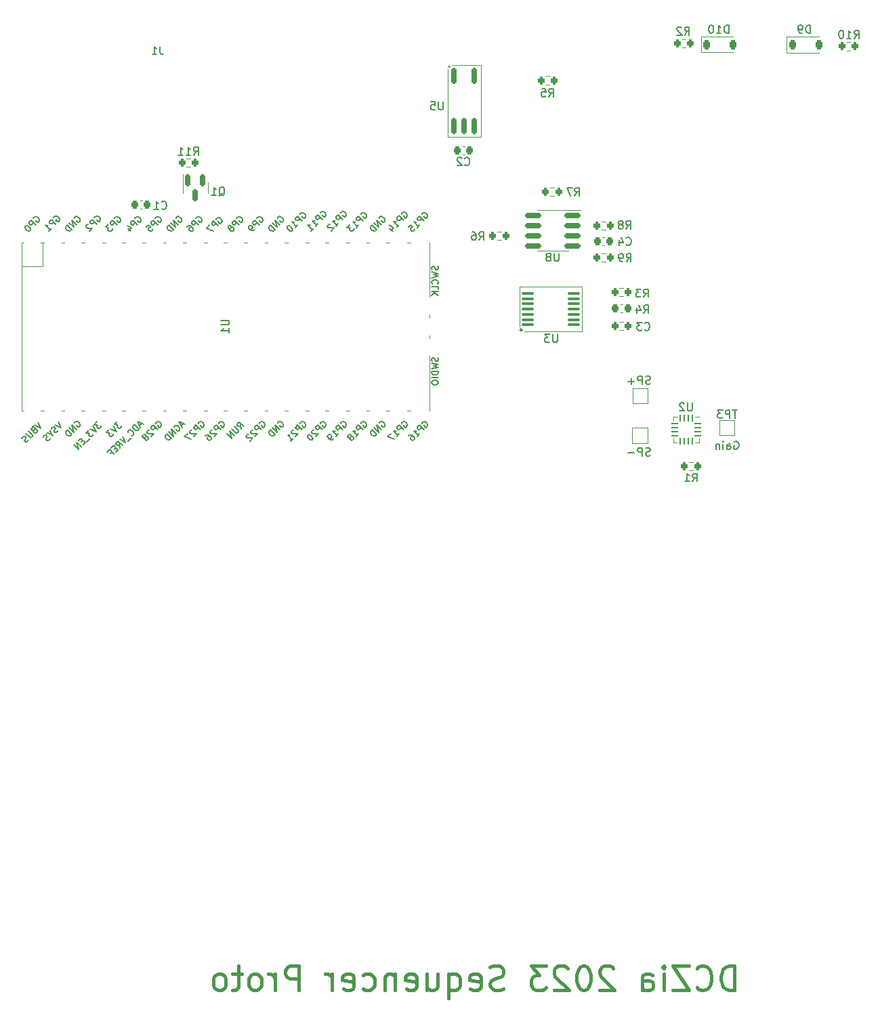
<source format=gbr>
%TF.GenerationSoftware,KiCad,Pcbnew,7.0.2*%
%TF.CreationDate,2023-06-20T02:09:05-06:00*%
%TF.ProjectId,dc31,64633331-2e6b-4696-9361-645f70636258,rev?*%
%TF.SameCoordinates,Original*%
%TF.FileFunction,Legend,Bot*%
%TF.FilePolarity,Positive*%
%FSLAX46Y46*%
G04 Gerber Fmt 4.6, Leading zero omitted, Abs format (unit mm)*
G04 Created by KiCad (PCBNEW 7.0.2) date 2023-06-20 02:09:05*
%MOMM*%
%LPD*%
G01*
G04 APERTURE LIST*
G04 Aperture macros list*
%AMRoundRect*
0 Rectangle with rounded corners*
0 $1 Rounding radius*
0 $2 $3 $4 $5 $6 $7 $8 $9 X,Y pos of 4 corners*
0 Add a 4 corners polygon primitive as box body*
4,1,4,$2,$3,$4,$5,$6,$7,$8,$9,$2,$3,0*
0 Add four circle primitives for the rounded corners*
1,1,$1+$1,$2,$3*
1,1,$1+$1,$4,$5*
1,1,$1+$1,$6,$7*
1,1,$1+$1,$8,$9*
0 Add four rect primitives between the rounded corners*
20,1,$1+$1,$2,$3,$4,$5,0*
20,1,$1+$1,$4,$5,$6,$7,0*
20,1,$1+$1,$6,$7,$8,$9,0*
20,1,$1+$1,$8,$9,$2,$3,0*%
%AMHorizOval*
0 Thick line with rounded ends*
0 $1 width*
0 $2 $3 position (X,Y) of the first rounded end (center of the circle)*
0 $4 $5 position (X,Y) of the second rounded end (center of the circle)*
0 Add line between two ends*
20,1,$1,$2,$3,$4,$5,0*
0 Add two circle primitives to create the rounded ends*
1,1,$1,$2,$3*
1,1,$1,$4,$5*%
G04 Aperture macros list end*
%ADD10C,0.400000*%
%ADD11C,0.150000*%
%ADD12C,0.120000*%
%ADD13C,0.200000*%
%ADD14C,0.300000*%
%ADD15O,2.000000X1.200000*%
%ADD16RoundRect,0.150000X0.825000X0.150000X-0.825000X0.150000X-0.825000X-0.150000X0.825000X-0.150000X0*%
%ADD17RoundRect,0.200000X0.200000X0.275000X-0.200000X0.275000X-0.200000X-0.275000X0.200000X-0.275000X0*%
%ADD18C,1.600000*%
%ADD19C,2.250000*%
%ADD20O,1.800000X1.800000*%
%ADD21O,1.500000X1.500000*%
%ADD22O,1.700000X1.700000*%
%ADD23R,1.700000X3.500000*%
%ADD24R,1.700000X1.700000*%
%ADD25R,3.500000X1.700000*%
%ADD26RoundRect,0.160000X-0.160000X0.840000X-0.160000X-0.840000X0.160000X-0.840000X0.160000X0.840000X0*%
%ADD27RoundRect,0.225000X-0.225000X-0.250000X0.225000X-0.250000X0.225000X0.250000X-0.225000X0.250000X0*%
%ADD28RoundRect,0.200000X-0.200000X-0.275000X0.200000X-0.275000X0.200000X0.275000X-0.200000X0.275000X0*%
%ADD29RoundRect,0.150000X-0.150000X0.587500X-0.150000X-0.587500X0.150000X-0.587500X0.150000X0.587500X0*%
%ADD30O,2.150000X1.750000*%
%ADD31C,1.200000*%
%ADD32C,3.987800*%
%ADD33HorizOval,2.250000X0.025506X0.374132X-0.025506X-0.374132X0*%
%ADD34C,2.000000*%
%ADD35HorizOval,2.250000X0.654995X0.730004X-0.654995X-0.730004X0*%
%ADD36R,1.500000X1.500000*%
%ADD37C,1.500000*%
%ADD38RoundRect,0.225000X-0.225000X-0.375000X0.225000X-0.375000X0.225000X0.375000X-0.225000X0.375000X0*%
%ADD39RoundRect,0.062500X0.350000X0.062500X-0.350000X0.062500X-0.350000X-0.062500X0.350000X-0.062500X0*%
%ADD40RoundRect,0.062500X0.062500X0.350000X-0.062500X0.350000X-0.062500X-0.350000X0.062500X-0.350000X0*%
%ADD41R,1.230000X1.230000*%
%ADD42RoundRect,0.100000X-0.637500X-0.100000X0.637500X-0.100000X0.637500X0.100000X-0.637500X0.100000X0*%
%ADD43R,1.600000X0.700000*%
%ADD44R,1.400000X1.200000*%
%ADD45R,2.200000X1.200000*%
%ADD46R,1.400000X1.600000*%
%ADD47O,3.200000X3.500000*%
%ADD48C,1.800000*%
%ADD49RoundRect,0.225000X0.225000X0.250000X-0.225000X0.250000X-0.225000X-0.250000X0.225000X-0.250000X0*%
G04 APERTURE END LIST*
D10*
X186095714Y-158622857D02*
X186095714Y-155622857D01*
X186095714Y-155622857D02*
X185381428Y-155622857D01*
X185381428Y-155622857D02*
X184952857Y-155765714D01*
X184952857Y-155765714D02*
X184667142Y-156051428D01*
X184667142Y-156051428D02*
X184524285Y-156337142D01*
X184524285Y-156337142D02*
X184381428Y-156908571D01*
X184381428Y-156908571D02*
X184381428Y-157337142D01*
X184381428Y-157337142D02*
X184524285Y-157908571D01*
X184524285Y-157908571D02*
X184667142Y-158194285D01*
X184667142Y-158194285D02*
X184952857Y-158480000D01*
X184952857Y-158480000D02*
X185381428Y-158622857D01*
X185381428Y-158622857D02*
X186095714Y-158622857D01*
X181381428Y-158337142D02*
X181524285Y-158480000D01*
X181524285Y-158480000D02*
X181952857Y-158622857D01*
X181952857Y-158622857D02*
X182238571Y-158622857D01*
X182238571Y-158622857D02*
X182667142Y-158480000D01*
X182667142Y-158480000D02*
X182952857Y-158194285D01*
X182952857Y-158194285D02*
X183095714Y-157908571D01*
X183095714Y-157908571D02*
X183238571Y-157337142D01*
X183238571Y-157337142D02*
X183238571Y-156908571D01*
X183238571Y-156908571D02*
X183095714Y-156337142D01*
X183095714Y-156337142D02*
X182952857Y-156051428D01*
X182952857Y-156051428D02*
X182667142Y-155765714D01*
X182667142Y-155765714D02*
X182238571Y-155622857D01*
X182238571Y-155622857D02*
X181952857Y-155622857D01*
X181952857Y-155622857D02*
X181524285Y-155765714D01*
X181524285Y-155765714D02*
X181381428Y-155908571D01*
X180381428Y-155622857D02*
X178381428Y-155622857D01*
X178381428Y-155622857D02*
X180381428Y-158622857D01*
X180381428Y-158622857D02*
X178381428Y-158622857D01*
X177238571Y-158622857D02*
X177238571Y-156622857D01*
X177238571Y-155622857D02*
X177381428Y-155765714D01*
X177381428Y-155765714D02*
X177238571Y-155908571D01*
X177238571Y-155908571D02*
X177095714Y-155765714D01*
X177095714Y-155765714D02*
X177238571Y-155622857D01*
X177238571Y-155622857D02*
X177238571Y-155908571D01*
X174524286Y-158622857D02*
X174524286Y-157051428D01*
X174524286Y-157051428D02*
X174667143Y-156765714D01*
X174667143Y-156765714D02*
X174952857Y-156622857D01*
X174952857Y-156622857D02*
X175524286Y-156622857D01*
X175524286Y-156622857D02*
X175810000Y-156765714D01*
X174524286Y-158480000D02*
X174810000Y-158622857D01*
X174810000Y-158622857D02*
X175524286Y-158622857D01*
X175524286Y-158622857D02*
X175810000Y-158480000D01*
X175810000Y-158480000D02*
X175952857Y-158194285D01*
X175952857Y-158194285D02*
X175952857Y-157908571D01*
X175952857Y-157908571D02*
X175810000Y-157622857D01*
X175810000Y-157622857D02*
X175524286Y-157480000D01*
X175524286Y-157480000D02*
X174810000Y-157480000D01*
X174810000Y-157480000D02*
X174524286Y-157337142D01*
X170952857Y-155908571D02*
X170810000Y-155765714D01*
X170810000Y-155765714D02*
X170524286Y-155622857D01*
X170524286Y-155622857D02*
X169810000Y-155622857D01*
X169810000Y-155622857D02*
X169524286Y-155765714D01*
X169524286Y-155765714D02*
X169381428Y-155908571D01*
X169381428Y-155908571D02*
X169238571Y-156194285D01*
X169238571Y-156194285D02*
X169238571Y-156480000D01*
X169238571Y-156480000D02*
X169381428Y-156908571D01*
X169381428Y-156908571D02*
X171095714Y-158622857D01*
X171095714Y-158622857D02*
X169238571Y-158622857D01*
X167381428Y-155622857D02*
X167095714Y-155622857D01*
X167095714Y-155622857D02*
X166810000Y-155765714D01*
X166810000Y-155765714D02*
X166667143Y-155908571D01*
X166667143Y-155908571D02*
X166524285Y-156194285D01*
X166524285Y-156194285D02*
X166381428Y-156765714D01*
X166381428Y-156765714D02*
X166381428Y-157480000D01*
X166381428Y-157480000D02*
X166524285Y-158051428D01*
X166524285Y-158051428D02*
X166667143Y-158337142D01*
X166667143Y-158337142D02*
X166810000Y-158480000D01*
X166810000Y-158480000D02*
X167095714Y-158622857D01*
X167095714Y-158622857D02*
X167381428Y-158622857D01*
X167381428Y-158622857D02*
X167667143Y-158480000D01*
X167667143Y-158480000D02*
X167810000Y-158337142D01*
X167810000Y-158337142D02*
X167952857Y-158051428D01*
X167952857Y-158051428D02*
X168095714Y-157480000D01*
X168095714Y-157480000D02*
X168095714Y-156765714D01*
X168095714Y-156765714D02*
X167952857Y-156194285D01*
X167952857Y-156194285D02*
X167810000Y-155908571D01*
X167810000Y-155908571D02*
X167667143Y-155765714D01*
X167667143Y-155765714D02*
X167381428Y-155622857D01*
X165238571Y-155908571D02*
X165095714Y-155765714D01*
X165095714Y-155765714D02*
X164810000Y-155622857D01*
X164810000Y-155622857D02*
X164095714Y-155622857D01*
X164095714Y-155622857D02*
X163810000Y-155765714D01*
X163810000Y-155765714D02*
X163667142Y-155908571D01*
X163667142Y-155908571D02*
X163524285Y-156194285D01*
X163524285Y-156194285D02*
X163524285Y-156480000D01*
X163524285Y-156480000D02*
X163667142Y-156908571D01*
X163667142Y-156908571D02*
X165381428Y-158622857D01*
X165381428Y-158622857D02*
X163524285Y-158622857D01*
X162524285Y-155622857D02*
X160667142Y-155622857D01*
X160667142Y-155622857D02*
X161667142Y-156765714D01*
X161667142Y-156765714D02*
X161238571Y-156765714D01*
X161238571Y-156765714D02*
X160952857Y-156908571D01*
X160952857Y-156908571D02*
X160809999Y-157051428D01*
X160809999Y-157051428D02*
X160667142Y-157337142D01*
X160667142Y-157337142D02*
X160667142Y-158051428D01*
X160667142Y-158051428D02*
X160809999Y-158337142D01*
X160809999Y-158337142D02*
X160952857Y-158480000D01*
X160952857Y-158480000D02*
X161238571Y-158622857D01*
X161238571Y-158622857D02*
X162095714Y-158622857D01*
X162095714Y-158622857D02*
X162381428Y-158480000D01*
X162381428Y-158480000D02*
X162524285Y-158337142D01*
X157238571Y-158480000D02*
X156810000Y-158622857D01*
X156810000Y-158622857D02*
X156095714Y-158622857D01*
X156095714Y-158622857D02*
X155810000Y-158480000D01*
X155810000Y-158480000D02*
X155667142Y-158337142D01*
X155667142Y-158337142D02*
X155524285Y-158051428D01*
X155524285Y-158051428D02*
X155524285Y-157765714D01*
X155524285Y-157765714D02*
X155667142Y-157480000D01*
X155667142Y-157480000D02*
X155810000Y-157337142D01*
X155810000Y-157337142D02*
X156095714Y-157194285D01*
X156095714Y-157194285D02*
X156667142Y-157051428D01*
X156667142Y-157051428D02*
X156952857Y-156908571D01*
X156952857Y-156908571D02*
X157095714Y-156765714D01*
X157095714Y-156765714D02*
X157238571Y-156480000D01*
X157238571Y-156480000D02*
X157238571Y-156194285D01*
X157238571Y-156194285D02*
X157095714Y-155908571D01*
X157095714Y-155908571D02*
X156952857Y-155765714D01*
X156952857Y-155765714D02*
X156667142Y-155622857D01*
X156667142Y-155622857D02*
X155952857Y-155622857D01*
X155952857Y-155622857D02*
X155524285Y-155765714D01*
X153095714Y-158480000D02*
X153381428Y-158622857D01*
X153381428Y-158622857D02*
X153952857Y-158622857D01*
X153952857Y-158622857D02*
X154238571Y-158480000D01*
X154238571Y-158480000D02*
X154381428Y-158194285D01*
X154381428Y-158194285D02*
X154381428Y-157051428D01*
X154381428Y-157051428D02*
X154238571Y-156765714D01*
X154238571Y-156765714D02*
X153952857Y-156622857D01*
X153952857Y-156622857D02*
X153381428Y-156622857D01*
X153381428Y-156622857D02*
X153095714Y-156765714D01*
X153095714Y-156765714D02*
X152952857Y-157051428D01*
X152952857Y-157051428D02*
X152952857Y-157337142D01*
X152952857Y-157337142D02*
X154381428Y-157622857D01*
X150381428Y-156622857D02*
X150381428Y-159622857D01*
X150381428Y-158480000D02*
X150667142Y-158622857D01*
X150667142Y-158622857D02*
X151238570Y-158622857D01*
X151238570Y-158622857D02*
X151524285Y-158480000D01*
X151524285Y-158480000D02*
X151667142Y-158337142D01*
X151667142Y-158337142D02*
X151809999Y-158051428D01*
X151809999Y-158051428D02*
X151809999Y-157194285D01*
X151809999Y-157194285D02*
X151667142Y-156908571D01*
X151667142Y-156908571D02*
X151524285Y-156765714D01*
X151524285Y-156765714D02*
X151238570Y-156622857D01*
X151238570Y-156622857D02*
X150667142Y-156622857D01*
X150667142Y-156622857D02*
X150381428Y-156765714D01*
X147667142Y-156622857D02*
X147667142Y-158622857D01*
X148952856Y-156622857D02*
X148952856Y-158194285D01*
X148952856Y-158194285D02*
X148809999Y-158480000D01*
X148809999Y-158480000D02*
X148524284Y-158622857D01*
X148524284Y-158622857D02*
X148095713Y-158622857D01*
X148095713Y-158622857D02*
X147809999Y-158480000D01*
X147809999Y-158480000D02*
X147667142Y-158337142D01*
X145095713Y-158480000D02*
X145381427Y-158622857D01*
X145381427Y-158622857D02*
X145952856Y-158622857D01*
X145952856Y-158622857D02*
X146238570Y-158480000D01*
X146238570Y-158480000D02*
X146381427Y-158194285D01*
X146381427Y-158194285D02*
X146381427Y-157051428D01*
X146381427Y-157051428D02*
X146238570Y-156765714D01*
X146238570Y-156765714D02*
X145952856Y-156622857D01*
X145952856Y-156622857D02*
X145381427Y-156622857D01*
X145381427Y-156622857D02*
X145095713Y-156765714D01*
X145095713Y-156765714D02*
X144952856Y-157051428D01*
X144952856Y-157051428D02*
X144952856Y-157337142D01*
X144952856Y-157337142D02*
X146381427Y-157622857D01*
X143667141Y-156622857D02*
X143667141Y-158622857D01*
X143667141Y-156908571D02*
X143524284Y-156765714D01*
X143524284Y-156765714D02*
X143238569Y-156622857D01*
X143238569Y-156622857D02*
X142809998Y-156622857D01*
X142809998Y-156622857D02*
X142524284Y-156765714D01*
X142524284Y-156765714D02*
X142381427Y-157051428D01*
X142381427Y-157051428D02*
X142381427Y-158622857D01*
X139667141Y-158480000D02*
X139952855Y-158622857D01*
X139952855Y-158622857D02*
X140524283Y-158622857D01*
X140524283Y-158622857D02*
X140809998Y-158480000D01*
X140809998Y-158480000D02*
X140952855Y-158337142D01*
X140952855Y-158337142D02*
X141095712Y-158051428D01*
X141095712Y-158051428D02*
X141095712Y-157194285D01*
X141095712Y-157194285D02*
X140952855Y-156908571D01*
X140952855Y-156908571D02*
X140809998Y-156765714D01*
X140809998Y-156765714D02*
X140524283Y-156622857D01*
X140524283Y-156622857D02*
X139952855Y-156622857D01*
X139952855Y-156622857D02*
X139667141Y-156765714D01*
X137238569Y-158480000D02*
X137524283Y-158622857D01*
X137524283Y-158622857D02*
X138095712Y-158622857D01*
X138095712Y-158622857D02*
X138381426Y-158480000D01*
X138381426Y-158480000D02*
X138524283Y-158194285D01*
X138524283Y-158194285D02*
X138524283Y-157051428D01*
X138524283Y-157051428D02*
X138381426Y-156765714D01*
X138381426Y-156765714D02*
X138095712Y-156622857D01*
X138095712Y-156622857D02*
X137524283Y-156622857D01*
X137524283Y-156622857D02*
X137238569Y-156765714D01*
X137238569Y-156765714D02*
X137095712Y-157051428D01*
X137095712Y-157051428D02*
X137095712Y-157337142D01*
X137095712Y-157337142D02*
X138524283Y-157622857D01*
X135809997Y-158622857D02*
X135809997Y-156622857D01*
X135809997Y-157194285D02*
X135667140Y-156908571D01*
X135667140Y-156908571D02*
X135524283Y-156765714D01*
X135524283Y-156765714D02*
X135238568Y-156622857D01*
X135238568Y-156622857D02*
X134952854Y-156622857D01*
X131667140Y-158622857D02*
X131667140Y-155622857D01*
X131667140Y-155622857D02*
X130524283Y-155622857D01*
X130524283Y-155622857D02*
X130238568Y-155765714D01*
X130238568Y-155765714D02*
X130095711Y-155908571D01*
X130095711Y-155908571D02*
X129952854Y-156194285D01*
X129952854Y-156194285D02*
X129952854Y-156622857D01*
X129952854Y-156622857D02*
X130095711Y-156908571D01*
X130095711Y-156908571D02*
X130238568Y-157051428D01*
X130238568Y-157051428D02*
X130524283Y-157194285D01*
X130524283Y-157194285D02*
X131667140Y-157194285D01*
X128667140Y-158622857D02*
X128667140Y-156622857D01*
X128667140Y-157194285D02*
X128524283Y-156908571D01*
X128524283Y-156908571D02*
X128381426Y-156765714D01*
X128381426Y-156765714D02*
X128095711Y-156622857D01*
X128095711Y-156622857D02*
X127809997Y-156622857D01*
X126381425Y-158622857D02*
X126667140Y-158480000D01*
X126667140Y-158480000D02*
X126809997Y-158337142D01*
X126809997Y-158337142D02*
X126952854Y-158051428D01*
X126952854Y-158051428D02*
X126952854Y-157194285D01*
X126952854Y-157194285D02*
X126809997Y-156908571D01*
X126809997Y-156908571D02*
X126667140Y-156765714D01*
X126667140Y-156765714D02*
X126381425Y-156622857D01*
X126381425Y-156622857D02*
X125952854Y-156622857D01*
X125952854Y-156622857D02*
X125667140Y-156765714D01*
X125667140Y-156765714D02*
X125524283Y-156908571D01*
X125524283Y-156908571D02*
X125381425Y-157194285D01*
X125381425Y-157194285D02*
X125381425Y-158051428D01*
X125381425Y-158051428D02*
X125524283Y-158337142D01*
X125524283Y-158337142D02*
X125667140Y-158480000D01*
X125667140Y-158480000D02*
X125952854Y-158622857D01*
X125952854Y-158622857D02*
X126381425Y-158622857D01*
X124524282Y-156622857D02*
X123381425Y-156622857D01*
X124095711Y-155622857D02*
X124095711Y-158194285D01*
X124095711Y-158194285D02*
X123952854Y-158480000D01*
X123952854Y-158480000D02*
X123667139Y-158622857D01*
X123667139Y-158622857D02*
X123381425Y-158622857D01*
X121952853Y-158622857D02*
X122238568Y-158480000D01*
X122238568Y-158480000D02*
X122381425Y-158337142D01*
X122381425Y-158337142D02*
X122524282Y-158051428D01*
X122524282Y-158051428D02*
X122524282Y-157194285D01*
X122524282Y-157194285D02*
X122381425Y-156908571D01*
X122381425Y-156908571D02*
X122238568Y-156765714D01*
X122238568Y-156765714D02*
X121952853Y-156622857D01*
X121952853Y-156622857D02*
X121524282Y-156622857D01*
X121524282Y-156622857D02*
X121238568Y-156765714D01*
X121238568Y-156765714D02*
X121095711Y-156908571D01*
X121095711Y-156908571D02*
X120952853Y-157194285D01*
X120952853Y-157194285D02*
X120952853Y-158051428D01*
X120952853Y-158051428D02*
X121095711Y-158337142D01*
X121095711Y-158337142D02*
X121238568Y-158480000D01*
X121238568Y-158480000D02*
X121524282Y-158622857D01*
X121524282Y-158622857D02*
X121952853Y-158622857D01*
D11*
X175559523Y-91830000D02*
X175416666Y-91877619D01*
X175416666Y-91877619D02*
X175178571Y-91877619D01*
X175178571Y-91877619D02*
X175083333Y-91830000D01*
X175083333Y-91830000D02*
X175035714Y-91782380D01*
X175035714Y-91782380D02*
X174988095Y-91687142D01*
X174988095Y-91687142D02*
X174988095Y-91591904D01*
X174988095Y-91591904D02*
X175035714Y-91496666D01*
X175035714Y-91496666D02*
X175083333Y-91449047D01*
X175083333Y-91449047D02*
X175178571Y-91401428D01*
X175178571Y-91401428D02*
X175369047Y-91353809D01*
X175369047Y-91353809D02*
X175464285Y-91306190D01*
X175464285Y-91306190D02*
X175511904Y-91258571D01*
X175511904Y-91258571D02*
X175559523Y-91163333D01*
X175559523Y-91163333D02*
X175559523Y-91068095D01*
X175559523Y-91068095D02*
X175511904Y-90972857D01*
X175511904Y-90972857D02*
X175464285Y-90925238D01*
X175464285Y-90925238D02*
X175369047Y-90877619D01*
X175369047Y-90877619D02*
X175130952Y-90877619D01*
X175130952Y-90877619D02*
X174988095Y-90925238D01*
X174559523Y-91877619D02*
X174559523Y-90877619D01*
X174559523Y-90877619D02*
X174178571Y-90877619D01*
X174178571Y-90877619D02*
X174083333Y-90925238D01*
X174083333Y-90925238D02*
X174035714Y-90972857D01*
X174035714Y-90972857D02*
X173988095Y-91068095D01*
X173988095Y-91068095D02*
X173988095Y-91210952D01*
X173988095Y-91210952D02*
X174035714Y-91306190D01*
X174035714Y-91306190D02*
X174083333Y-91353809D01*
X174083333Y-91353809D02*
X174178571Y-91401428D01*
X174178571Y-91401428D02*
X174559523Y-91401428D01*
X173559523Y-91496666D02*
X172797619Y-91496666D01*
X175559523Y-82900000D02*
X175416666Y-82947619D01*
X175416666Y-82947619D02*
X175178571Y-82947619D01*
X175178571Y-82947619D02*
X175083333Y-82900000D01*
X175083333Y-82900000D02*
X175035714Y-82852380D01*
X175035714Y-82852380D02*
X174988095Y-82757142D01*
X174988095Y-82757142D02*
X174988095Y-82661904D01*
X174988095Y-82661904D02*
X175035714Y-82566666D01*
X175035714Y-82566666D02*
X175083333Y-82519047D01*
X175083333Y-82519047D02*
X175178571Y-82471428D01*
X175178571Y-82471428D02*
X175369047Y-82423809D01*
X175369047Y-82423809D02*
X175464285Y-82376190D01*
X175464285Y-82376190D02*
X175511904Y-82328571D01*
X175511904Y-82328571D02*
X175559523Y-82233333D01*
X175559523Y-82233333D02*
X175559523Y-82138095D01*
X175559523Y-82138095D02*
X175511904Y-82042857D01*
X175511904Y-82042857D02*
X175464285Y-81995238D01*
X175464285Y-81995238D02*
X175369047Y-81947619D01*
X175369047Y-81947619D02*
X175130952Y-81947619D01*
X175130952Y-81947619D02*
X174988095Y-81995238D01*
X174559523Y-82947619D02*
X174559523Y-81947619D01*
X174559523Y-81947619D02*
X174178571Y-81947619D01*
X174178571Y-81947619D02*
X174083333Y-81995238D01*
X174083333Y-81995238D02*
X174035714Y-82042857D01*
X174035714Y-82042857D02*
X173988095Y-82138095D01*
X173988095Y-82138095D02*
X173988095Y-82280952D01*
X173988095Y-82280952D02*
X174035714Y-82376190D01*
X174035714Y-82376190D02*
X174083333Y-82423809D01*
X174083333Y-82423809D02*
X174178571Y-82471428D01*
X174178571Y-82471428D02*
X174559523Y-82471428D01*
X173559523Y-82566666D02*
X172797619Y-82566666D01*
X173178571Y-82947619D02*
X173178571Y-82185714D01*
X186058095Y-90115238D02*
X186153333Y-90067619D01*
X186153333Y-90067619D02*
X186296190Y-90067619D01*
X186296190Y-90067619D02*
X186439047Y-90115238D01*
X186439047Y-90115238D02*
X186534285Y-90210476D01*
X186534285Y-90210476D02*
X186581904Y-90305714D01*
X186581904Y-90305714D02*
X186629523Y-90496190D01*
X186629523Y-90496190D02*
X186629523Y-90639047D01*
X186629523Y-90639047D02*
X186581904Y-90829523D01*
X186581904Y-90829523D02*
X186534285Y-90924761D01*
X186534285Y-90924761D02*
X186439047Y-91020000D01*
X186439047Y-91020000D02*
X186296190Y-91067619D01*
X186296190Y-91067619D02*
X186200952Y-91067619D01*
X186200952Y-91067619D02*
X186058095Y-91020000D01*
X186058095Y-91020000D02*
X186010476Y-90972380D01*
X186010476Y-90972380D02*
X186010476Y-90639047D01*
X186010476Y-90639047D02*
X186200952Y-90639047D01*
X185153333Y-91067619D02*
X185153333Y-90543809D01*
X185153333Y-90543809D02*
X185200952Y-90448571D01*
X185200952Y-90448571D02*
X185296190Y-90400952D01*
X185296190Y-90400952D02*
X185486666Y-90400952D01*
X185486666Y-90400952D02*
X185581904Y-90448571D01*
X185153333Y-91020000D02*
X185248571Y-91067619D01*
X185248571Y-91067619D02*
X185486666Y-91067619D01*
X185486666Y-91067619D02*
X185581904Y-91020000D01*
X185581904Y-91020000D02*
X185629523Y-90924761D01*
X185629523Y-90924761D02*
X185629523Y-90829523D01*
X185629523Y-90829523D02*
X185581904Y-90734285D01*
X185581904Y-90734285D02*
X185486666Y-90686666D01*
X185486666Y-90686666D02*
X185248571Y-90686666D01*
X185248571Y-90686666D02*
X185153333Y-90639047D01*
X184677142Y-91067619D02*
X184677142Y-90400952D01*
X184677142Y-90067619D02*
X184724761Y-90115238D01*
X184724761Y-90115238D02*
X184677142Y-90162857D01*
X184677142Y-90162857D02*
X184629523Y-90115238D01*
X184629523Y-90115238D02*
X184677142Y-90067619D01*
X184677142Y-90067619D02*
X184677142Y-90162857D01*
X184200952Y-90400952D02*
X184200952Y-91067619D01*
X184200952Y-90496190D02*
X184153333Y-90448571D01*
X184153333Y-90448571D02*
X184058095Y-90400952D01*
X184058095Y-90400952D02*
X183915238Y-90400952D01*
X183915238Y-90400952D02*
X183820000Y-90448571D01*
X183820000Y-90448571D02*
X183772381Y-90543809D01*
X183772381Y-90543809D02*
X183772381Y-91067619D01*
%TO.C,U8*%
X164141904Y-66562619D02*
X164141904Y-67372142D01*
X164141904Y-67372142D02*
X164094285Y-67467380D01*
X164094285Y-67467380D02*
X164046666Y-67515000D01*
X164046666Y-67515000D02*
X163951428Y-67562619D01*
X163951428Y-67562619D02*
X163760952Y-67562619D01*
X163760952Y-67562619D02*
X163665714Y-67515000D01*
X163665714Y-67515000D02*
X163618095Y-67467380D01*
X163618095Y-67467380D02*
X163570476Y-67372142D01*
X163570476Y-67372142D02*
X163570476Y-66562619D01*
X162951428Y-66991190D02*
X163046666Y-66943571D01*
X163046666Y-66943571D02*
X163094285Y-66895952D01*
X163094285Y-66895952D02*
X163141904Y-66800714D01*
X163141904Y-66800714D02*
X163141904Y-66753095D01*
X163141904Y-66753095D02*
X163094285Y-66657857D01*
X163094285Y-66657857D02*
X163046666Y-66610238D01*
X163046666Y-66610238D02*
X162951428Y-66562619D01*
X162951428Y-66562619D02*
X162760952Y-66562619D01*
X162760952Y-66562619D02*
X162665714Y-66610238D01*
X162665714Y-66610238D02*
X162618095Y-66657857D01*
X162618095Y-66657857D02*
X162570476Y-66753095D01*
X162570476Y-66753095D02*
X162570476Y-66800714D01*
X162570476Y-66800714D02*
X162618095Y-66895952D01*
X162618095Y-66895952D02*
X162665714Y-66943571D01*
X162665714Y-66943571D02*
X162760952Y-66991190D01*
X162760952Y-66991190D02*
X162951428Y-66991190D01*
X162951428Y-66991190D02*
X163046666Y-67038809D01*
X163046666Y-67038809D02*
X163094285Y-67086428D01*
X163094285Y-67086428D02*
X163141904Y-67181666D01*
X163141904Y-67181666D02*
X163141904Y-67372142D01*
X163141904Y-67372142D02*
X163094285Y-67467380D01*
X163094285Y-67467380D02*
X163046666Y-67515000D01*
X163046666Y-67515000D02*
X162951428Y-67562619D01*
X162951428Y-67562619D02*
X162760952Y-67562619D01*
X162760952Y-67562619D02*
X162665714Y-67515000D01*
X162665714Y-67515000D02*
X162618095Y-67467380D01*
X162618095Y-67467380D02*
X162570476Y-67372142D01*
X162570476Y-67372142D02*
X162570476Y-67181666D01*
X162570476Y-67181666D02*
X162618095Y-67086428D01*
X162618095Y-67086428D02*
X162665714Y-67038809D01*
X162665714Y-67038809D02*
X162760952Y-66991190D01*
%TO.C,R10*%
X201062857Y-39732619D02*
X201396190Y-39256428D01*
X201634285Y-39732619D02*
X201634285Y-38732619D01*
X201634285Y-38732619D02*
X201253333Y-38732619D01*
X201253333Y-38732619D02*
X201158095Y-38780238D01*
X201158095Y-38780238D02*
X201110476Y-38827857D01*
X201110476Y-38827857D02*
X201062857Y-38923095D01*
X201062857Y-38923095D02*
X201062857Y-39065952D01*
X201062857Y-39065952D02*
X201110476Y-39161190D01*
X201110476Y-39161190D02*
X201158095Y-39208809D01*
X201158095Y-39208809D02*
X201253333Y-39256428D01*
X201253333Y-39256428D02*
X201634285Y-39256428D01*
X200110476Y-39732619D02*
X200681904Y-39732619D01*
X200396190Y-39732619D02*
X200396190Y-38732619D01*
X200396190Y-38732619D02*
X200491428Y-38875476D01*
X200491428Y-38875476D02*
X200586666Y-38970714D01*
X200586666Y-38970714D02*
X200681904Y-39018333D01*
X199491428Y-38732619D02*
X199396190Y-38732619D01*
X199396190Y-38732619D02*
X199300952Y-38780238D01*
X199300952Y-38780238D02*
X199253333Y-38827857D01*
X199253333Y-38827857D02*
X199205714Y-38923095D01*
X199205714Y-38923095D02*
X199158095Y-39113571D01*
X199158095Y-39113571D02*
X199158095Y-39351666D01*
X199158095Y-39351666D02*
X199205714Y-39542142D01*
X199205714Y-39542142D02*
X199253333Y-39637380D01*
X199253333Y-39637380D02*
X199300952Y-39685000D01*
X199300952Y-39685000D02*
X199396190Y-39732619D01*
X199396190Y-39732619D02*
X199491428Y-39732619D01*
X199491428Y-39732619D02*
X199586666Y-39685000D01*
X199586666Y-39685000D02*
X199634285Y-39637380D01*
X199634285Y-39637380D02*
X199681904Y-39542142D01*
X199681904Y-39542142D02*
X199729523Y-39351666D01*
X199729523Y-39351666D02*
X199729523Y-39113571D01*
X199729523Y-39113571D02*
X199681904Y-38923095D01*
X199681904Y-38923095D02*
X199634285Y-38827857D01*
X199634285Y-38827857D02*
X199586666Y-38780238D01*
X199586666Y-38780238D02*
X199491428Y-38732619D01*
%TO.C,U1*%
X121942619Y-74948095D02*
X122752142Y-74948095D01*
X122752142Y-74948095D02*
X122847380Y-74995714D01*
X122847380Y-74995714D02*
X122895000Y-75043333D01*
X122895000Y-75043333D02*
X122942619Y-75138571D01*
X122942619Y-75138571D02*
X122942619Y-75329047D01*
X122942619Y-75329047D02*
X122895000Y-75424285D01*
X122895000Y-75424285D02*
X122847380Y-75471904D01*
X122847380Y-75471904D02*
X122752142Y-75519523D01*
X122752142Y-75519523D02*
X121942619Y-75519523D01*
X122942619Y-76519523D02*
X122942619Y-75948095D01*
X122942619Y-76233809D02*
X121942619Y-76233809D01*
X121942619Y-76233809D02*
X122085476Y-76138571D01*
X122085476Y-76138571D02*
X122180714Y-76043333D01*
X122180714Y-76043333D02*
X122228333Y-75948095D01*
X113717009Y-62228888D02*
X113743946Y-62148075D01*
X113743946Y-62148075D02*
X113824759Y-62067263D01*
X113824759Y-62067263D02*
X113932508Y-62013388D01*
X113932508Y-62013388D02*
X114040258Y-62013388D01*
X114040258Y-62013388D02*
X114121070Y-62040326D01*
X114121070Y-62040326D02*
X114255757Y-62121138D01*
X114255757Y-62121138D02*
X114336569Y-62201950D01*
X114336569Y-62201950D02*
X114417382Y-62336637D01*
X114417382Y-62336637D02*
X114444319Y-62417449D01*
X114444319Y-62417449D02*
X114444319Y-62525199D01*
X114444319Y-62525199D02*
X114390444Y-62632949D01*
X114390444Y-62632949D02*
X114336569Y-62686823D01*
X114336569Y-62686823D02*
X114228820Y-62740698D01*
X114228820Y-62740698D02*
X114174945Y-62740698D01*
X114174945Y-62740698D02*
X113986383Y-62552136D01*
X113986383Y-62552136D02*
X114094133Y-62444387D01*
X113986383Y-63037010D02*
X113420698Y-62471324D01*
X113420698Y-62471324D02*
X113205198Y-62686823D01*
X113205198Y-62686823D02*
X113178261Y-62767636D01*
X113178261Y-62767636D02*
X113178261Y-62821510D01*
X113178261Y-62821510D02*
X113205198Y-62902323D01*
X113205198Y-62902323D02*
X113286011Y-62983135D01*
X113286011Y-62983135D02*
X113366823Y-63010072D01*
X113366823Y-63010072D02*
X113420698Y-63010072D01*
X113420698Y-63010072D02*
X113501510Y-62983135D01*
X113501510Y-62983135D02*
X113717009Y-62767636D01*
X112585638Y-63306384D02*
X112855012Y-63037010D01*
X112855012Y-63037010D02*
X113151324Y-63279446D01*
X113151324Y-63279446D02*
X113097449Y-63279446D01*
X113097449Y-63279446D02*
X113016637Y-63306384D01*
X113016637Y-63306384D02*
X112881950Y-63441071D01*
X112881950Y-63441071D02*
X112855012Y-63521883D01*
X112855012Y-63521883D02*
X112855012Y-63575758D01*
X112855012Y-63575758D02*
X112881950Y-63656570D01*
X112881950Y-63656570D02*
X113016637Y-63791257D01*
X113016637Y-63791257D02*
X113097449Y-63818194D01*
X113097449Y-63818194D02*
X113151324Y-63818194D01*
X113151324Y-63818194D02*
X113232136Y-63791257D01*
X113232136Y-63791257D02*
X113366823Y-63656570D01*
X113366823Y-63656570D02*
X113393760Y-63575758D01*
X113393760Y-63575758D02*
X113393760Y-63521883D01*
X121307009Y-62328888D02*
X121333946Y-62248075D01*
X121333946Y-62248075D02*
X121414759Y-62167263D01*
X121414759Y-62167263D02*
X121522508Y-62113388D01*
X121522508Y-62113388D02*
X121630258Y-62113388D01*
X121630258Y-62113388D02*
X121711070Y-62140326D01*
X121711070Y-62140326D02*
X121845757Y-62221138D01*
X121845757Y-62221138D02*
X121926569Y-62301950D01*
X121926569Y-62301950D02*
X122007382Y-62436637D01*
X122007382Y-62436637D02*
X122034319Y-62517449D01*
X122034319Y-62517449D02*
X122034319Y-62625199D01*
X122034319Y-62625199D02*
X121980444Y-62732949D01*
X121980444Y-62732949D02*
X121926569Y-62786823D01*
X121926569Y-62786823D02*
X121818820Y-62840698D01*
X121818820Y-62840698D02*
X121764945Y-62840698D01*
X121764945Y-62840698D02*
X121576383Y-62652136D01*
X121576383Y-62652136D02*
X121684133Y-62544387D01*
X121576383Y-63137010D02*
X121010698Y-62571324D01*
X121010698Y-62571324D02*
X120795198Y-62786823D01*
X120795198Y-62786823D02*
X120768261Y-62867636D01*
X120768261Y-62867636D02*
X120768261Y-62921510D01*
X120768261Y-62921510D02*
X120795198Y-63002323D01*
X120795198Y-63002323D02*
X120876011Y-63083135D01*
X120876011Y-63083135D02*
X120956823Y-63110072D01*
X120956823Y-63110072D02*
X121010698Y-63110072D01*
X121010698Y-63110072D02*
X121091510Y-63083135D01*
X121091510Y-63083135D02*
X121307009Y-62867636D01*
X120498887Y-63083135D02*
X120121763Y-63460258D01*
X120121763Y-63460258D02*
X120929885Y-63783507D01*
X141683946Y-62201950D02*
X141710884Y-62121138D01*
X141710884Y-62121138D02*
X141791696Y-62040326D01*
X141791696Y-62040326D02*
X141899446Y-61986451D01*
X141899446Y-61986451D02*
X142007195Y-61986451D01*
X142007195Y-61986451D02*
X142088007Y-62013389D01*
X142088007Y-62013389D02*
X142222694Y-62094201D01*
X142222694Y-62094201D02*
X142303507Y-62175013D01*
X142303507Y-62175013D02*
X142384319Y-62309700D01*
X142384319Y-62309700D02*
X142411256Y-62390512D01*
X142411256Y-62390512D02*
X142411256Y-62498262D01*
X142411256Y-62498262D02*
X142357381Y-62606011D01*
X142357381Y-62606011D02*
X142303507Y-62659886D01*
X142303507Y-62659886D02*
X142195757Y-62713761D01*
X142195757Y-62713761D02*
X142141882Y-62713761D01*
X142141882Y-62713761D02*
X141953320Y-62525199D01*
X141953320Y-62525199D02*
X142061070Y-62417450D01*
X141953320Y-63010072D02*
X141387635Y-62444387D01*
X141387635Y-62444387D02*
X141630072Y-63333321D01*
X141630072Y-63333321D02*
X141064386Y-62767636D01*
X141360698Y-63602695D02*
X140795012Y-63037010D01*
X140795012Y-63037010D02*
X140660325Y-63171697D01*
X140660325Y-63171697D02*
X140606450Y-63279446D01*
X140606450Y-63279446D02*
X140606450Y-63387196D01*
X140606450Y-63387196D02*
X140633388Y-63468008D01*
X140633388Y-63468008D02*
X140714200Y-63602695D01*
X140714200Y-63602695D02*
X140795012Y-63683507D01*
X140795012Y-63683507D02*
X140929699Y-63764319D01*
X140929699Y-63764319D02*
X141010511Y-63791257D01*
X141010511Y-63791257D02*
X141118261Y-63791257D01*
X141118261Y-63791257D02*
X141226011Y-63737382D01*
X141226011Y-63737382D02*
X141360698Y-63602695D01*
X131776384Y-87813513D02*
X131803321Y-87732701D01*
X131803321Y-87732701D02*
X131884133Y-87651889D01*
X131884133Y-87651889D02*
X131991883Y-87598014D01*
X131991883Y-87598014D02*
X132099632Y-87598014D01*
X132099632Y-87598014D02*
X132180445Y-87624951D01*
X132180445Y-87624951D02*
X132315132Y-87705764D01*
X132315132Y-87705764D02*
X132395944Y-87786576D01*
X132395944Y-87786576D02*
X132476756Y-87921263D01*
X132476756Y-87921263D02*
X132503693Y-88002075D01*
X132503693Y-88002075D02*
X132503693Y-88109825D01*
X132503693Y-88109825D02*
X132449819Y-88217574D01*
X132449819Y-88217574D02*
X132395944Y-88271449D01*
X132395944Y-88271449D02*
X132288194Y-88325324D01*
X132288194Y-88325324D02*
X132234319Y-88325324D01*
X132234319Y-88325324D02*
X132045758Y-88136762D01*
X132045758Y-88136762D02*
X132153507Y-88029012D01*
X132045758Y-88621635D02*
X131480072Y-88055950D01*
X131480072Y-88055950D02*
X131264573Y-88271449D01*
X131264573Y-88271449D02*
X131237636Y-88352261D01*
X131237636Y-88352261D02*
X131237636Y-88406136D01*
X131237636Y-88406136D02*
X131264573Y-88486948D01*
X131264573Y-88486948D02*
X131345385Y-88567760D01*
X131345385Y-88567760D02*
X131426197Y-88594698D01*
X131426197Y-88594698D02*
X131480072Y-88594698D01*
X131480072Y-88594698D02*
X131560884Y-88567760D01*
X131560884Y-88567760D02*
X131776384Y-88352261D01*
X130995199Y-88648573D02*
X130941324Y-88648573D01*
X130941324Y-88648573D02*
X130860512Y-88675510D01*
X130860512Y-88675510D02*
X130725825Y-88810197D01*
X130725825Y-88810197D02*
X130698887Y-88891009D01*
X130698887Y-88891009D02*
X130698887Y-88944884D01*
X130698887Y-88944884D02*
X130725825Y-89025696D01*
X130725825Y-89025696D02*
X130779700Y-89079571D01*
X130779700Y-89079571D02*
X130887449Y-89133446D01*
X130887449Y-89133446D02*
X131533947Y-89133446D01*
X131533947Y-89133446D02*
X131183761Y-89483632D01*
X130645013Y-90022380D02*
X130968261Y-89699131D01*
X130806637Y-89860756D02*
X130240951Y-89295070D01*
X130240951Y-89295070D02*
X130375638Y-89322008D01*
X130375638Y-89322008D02*
X130483388Y-89322008D01*
X130483388Y-89322008D02*
X130564200Y-89295070D01*
X134306384Y-61559513D02*
X134333321Y-61478701D01*
X134333321Y-61478701D02*
X134414133Y-61397889D01*
X134414133Y-61397889D02*
X134521883Y-61344014D01*
X134521883Y-61344014D02*
X134629632Y-61344014D01*
X134629632Y-61344014D02*
X134710445Y-61370951D01*
X134710445Y-61370951D02*
X134845132Y-61451764D01*
X134845132Y-61451764D02*
X134925944Y-61532576D01*
X134925944Y-61532576D02*
X135006756Y-61667263D01*
X135006756Y-61667263D02*
X135033693Y-61748075D01*
X135033693Y-61748075D02*
X135033693Y-61855825D01*
X135033693Y-61855825D02*
X134979819Y-61963574D01*
X134979819Y-61963574D02*
X134925944Y-62017449D01*
X134925944Y-62017449D02*
X134818194Y-62071324D01*
X134818194Y-62071324D02*
X134764319Y-62071324D01*
X134764319Y-62071324D02*
X134575758Y-61882762D01*
X134575758Y-61882762D02*
X134683507Y-61775012D01*
X134575758Y-62367635D02*
X134010072Y-61801950D01*
X134010072Y-61801950D02*
X133794573Y-62017449D01*
X133794573Y-62017449D02*
X133767636Y-62098261D01*
X133767636Y-62098261D02*
X133767636Y-62152136D01*
X133767636Y-62152136D02*
X133794573Y-62232948D01*
X133794573Y-62232948D02*
X133875385Y-62313760D01*
X133875385Y-62313760D02*
X133956197Y-62340698D01*
X133956197Y-62340698D02*
X134010072Y-62340698D01*
X134010072Y-62340698D02*
X134090884Y-62313760D01*
X134090884Y-62313760D02*
X134306384Y-62098261D01*
X133713761Y-63229632D02*
X134037010Y-62906383D01*
X133875385Y-63068008D02*
X133309700Y-62502322D01*
X133309700Y-62502322D02*
X133444387Y-62529260D01*
X133444387Y-62529260D02*
X133552136Y-62529260D01*
X133552136Y-62529260D02*
X133632948Y-62502322D01*
X133175013Y-63768380D02*
X133498261Y-63445131D01*
X133336637Y-63606756D02*
X132770951Y-63041070D01*
X132770951Y-63041070D02*
X132905638Y-63068008D01*
X132905638Y-63068008D02*
X133013388Y-63068008D01*
X133013388Y-63068008D02*
X133094200Y-63041070D01*
X139386384Y-61705513D02*
X139413321Y-61624701D01*
X139413321Y-61624701D02*
X139494133Y-61543889D01*
X139494133Y-61543889D02*
X139601883Y-61490014D01*
X139601883Y-61490014D02*
X139709632Y-61490014D01*
X139709632Y-61490014D02*
X139790445Y-61516951D01*
X139790445Y-61516951D02*
X139925132Y-61597764D01*
X139925132Y-61597764D02*
X140005944Y-61678576D01*
X140005944Y-61678576D02*
X140086756Y-61813263D01*
X140086756Y-61813263D02*
X140113693Y-61894075D01*
X140113693Y-61894075D02*
X140113693Y-62001825D01*
X140113693Y-62001825D02*
X140059819Y-62109574D01*
X140059819Y-62109574D02*
X140005944Y-62163449D01*
X140005944Y-62163449D02*
X139898194Y-62217324D01*
X139898194Y-62217324D02*
X139844319Y-62217324D01*
X139844319Y-62217324D02*
X139655758Y-62028762D01*
X139655758Y-62028762D02*
X139763507Y-61921012D01*
X139655758Y-62513635D02*
X139090072Y-61947950D01*
X139090072Y-61947950D02*
X138874573Y-62163449D01*
X138874573Y-62163449D02*
X138847636Y-62244261D01*
X138847636Y-62244261D02*
X138847636Y-62298136D01*
X138847636Y-62298136D02*
X138874573Y-62378948D01*
X138874573Y-62378948D02*
X138955385Y-62459760D01*
X138955385Y-62459760D02*
X139036197Y-62486698D01*
X139036197Y-62486698D02*
X139090072Y-62486698D01*
X139090072Y-62486698D02*
X139170884Y-62459760D01*
X139170884Y-62459760D02*
X139386384Y-62244261D01*
X138793761Y-63375632D02*
X139117010Y-63052383D01*
X138955385Y-63214008D02*
X138389700Y-62648322D01*
X138389700Y-62648322D02*
X138524387Y-62675260D01*
X138524387Y-62675260D02*
X138632136Y-62675260D01*
X138632136Y-62675260D02*
X138712948Y-62648322D01*
X138039513Y-62998509D02*
X137689327Y-63348695D01*
X137689327Y-63348695D02*
X138093388Y-63375632D01*
X138093388Y-63375632D02*
X138012576Y-63456444D01*
X138012576Y-63456444D02*
X137985638Y-63537257D01*
X137985638Y-63537257D02*
X137985638Y-63591131D01*
X137985638Y-63591131D02*
X138012576Y-63671944D01*
X138012576Y-63671944D02*
X138147263Y-63806631D01*
X138147263Y-63806631D02*
X138228075Y-63833568D01*
X138228075Y-63833568D02*
X138281950Y-63833568D01*
X138281950Y-63833568D02*
X138362762Y-63806631D01*
X138362762Y-63806631D02*
X138524387Y-63645006D01*
X138524387Y-63645006D02*
X138551324Y-63564194D01*
X138551324Y-63564194D02*
X138551324Y-63510319D01*
X123877009Y-62228888D02*
X123903946Y-62148075D01*
X123903946Y-62148075D02*
X123984759Y-62067263D01*
X123984759Y-62067263D02*
X124092508Y-62013388D01*
X124092508Y-62013388D02*
X124200258Y-62013388D01*
X124200258Y-62013388D02*
X124281070Y-62040326D01*
X124281070Y-62040326D02*
X124415757Y-62121138D01*
X124415757Y-62121138D02*
X124496569Y-62201950D01*
X124496569Y-62201950D02*
X124577382Y-62336637D01*
X124577382Y-62336637D02*
X124604319Y-62417449D01*
X124604319Y-62417449D02*
X124604319Y-62525199D01*
X124604319Y-62525199D02*
X124550444Y-62632949D01*
X124550444Y-62632949D02*
X124496569Y-62686823D01*
X124496569Y-62686823D02*
X124388820Y-62740698D01*
X124388820Y-62740698D02*
X124334945Y-62740698D01*
X124334945Y-62740698D02*
X124146383Y-62552136D01*
X124146383Y-62552136D02*
X124254133Y-62444387D01*
X124146383Y-63037010D02*
X123580698Y-62471324D01*
X123580698Y-62471324D02*
X123365198Y-62686823D01*
X123365198Y-62686823D02*
X123338261Y-62767636D01*
X123338261Y-62767636D02*
X123338261Y-62821510D01*
X123338261Y-62821510D02*
X123365198Y-62902323D01*
X123365198Y-62902323D02*
X123446011Y-62983135D01*
X123446011Y-62983135D02*
X123526823Y-63010072D01*
X123526823Y-63010072D02*
X123580698Y-63010072D01*
X123580698Y-63010072D02*
X123661510Y-62983135D01*
X123661510Y-62983135D02*
X123877009Y-62767636D01*
X123176637Y-63360258D02*
X123203574Y-63279446D01*
X123203574Y-63279446D02*
X123203574Y-63225571D01*
X123203574Y-63225571D02*
X123176637Y-63144759D01*
X123176637Y-63144759D02*
X123149699Y-63117822D01*
X123149699Y-63117822D02*
X123068887Y-63090884D01*
X123068887Y-63090884D02*
X123015012Y-63090884D01*
X123015012Y-63090884D02*
X122934200Y-63117822D01*
X122934200Y-63117822D02*
X122826450Y-63225571D01*
X122826450Y-63225571D02*
X122799513Y-63306384D01*
X122799513Y-63306384D02*
X122799513Y-63360258D01*
X122799513Y-63360258D02*
X122826450Y-63441071D01*
X122826450Y-63441071D02*
X122853388Y-63468008D01*
X122853388Y-63468008D02*
X122934200Y-63494945D01*
X122934200Y-63494945D02*
X122988075Y-63494945D01*
X122988075Y-63494945D02*
X123068887Y-63468008D01*
X123068887Y-63468008D02*
X123176637Y-63360258D01*
X123176637Y-63360258D02*
X123257449Y-63333321D01*
X123257449Y-63333321D02*
X123311324Y-63333321D01*
X123311324Y-63333321D02*
X123392136Y-63360258D01*
X123392136Y-63360258D02*
X123499885Y-63468008D01*
X123499885Y-63468008D02*
X123526823Y-63548820D01*
X123526823Y-63548820D02*
X123526823Y-63602695D01*
X123526823Y-63602695D02*
X123499885Y-63683507D01*
X123499885Y-63683507D02*
X123392136Y-63791257D01*
X123392136Y-63791257D02*
X123311324Y-63818194D01*
X123311324Y-63818194D02*
X123257449Y-63818194D01*
X123257449Y-63818194D02*
X123176637Y-63791257D01*
X123176637Y-63791257D02*
X123068887Y-63683507D01*
X123068887Y-63683507D02*
X123041950Y-63602695D01*
X123041950Y-63602695D02*
X123041950Y-63548820D01*
X123041950Y-63548820D02*
X123068887Y-63468008D01*
X108976383Y-87605638D02*
X108626197Y-87955825D01*
X108626197Y-87955825D02*
X109030258Y-87982762D01*
X109030258Y-87982762D02*
X108949446Y-88063574D01*
X108949446Y-88063574D02*
X108922509Y-88144386D01*
X108922509Y-88144386D02*
X108922509Y-88198261D01*
X108922509Y-88198261D02*
X108949446Y-88279073D01*
X108949446Y-88279073D02*
X109084133Y-88413760D01*
X109084133Y-88413760D02*
X109164945Y-88440698D01*
X109164945Y-88440698D02*
X109218820Y-88440698D01*
X109218820Y-88440698D02*
X109299632Y-88413760D01*
X109299632Y-88413760D02*
X109461257Y-88252136D01*
X109461257Y-88252136D02*
X109488194Y-88171324D01*
X109488194Y-88171324D02*
X109488194Y-88117449D01*
X108464573Y-88117449D02*
X108841696Y-88871696D01*
X108841696Y-88871696D02*
X108087449Y-88494573D01*
X107952762Y-88629260D02*
X107602576Y-88979446D01*
X107602576Y-88979446D02*
X108006637Y-89006383D01*
X108006637Y-89006383D02*
X107925825Y-89087195D01*
X107925825Y-89087195D02*
X107898887Y-89168008D01*
X107898887Y-89168008D02*
X107898887Y-89221882D01*
X107898887Y-89221882D02*
X107925825Y-89302695D01*
X107925825Y-89302695D02*
X108060512Y-89437382D01*
X108060512Y-89437382D02*
X108141324Y-89464319D01*
X108141324Y-89464319D02*
X108195199Y-89464319D01*
X108195199Y-89464319D02*
X108276011Y-89437382D01*
X108276011Y-89437382D02*
X108437635Y-89275757D01*
X108437635Y-89275757D02*
X108464573Y-89194945D01*
X108464573Y-89194945D02*
X108464573Y-89141070D01*
X106444099Y-87637923D02*
X106093913Y-87988109D01*
X106093913Y-87988109D02*
X106497974Y-88015046D01*
X106497974Y-88015046D02*
X106417162Y-88095859D01*
X106417162Y-88095859D02*
X106390224Y-88176671D01*
X106390224Y-88176671D02*
X106390224Y-88230546D01*
X106390224Y-88230546D02*
X106417162Y-88311358D01*
X106417162Y-88311358D02*
X106551849Y-88446045D01*
X106551849Y-88446045D02*
X106632661Y-88472982D01*
X106632661Y-88472982D02*
X106686536Y-88472982D01*
X106686536Y-88472982D02*
X106767348Y-88446045D01*
X106767348Y-88446045D02*
X106928972Y-88284420D01*
X106928972Y-88284420D02*
X106955910Y-88203608D01*
X106955910Y-88203608D02*
X106955910Y-88149733D01*
X105932288Y-88149733D02*
X106309412Y-88903981D01*
X106309412Y-88903981D02*
X105555165Y-88526857D01*
X105420478Y-88661544D02*
X105070292Y-89011730D01*
X105070292Y-89011730D02*
X105474353Y-89038668D01*
X105474353Y-89038668D02*
X105393541Y-89119480D01*
X105393541Y-89119480D02*
X105366603Y-89200292D01*
X105366603Y-89200292D02*
X105366603Y-89254167D01*
X105366603Y-89254167D02*
X105393541Y-89334979D01*
X105393541Y-89334979D02*
X105528228Y-89469666D01*
X105528228Y-89469666D02*
X105609040Y-89496603D01*
X105609040Y-89496603D02*
X105662915Y-89496603D01*
X105662915Y-89496603D02*
X105743727Y-89469666D01*
X105743727Y-89469666D02*
X105905351Y-89308042D01*
X105905351Y-89308042D02*
X105932289Y-89227229D01*
X105932289Y-89227229D02*
X105932289Y-89173355D01*
X105582102Y-89739040D02*
X105151104Y-90170039D01*
X104666230Y-89954539D02*
X104477669Y-90143101D01*
X104693168Y-90520225D02*
X104962542Y-90250851D01*
X104962542Y-90250851D02*
X104396856Y-89685165D01*
X104396856Y-89685165D02*
X104127482Y-89954539D01*
X104450731Y-90762662D02*
X103885045Y-90196976D01*
X103885045Y-90196976D02*
X104127482Y-91085911D01*
X104127482Y-91085911D02*
X103561797Y-90520225D01*
X136846384Y-61559513D02*
X136873321Y-61478701D01*
X136873321Y-61478701D02*
X136954133Y-61397889D01*
X136954133Y-61397889D02*
X137061883Y-61344014D01*
X137061883Y-61344014D02*
X137169632Y-61344014D01*
X137169632Y-61344014D02*
X137250445Y-61370951D01*
X137250445Y-61370951D02*
X137385132Y-61451764D01*
X137385132Y-61451764D02*
X137465944Y-61532576D01*
X137465944Y-61532576D02*
X137546756Y-61667263D01*
X137546756Y-61667263D02*
X137573693Y-61748075D01*
X137573693Y-61748075D02*
X137573693Y-61855825D01*
X137573693Y-61855825D02*
X137519819Y-61963574D01*
X137519819Y-61963574D02*
X137465944Y-62017449D01*
X137465944Y-62017449D02*
X137358194Y-62071324D01*
X137358194Y-62071324D02*
X137304319Y-62071324D01*
X137304319Y-62071324D02*
X137115758Y-61882762D01*
X137115758Y-61882762D02*
X137223507Y-61775012D01*
X137115758Y-62367635D02*
X136550072Y-61801950D01*
X136550072Y-61801950D02*
X136334573Y-62017449D01*
X136334573Y-62017449D02*
X136307636Y-62098261D01*
X136307636Y-62098261D02*
X136307636Y-62152136D01*
X136307636Y-62152136D02*
X136334573Y-62232948D01*
X136334573Y-62232948D02*
X136415385Y-62313760D01*
X136415385Y-62313760D02*
X136496197Y-62340698D01*
X136496197Y-62340698D02*
X136550072Y-62340698D01*
X136550072Y-62340698D02*
X136630884Y-62313760D01*
X136630884Y-62313760D02*
X136846384Y-62098261D01*
X136253761Y-63229632D02*
X136577010Y-62906383D01*
X136415385Y-63068008D02*
X135849700Y-62502322D01*
X135849700Y-62502322D02*
X135984387Y-62529260D01*
X135984387Y-62529260D02*
X136092136Y-62529260D01*
X136092136Y-62529260D02*
X136172948Y-62502322D01*
X135526451Y-62933321D02*
X135472576Y-62933321D01*
X135472576Y-62933321D02*
X135391764Y-62960258D01*
X135391764Y-62960258D02*
X135257077Y-63094945D01*
X135257077Y-63094945D02*
X135230139Y-63175757D01*
X135230139Y-63175757D02*
X135230139Y-63229632D01*
X135230139Y-63229632D02*
X135257077Y-63310444D01*
X135257077Y-63310444D02*
X135310951Y-63364319D01*
X135310951Y-63364319D02*
X135418701Y-63418194D01*
X135418701Y-63418194D02*
X136065199Y-63418194D01*
X136065199Y-63418194D02*
X135715013Y-63768380D01*
X118797009Y-62228888D02*
X118823946Y-62148075D01*
X118823946Y-62148075D02*
X118904759Y-62067263D01*
X118904759Y-62067263D02*
X119012508Y-62013388D01*
X119012508Y-62013388D02*
X119120258Y-62013388D01*
X119120258Y-62013388D02*
X119201070Y-62040326D01*
X119201070Y-62040326D02*
X119335757Y-62121138D01*
X119335757Y-62121138D02*
X119416569Y-62201950D01*
X119416569Y-62201950D02*
X119497382Y-62336637D01*
X119497382Y-62336637D02*
X119524319Y-62417449D01*
X119524319Y-62417449D02*
X119524319Y-62525199D01*
X119524319Y-62525199D02*
X119470444Y-62632949D01*
X119470444Y-62632949D02*
X119416569Y-62686823D01*
X119416569Y-62686823D02*
X119308820Y-62740698D01*
X119308820Y-62740698D02*
X119254945Y-62740698D01*
X119254945Y-62740698D02*
X119066383Y-62552136D01*
X119066383Y-62552136D02*
X119174133Y-62444387D01*
X119066383Y-63037010D02*
X118500698Y-62471324D01*
X118500698Y-62471324D02*
X118285198Y-62686823D01*
X118285198Y-62686823D02*
X118258261Y-62767636D01*
X118258261Y-62767636D02*
X118258261Y-62821510D01*
X118258261Y-62821510D02*
X118285198Y-62902323D01*
X118285198Y-62902323D02*
X118366011Y-62983135D01*
X118366011Y-62983135D02*
X118446823Y-63010072D01*
X118446823Y-63010072D02*
X118500698Y-63010072D01*
X118500698Y-63010072D02*
X118581510Y-62983135D01*
X118581510Y-62983135D02*
X118797009Y-62767636D01*
X117692576Y-63279446D02*
X117800325Y-63171697D01*
X117800325Y-63171697D02*
X117881137Y-63144759D01*
X117881137Y-63144759D02*
X117935012Y-63144759D01*
X117935012Y-63144759D02*
X118069699Y-63171697D01*
X118069699Y-63171697D02*
X118204386Y-63252509D01*
X118204386Y-63252509D02*
X118419885Y-63468008D01*
X118419885Y-63468008D02*
X118446823Y-63548820D01*
X118446823Y-63548820D02*
X118446823Y-63602695D01*
X118446823Y-63602695D02*
X118419885Y-63683507D01*
X118419885Y-63683507D02*
X118312136Y-63791257D01*
X118312136Y-63791257D02*
X118231324Y-63818194D01*
X118231324Y-63818194D02*
X118177449Y-63818194D01*
X118177449Y-63818194D02*
X118096637Y-63791257D01*
X118096637Y-63791257D02*
X117961950Y-63656570D01*
X117961950Y-63656570D02*
X117935012Y-63575758D01*
X117935012Y-63575758D02*
X117935012Y-63521883D01*
X117935012Y-63521883D02*
X117961950Y-63441071D01*
X117961950Y-63441071D02*
X118069699Y-63333321D01*
X118069699Y-63333321D02*
X118150511Y-63306384D01*
X118150511Y-63306384D02*
X118204386Y-63306384D01*
X118204386Y-63306384D02*
X118285198Y-63333321D01*
X126686384Y-87813513D02*
X126713321Y-87732701D01*
X126713321Y-87732701D02*
X126794133Y-87651889D01*
X126794133Y-87651889D02*
X126901883Y-87598014D01*
X126901883Y-87598014D02*
X127009632Y-87598014D01*
X127009632Y-87598014D02*
X127090445Y-87624951D01*
X127090445Y-87624951D02*
X127225132Y-87705764D01*
X127225132Y-87705764D02*
X127305944Y-87786576D01*
X127305944Y-87786576D02*
X127386756Y-87921263D01*
X127386756Y-87921263D02*
X127413693Y-88002075D01*
X127413693Y-88002075D02*
X127413693Y-88109825D01*
X127413693Y-88109825D02*
X127359819Y-88217574D01*
X127359819Y-88217574D02*
X127305944Y-88271449D01*
X127305944Y-88271449D02*
X127198194Y-88325324D01*
X127198194Y-88325324D02*
X127144319Y-88325324D01*
X127144319Y-88325324D02*
X126955758Y-88136762D01*
X126955758Y-88136762D02*
X127063507Y-88029012D01*
X126955758Y-88621635D02*
X126390072Y-88055950D01*
X126390072Y-88055950D02*
X126174573Y-88271449D01*
X126174573Y-88271449D02*
X126147636Y-88352261D01*
X126147636Y-88352261D02*
X126147636Y-88406136D01*
X126147636Y-88406136D02*
X126174573Y-88486948D01*
X126174573Y-88486948D02*
X126255385Y-88567760D01*
X126255385Y-88567760D02*
X126336197Y-88594698D01*
X126336197Y-88594698D02*
X126390072Y-88594698D01*
X126390072Y-88594698D02*
X126470884Y-88567760D01*
X126470884Y-88567760D02*
X126686384Y-88352261D01*
X125905199Y-88648573D02*
X125851324Y-88648573D01*
X125851324Y-88648573D02*
X125770512Y-88675510D01*
X125770512Y-88675510D02*
X125635825Y-88810197D01*
X125635825Y-88810197D02*
X125608887Y-88891009D01*
X125608887Y-88891009D02*
X125608887Y-88944884D01*
X125608887Y-88944884D02*
X125635825Y-89025696D01*
X125635825Y-89025696D02*
X125689700Y-89079571D01*
X125689700Y-89079571D02*
X125797449Y-89133446D01*
X125797449Y-89133446D02*
X126443947Y-89133446D01*
X126443947Y-89133446D02*
X126093761Y-89483632D01*
X125366451Y-89187321D02*
X125312576Y-89187321D01*
X125312576Y-89187321D02*
X125231764Y-89214258D01*
X125231764Y-89214258D02*
X125097077Y-89348945D01*
X125097077Y-89348945D02*
X125070139Y-89429757D01*
X125070139Y-89429757D02*
X125070139Y-89483632D01*
X125070139Y-89483632D02*
X125097077Y-89564444D01*
X125097077Y-89564444D02*
X125150951Y-89618319D01*
X125150951Y-89618319D02*
X125258701Y-89672194D01*
X125258701Y-89672194D02*
X125905199Y-89672194D01*
X125905199Y-89672194D02*
X125555013Y-90022380D01*
X136846384Y-87813513D02*
X136873321Y-87732701D01*
X136873321Y-87732701D02*
X136954133Y-87651889D01*
X136954133Y-87651889D02*
X137061883Y-87598014D01*
X137061883Y-87598014D02*
X137169632Y-87598014D01*
X137169632Y-87598014D02*
X137250445Y-87624951D01*
X137250445Y-87624951D02*
X137385132Y-87705764D01*
X137385132Y-87705764D02*
X137465944Y-87786576D01*
X137465944Y-87786576D02*
X137546756Y-87921263D01*
X137546756Y-87921263D02*
X137573693Y-88002075D01*
X137573693Y-88002075D02*
X137573693Y-88109825D01*
X137573693Y-88109825D02*
X137519819Y-88217574D01*
X137519819Y-88217574D02*
X137465944Y-88271449D01*
X137465944Y-88271449D02*
X137358194Y-88325324D01*
X137358194Y-88325324D02*
X137304319Y-88325324D01*
X137304319Y-88325324D02*
X137115758Y-88136762D01*
X137115758Y-88136762D02*
X137223507Y-88029012D01*
X137115758Y-88621635D02*
X136550072Y-88055950D01*
X136550072Y-88055950D02*
X136334573Y-88271449D01*
X136334573Y-88271449D02*
X136307636Y-88352261D01*
X136307636Y-88352261D02*
X136307636Y-88406136D01*
X136307636Y-88406136D02*
X136334573Y-88486948D01*
X136334573Y-88486948D02*
X136415385Y-88567760D01*
X136415385Y-88567760D02*
X136496197Y-88594698D01*
X136496197Y-88594698D02*
X136550072Y-88594698D01*
X136550072Y-88594698D02*
X136630884Y-88567760D01*
X136630884Y-88567760D02*
X136846384Y-88352261D01*
X136253761Y-89483632D02*
X136577010Y-89160383D01*
X136415385Y-89322008D02*
X135849700Y-88756322D01*
X135849700Y-88756322D02*
X135984387Y-88783260D01*
X135984387Y-88783260D02*
X136092136Y-88783260D01*
X136092136Y-88783260D02*
X136172948Y-88756322D01*
X135984387Y-89753006D02*
X135876637Y-89860756D01*
X135876637Y-89860756D02*
X135795825Y-89887693D01*
X135795825Y-89887693D02*
X135741950Y-89887693D01*
X135741950Y-89887693D02*
X135607263Y-89860756D01*
X135607263Y-89860756D02*
X135472576Y-89779944D01*
X135472576Y-89779944D02*
X135257077Y-89564444D01*
X135257077Y-89564444D02*
X135230139Y-89483632D01*
X135230139Y-89483632D02*
X135230139Y-89429757D01*
X135230139Y-89429757D02*
X135257077Y-89348945D01*
X135257077Y-89348945D02*
X135364826Y-89241196D01*
X135364826Y-89241196D02*
X135445638Y-89214258D01*
X135445638Y-89214258D02*
X135499513Y-89214258D01*
X135499513Y-89214258D02*
X135580326Y-89241196D01*
X135580326Y-89241196D02*
X135715013Y-89375883D01*
X135715013Y-89375883D02*
X135741950Y-89456695D01*
X135741950Y-89456695D02*
X135741950Y-89510570D01*
X135741950Y-89510570D02*
X135715013Y-89591382D01*
X135715013Y-89591382D02*
X135607263Y-89699131D01*
X135607263Y-89699131D02*
X135526451Y-89726069D01*
X135526451Y-89726069D02*
X135472576Y-89726069D01*
X135472576Y-89726069D02*
X135391764Y-89699131D01*
X117226755Y-87867389D02*
X116957381Y-88136763D01*
X117442254Y-87975138D02*
X116688007Y-87598015D01*
X116688007Y-87598015D02*
X117065131Y-88352262D01*
X116041510Y-88298387D02*
X116068447Y-88217575D01*
X116068447Y-88217575D02*
X116149259Y-88136762D01*
X116149259Y-88136762D02*
X116257009Y-88082888D01*
X116257009Y-88082888D02*
X116364759Y-88082888D01*
X116364759Y-88082888D02*
X116445571Y-88109825D01*
X116445571Y-88109825D02*
X116580258Y-88190637D01*
X116580258Y-88190637D02*
X116661070Y-88271449D01*
X116661070Y-88271449D02*
X116741882Y-88406136D01*
X116741882Y-88406136D02*
X116768820Y-88486949D01*
X116768820Y-88486949D02*
X116768820Y-88594698D01*
X116768820Y-88594698D02*
X116714945Y-88702448D01*
X116714945Y-88702448D02*
X116661070Y-88756323D01*
X116661070Y-88756323D02*
X116553320Y-88810197D01*
X116553320Y-88810197D02*
X116499446Y-88810197D01*
X116499446Y-88810197D02*
X116310884Y-88621636D01*
X116310884Y-88621636D02*
X116418633Y-88513886D01*
X116310884Y-89106509D02*
X115745198Y-88540823D01*
X115745198Y-88540823D02*
X115987635Y-89429758D01*
X115987635Y-89429758D02*
X115421950Y-88864072D01*
X115718261Y-89699132D02*
X115152576Y-89133446D01*
X115152576Y-89133446D02*
X115017889Y-89268133D01*
X115017889Y-89268133D02*
X114964014Y-89375883D01*
X114964014Y-89375883D02*
X114964014Y-89483632D01*
X114964014Y-89483632D02*
X114990951Y-89564445D01*
X114990951Y-89564445D02*
X115071764Y-89699132D01*
X115071764Y-89699132D02*
X115152576Y-89779944D01*
X115152576Y-89779944D02*
X115287263Y-89860756D01*
X115287263Y-89860756D02*
X115368075Y-89887693D01*
X115368075Y-89887693D02*
X115475825Y-89887693D01*
X115475825Y-89887693D02*
X115583574Y-89833819D01*
X115583574Y-89833819D02*
X115718261Y-89699132D01*
X147006384Y-87813513D02*
X147033321Y-87732701D01*
X147033321Y-87732701D02*
X147114133Y-87651889D01*
X147114133Y-87651889D02*
X147221883Y-87598014D01*
X147221883Y-87598014D02*
X147329632Y-87598014D01*
X147329632Y-87598014D02*
X147410445Y-87624951D01*
X147410445Y-87624951D02*
X147545132Y-87705764D01*
X147545132Y-87705764D02*
X147625944Y-87786576D01*
X147625944Y-87786576D02*
X147706756Y-87921263D01*
X147706756Y-87921263D02*
X147733693Y-88002075D01*
X147733693Y-88002075D02*
X147733693Y-88109825D01*
X147733693Y-88109825D02*
X147679819Y-88217574D01*
X147679819Y-88217574D02*
X147625944Y-88271449D01*
X147625944Y-88271449D02*
X147518194Y-88325324D01*
X147518194Y-88325324D02*
X147464319Y-88325324D01*
X147464319Y-88325324D02*
X147275758Y-88136762D01*
X147275758Y-88136762D02*
X147383507Y-88029012D01*
X147275758Y-88621635D02*
X146710072Y-88055950D01*
X146710072Y-88055950D02*
X146494573Y-88271449D01*
X146494573Y-88271449D02*
X146467636Y-88352261D01*
X146467636Y-88352261D02*
X146467636Y-88406136D01*
X146467636Y-88406136D02*
X146494573Y-88486948D01*
X146494573Y-88486948D02*
X146575385Y-88567760D01*
X146575385Y-88567760D02*
X146656197Y-88594698D01*
X146656197Y-88594698D02*
X146710072Y-88594698D01*
X146710072Y-88594698D02*
X146790884Y-88567760D01*
X146790884Y-88567760D02*
X147006384Y-88352261D01*
X146413761Y-89483632D02*
X146737010Y-89160383D01*
X146575385Y-89322008D02*
X146009700Y-88756322D01*
X146009700Y-88756322D02*
X146144387Y-88783260D01*
X146144387Y-88783260D02*
X146252136Y-88783260D01*
X146252136Y-88783260D02*
X146332948Y-88756322D01*
X145363202Y-89402820D02*
X145470951Y-89295070D01*
X145470951Y-89295070D02*
X145551764Y-89268133D01*
X145551764Y-89268133D02*
X145605638Y-89268133D01*
X145605638Y-89268133D02*
X145740326Y-89295070D01*
X145740326Y-89295070D02*
X145875013Y-89375883D01*
X145875013Y-89375883D02*
X146090512Y-89591382D01*
X146090512Y-89591382D02*
X146117449Y-89672194D01*
X146117449Y-89672194D02*
X146117449Y-89726069D01*
X146117449Y-89726069D02*
X146090512Y-89806881D01*
X146090512Y-89806881D02*
X145982762Y-89914631D01*
X145982762Y-89914631D02*
X145901950Y-89941568D01*
X145901950Y-89941568D02*
X145848075Y-89941568D01*
X145848075Y-89941568D02*
X145767263Y-89914631D01*
X145767263Y-89914631D02*
X145632576Y-89779944D01*
X145632576Y-89779944D02*
X145605638Y-89699131D01*
X145605638Y-89699131D02*
X145605638Y-89645257D01*
X145605638Y-89645257D02*
X145632576Y-89564444D01*
X145632576Y-89564444D02*
X145740326Y-89456695D01*
X145740326Y-89456695D02*
X145821138Y-89429757D01*
X145821138Y-89429757D02*
X145875013Y-89429757D01*
X145875013Y-89429757D02*
X145955825Y-89456695D01*
X141683946Y-87801950D02*
X141710884Y-87721138D01*
X141710884Y-87721138D02*
X141791696Y-87640326D01*
X141791696Y-87640326D02*
X141899446Y-87586451D01*
X141899446Y-87586451D02*
X142007195Y-87586451D01*
X142007195Y-87586451D02*
X142088007Y-87613389D01*
X142088007Y-87613389D02*
X142222694Y-87694201D01*
X142222694Y-87694201D02*
X142303507Y-87775013D01*
X142303507Y-87775013D02*
X142384319Y-87909700D01*
X142384319Y-87909700D02*
X142411256Y-87990512D01*
X142411256Y-87990512D02*
X142411256Y-88098262D01*
X142411256Y-88098262D02*
X142357381Y-88206011D01*
X142357381Y-88206011D02*
X142303507Y-88259886D01*
X142303507Y-88259886D02*
X142195757Y-88313761D01*
X142195757Y-88313761D02*
X142141882Y-88313761D01*
X142141882Y-88313761D02*
X141953320Y-88125199D01*
X141953320Y-88125199D02*
X142061070Y-88017450D01*
X141953320Y-88610072D02*
X141387635Y-88044387D01*
X141387635Y-88044387D02*
X141630072Y-88933321D01*
X141630072Y-88933321D02*
X141064386Y-88367636D01*
X141360698Y-89202695D02*
X140795012Y-88637010D01*
X140795012Y-88637010D02*
X140660325Y-88771697D01*
X140660325Y-88771697D02*
X140606450Y-88879446D01*
X140606450Y-88879446D02*
X140606450Y-88987196D01*
X140606450Y-88987196D02*
X140633388Y-89068008D01*
X140633388Y-89068008D02*
X140714200Y-89202695D01*
X140714200Y-89202695D02*
X140795012Y-89283507D01*
X140795012Y-89283507D02*
X140929699Y-89364319D01*
X140929699Y-89364319D02*
X141010511Y-89391257D01*
X141010511Y-89391257D02*
X141118261Y-89391257D01*
X141118261Y-89391257D02*
X141226011Y-89337382D01*
X141226011Y-89337382D02*
X141360698Y-89202695D01*
X131766384Y-61705513D02*
X131793321Y-61624701D01*
X131793321Y-61624701D02*
X131874133Y-61543889D01*
X131874133Y-61543889D02*
X131981883Y-61490014D01*
X131981883Y-61490014D02*
X132089632Y-61490014D01*
X132089632Y-61490014D02*
X132170445Y-61516951D01*
X132170445Y-61516951D02*
X132305132Y-61597764D01*
X132305132Y-61597764D02*
X132385944Y-61678576D01*
X132385944Y-61678576D02*
X132466756Y-61813263D01*
X132466756Y-61813263D02*
X132493693Y-61894075D01*
X132493693Y-61894075D02*
X132493693Y-62001825D01*
X132493693Y-62001825D02*
X132439819Y-62109574D01*
X132439819Y-62109574D02*
X132385944Y-62163449D01*
X132385944Y-62163449D02*
X132278194Y-62217324D01*
X132278194Y-62217324D02*
X132224319Y-62217324D01*
X132224319Y-62217324D02*
X132035758Y-62028762D01*
X132035758Y-62028762D02*
X132143507Y-61921012D01*
X132035758Y-62513635D02*
X131470072Y-61947950D01*
X131470072Y-61947950D02*
X131254573Y-62163449D01*
X131254573Y-62163449D02*
X131227636Y-62244261D01*
X131227636Y-62244261D02*
X131227636Y-62298136D01*
X131227636Y-62298136D02*
X131254573Y-62378948D01*
X131254573Y-62378948D02*
X131335385Y-62459760D01*
X131335385Y-62459760D02*
X131416197Y-62486698D01*
X131416197Y-62486698D02*
X131470072Y-62486698D01*
X131470072Y-62486698D02*
X131550884Y-62459760D01*
X131550884Y-62459760D02*
X131766384Y-62244261D01*
X131173761Y-63375632D02*
X131497010Y-63052383D01*
X131335385Y-63214008D02*
X130769700Y-62648322D01*
X130769700Y-62648322D02*
X130904387Y-62675260D01*
X130904387Y-62675260D02*
X131012136Y-62675260D01*
X131012136Y-62675260D02*
X131092948Y-62648322D01*
X130257889Y-63160133D02*
X130204014Y-63214008D01*
X130204014Y-63214008D02*
X130177077Y-63294820D01*
X130177077Y-63294820D02*
X130177077Y-63348695D01*
X130177077Y-63348695D02*
X130204014Y-63429507D01*
X130204014Y-63429507D02*
X130284826Y-63564194D01*
X130284826Y-63564194D02*
X130419513Y-63698881D01*
X130419513Y-63698881D02*
X130554200Y-63779693D01*
X130554200Y-63779693D02*
X130635013Y-63806631D01*
X130635013Y-63806631D02*
X130688887Y-63806631D01*
X130688887Y-63806631D02*
X130769700Y-63779693D01*
X130769700Y-63779693D02*
X130823574Y-63725818D01*
X130823574Y-63725818D02*
X130850512Y-63645006D01*
X130850512Y-63645006D02*
X130850512Y-63591131D01*
X130850512Y-63591131D02*
X130823574Y-63510319D01*
X130823574Y-63510319D02*
X130742762Y-63375632D01*
X130742762Y-63375632D02*
X130608075Y-63240945D01*
X130608075Y-63240945D02*
X130473388Y-63160133D01*
X130473388Y-63160133D02*
X130392576Y-63133196D01*
X130392576Y-63133196D02*
X130338701Y-63133196D01*
X130338701Y-63133196D02*
X130257889Y-63160133D01*
X147006384Y-61705513D02*
X147033321Y-61624701D01*
X147033321Y-61624701D02*
X147114133Y-61543889D01*
X147114133Y-61543889D02*
X147221883Y-61490014D01*
X147221883Y-61490014D02*
X147329632Y-61490014D01*
X147329632Y-61490014D02*
X147410445Y-61516951D01*
X147410445Y-61516951D02*
X147545132Y-61597764D01*
X147545132Y-61597764D02*
X147625944Y-61678576D01*
X147625944Y-61678576D02*
X147706756Y-61813263D01*
X147706756Y-61813263D02*
X147733693Y-61894075D01*
X147733693Y-61894075D02*
X147733693Y-62001825D01*
X147733693Y-62001825D02*
X147679819Y-62109574D01*
X147679819Y-62109574D02*
X147625944Y-62163449D01*
X147625944Y-62163449D02*
X147518194Y-62217324D01*
X147518194Y-62217324D02*
X147464319Y-62217324D01*
X147464319Y-62217324D02*
X147275758Y-62028762D01*
X147275758Y-62028762D02*
X147383507Y-61921012D01*
X147275758Y-62513635D02*
X146710072Y-61947950D01*
X146710072Y-61947950D02*
X146494573Y-62163449D01*
X146494573Y-62163449D02*
X146467636Y-62244261D01*
X146467636Y-62244261D02*
X146467636Y-62298136D01*
X146467636Y-62298136D02*
X146494573Y-62378948D01*
X146494573Y-62378948D02*
X146575385Y-62459760D01*
X146575385Y-62459760D02*
X146656197Y-62486698D01*
X146656197Y-62486698D02*
X146710072Y-62486698D01*
X146710072Y-62486698D02*
X146790884Y-62459760D01*
X146790884Y-62459760D02*
X147006384Y-62244261D01*
X146413761Y-63375632D02*
X146737010Y-63052383D01*
X146575385Y-63214008D02*
X146009700Y-62648322D01*
X146009700Y-62648322D02*
X146144387Y-62675260D01*
X146144387Y-62675260D02*
X146252136Y-62675260D01*
X146252136Y-62675260D02*
X146332948Y-62648322D01*
X145336264Y-63321757D02*
X145605638Y-63052383D01*
X145605638Y-63052383D02*
X145901950Y-63294820D01*
X145901950Y-63294820D02*
X145848075Y-63294820D01*
X145848075Y-63294820D02*
X145767263Y-63321757D01*
X145767263Y-63321757D02*
X145632576Y-63456444D01*
X145632576Y-63456444D02*
X145605638Y-63537257D01*
X145605638Y-63537257D02*
X145605638Y-63591131D01*
X145605638Y-63591131D02*
X145632576Y-63671944D01*
X145632576Y-63671944D02*
X145767263Y-63806631D01*
X145767263Y-63806631D02*
X145848075Y-63833568D01*
X145848075Y-63833568D02*
X145901950Y-63833568D01*
X145901950Y-63833568D02*
X145982762Y-63806631D01*
X145982762Y-63806631D02*
X146117449Y-63671944D01*
X146117449Y-63671944D02*
X146144387Y-63591131D01*
X146144387Y-63591131D02*
X146144387Y-63537257D01*
X144466384Y-87813513D02*
X144493321Y-87732701D01*
X144493321Y-87732701D02*
X144574133Y-87651889D01*
X144574133Y-87651889D02*
X144681883Y-87598014D01*
X144681883Y-87598014D02*
X144789632Y-87598014D01*
X144789632Y-87598014D02*
X144870445Y-87624951D01*
X144870445Y-87624951D02*
X145005132Y-87705764D01*
X145005132Y-87705764D02*
X145085944Y-87786576D01*
X145085944Y-87786576D02*
X145166756Y-87921263D01*
X145166756Y-87921263D02*
X145193693Y-88002075D01*
X145193693Y-88002075D02*
X145193693Y-88109825D01*
X145193693Y-88109825D02*
X145139819Y-88217574D01*
X145139819Y-88217574D02*
X145085944Y-88271449D01*
X145085944Y-88271449D02*
X144978194Y-88325324D01*
X144978194Y-88325324D02*
X144924319Y-88325324D01*
X144924319Y-88325324D02*
X144735758Y-88136762D01*
X144735758Y-88136762D02*
X144843507Y-88029012D01*
X144735758Y-88621635D02*
X144170072Y-88055950D01*
X144170072Y-88055950D02*
X143954573Y-88271449D01*
X143954573Y-88271449D02*
X143927636Y-88352261D01*
X143927636Y-88352261D02*
X143927636Y-88406136D01*
X143927636Y-88406136D02*
X143954573Y-88486948D01*
X143954573Y-88486948D02*
X144035385Y-88567760D01*
X144035385Y-88567760D02*
X144116197Y-88594698D01*
X144116197Y-88594698D02*
X144170072Y-88594698D01*
X144170072Y-88594698D02*
X144250884Y-88567760D01*
X144250884Y-88567760D02*
X144466384Y-88352261D01*
X143873761Y-89483632D02*
X144197010Y-89160383D01*
X144035385Y-89322008D02*
X143469700Y-88756322D01*
X143469700Y-88756322D02*
X143604387Y-88783260D01*
X143604387Y-88783260D02*
X143712136Y-88783260D01*
X143712136Y-88783260D02*
X143792948Y-88756322D01*
X143119513Y-89106509D02*
X142742390Y-89483632D01*
X142742390Y-89483632D02*
X143550512Y-89806881D01*
X149012000Y-79614761D02*
X149050095Y-79729047D01*
X149050095Y-79729047D02*
X149050095Y-79919523D01*
X149050095Y-79919523D02*
X149012000Y-79995714D01*
X149012000Y-79995714D02*
X148973904Y-80033809D01*
X148973904Y-80033809D02*
X148897714Y-80071904D01*
X148897714Y-80071904D02*
X148821523Y-80071904D01*
X148821523Y-80071904D02*
X148745333Y-80033809D01*
X148745333Y-80033809D02*
X148707238Y-79995714D01*
X148707238Y-79995714D02*
X148669142Y-79919523D01*
X148669142Y-79919523D02*
X148631047Y-79767142D01*
X148631047Y-79767142D02*
X148592952Y-79690952D01*
X148592952Y-79690952D02*
X148554857Y-79652857D01*
X148554857Y-79652857D02*
X148478666Y-79614761D01*
X148478666Y-79614761D02*
X148402476Y-79614761D01*
X148402476Y-79614761D02*
X148326285Y-79652857D01*
X148326285Y-79652857D02*
X148288190Y-79690952D01*
X148288190Y-79690952D02*
X148250095Y-79767142D01*
X148250095Y-79767142D02*
X148250095Y-79957619D01*
X148250095Y-79957619D02*
X148288190Y-80071904D01*
X148250095Y-80338571D02*
X149050095Y-80529047D01*
X149050095Y-80529047D02*
X148478666Y-80681428D01*
X148478666Y-80681428D02*
X149050095Y-80833809D01*
X149050095Y-80833809D02*
X148250095Y-81024286D01*
X149050095Y-81329048D02*
X148250095Y-81329048D01*
X148250095Y-81329048D02*
X148250095Y-81519524D01*
X148250095Y-81519524D02*
X148288190Y-81633810D01*
X148288190Y-81633810D02*
X148364380Y-81710000D01*
X148364380Y-81710000D02*
X148440571Y-81748095D01*
X148440571Y-81748095D02*
X148592952Y-81786191D01*
X148592952Y-81786191D02*
X148707238Y-81786191D01*
X148707238Y-81786191D02*
X148859619Y-81748095D01*
X148859619Y-81748095D02*
X148935809Y-81710000D01*
X148935809Y-81710000D02*
X149012000Y-81633810D01*
X149012000Y-81633810D02*
X149050095Y-81519524D01*
X149050095Y-81519524D02*
X149050095Y-81329048D01*
X149050095Y-82129048D02*
X148250095Y-82129048D01*
X148250095Y-82662381D02*
X148250095Y-82814762D01*
X148250095Y-82814762D02*
X148288190Y-82890952D01*
X148288190Y-82890952D02*
X148364380Y-82967143D01*
X148364380Y-82967143D02*
X148516761Y-83005238D01*
X148516761Y-83005238D02*
X148783428Y-83005238D01*
X148783428Y-83005238D02*
X148935809Y-82967143D01*
X148935809Y-82967143D02*
X149012000Y-82890952D01*
X149012000Y-82890952D02*
X149050095Y-82814762D01*
X149050095Y-82814762D02*
X149050095Y-82662381D01*
X149050095Y-82662381D02*
X149012000Y-82586190D01*
X149012000Y-82586190D02*
X148935809Y-82510000D01*
X148935809Y-82510000D02*
X148783428Y-82471904D01*
X148783428Y-82471904D02*
X148516761Y-82471904D01*
X148516761Y-82471904D02*
X148364380Y-82510000D01*
X148364380Y-82510000D02*
X148288190Y-82586190D01*
X148288190Y-82586190D02*
X148250095Y-82662381D01*
X108637009Y-62228888D02*
X108663946Y-62148075D01*
X108663946Y-62148075D02*
X108744759Y-62067263D01*
X108744759Y-62067263D02*
X108852508Y-62013388D01*
X108852508Y-62013388D02*
X108960258Y-62013388D01*
X108960258Y-62013388D02*
X109041070Y-62040326D01*
X109041070Y-62040326D02*
X109175757Y-62121138D01*
X109175757Y-62121138D02*
X109256569Y-62201950D01*
X109256569Y-62201950D02*
X109337382Y-62336637D01*
X109337382Y-62336637D02*
X109364319Y-62417449D01*
X109364319Y-62417449D02*
X109364319Y-62525199D01*
X109364319Y-62525199D02*
X109310444Y-62632949D01*
X109310444Y-62632949D02*
X109256569Y-62686823D01*
X109256569Y-62686823D02*
X109148820Y-62740698D01*
X109148820Y-62740698D02*
X109094945Y-62740698D01*
X109094945Y-62740698D02*
X108906383Y-62552136D01*
X108906383Y-62552136D02*
X109014133Y-62444387D01*
X108906383Y-63037010D02*
X108340698Y-62471324D01*
X108340698Y-62471324D02*
X108125198Y-62686823D01*
X108125198Y-62686823D02*
X108098261Y-62767636D01*
X108098261Y-62767636D02*
X108098261Y-62821510D01*
X108098261Y-62821510D02*
X108125198Y-62902323D01*
X108125198Y-62902323D02*
X108206011Y-62983135D01*
X108206011Y-62983135D02*
X108286823Y-63010072D01*
X108286823Y-63010072D02*
X108340698Y-63010072D01*
X108340698Y-63010072D02*
X108421510Y-62983135D01*
X108421510Y-62983135D02*
X108637009Y-62767636D01*
X107828887Y-62983135D02*
X107478701Y-63333321D01*
X107478701Y-63333321D02*
X107882762Y-63360258D01*
X107882762Y-63360258D02*
X107801950Y-63441071D01*
X107801950Y-63441071D02*
X107775012Y-63521883D01*
X107775012Y-63521883D02*
X107775012Y-63575758D01*
X107775012Y-63575758D02*
X107801950Y-63656570D01*
X107801950Y-63656570D02*
X107936637Y-63791257D01*
X107936637Y-63791257D02*
X108017449Y-63818194D01*
X108017449Y-63818194D02*
X108071324Y-63818194D01*
X108071324Y-63818194D02*
X108152136Y-63791257D01*
X108152136Y-63791257D02*
X108313760Y-63629632D01*
X108313760Y-63629632D02*
X108340698Y-63548820D01*
X108340698Y-63548820D02*
X108340698Y-63494945D01*
X98477009Y-62228888D02*
X98503946Y-62148075D01*
X98503946Y-62148075D02*
X98584759Y-62067263D01*
X98584759Y-62067263D02*
X98692508Y-62013388D01*
X98692508Y-62013388D02*
X98800258Y-62013388D01*
X98800258Y-62013388D02*
X98881070Y-62040326D01*
X98881070Y-62040326D02*
X99015757Y-62121138D01*
X99015757Y-62121138D02*
X99096569Y-62201950D01*
X99096569Y-62201950D02*
X99177382Y-62336637D01*
X99177382Y-62336637D02*
X99204319Y-62417449D01*
X99204319Y-62417449D02*
X99204319Y-62525199D01*
X99204319Y-62525199D02*
X99150444Y-62632949D01*
X99150444Y-62632949D02*
X99096569Y-62686823D01*
X99096569Y-62686823D02*
X98988820Y-62740698D01*
X98988820Y-62740698D02*
X98934945Y-62740698D01*
X98934945Y-62740698D02*
X98746383Y-62552136D01*
X98746383Y-62552136D02*
X98854133Y-62444387D01*
X98746383Y-63037010D02*
X98180698Y-62471324D01*
X98180698Y-62471324D02*
X97965198Y-62686823D01*
X97965198Y-62686823D02*
X97938261Y-62767636D01*
X97938261Y-62767636D02*
X97938261Y-62821510D01*
X97938261Y-62821510D02*
X97965198Y-62902323D01*
X97965198Y-62902323D02*
X98046011Y-62983135D01*
X98046011Y-62983135D02*
X98126823Y-63010072D01*
X98126823Y-63010072D02*
X98180698Y-63010072D01*
X98180698Y-63010072D02*
X98261510Y-62983135D01*
X98261510Y-62983135D02*
X98477009Y-62767636D01*
X97507263Y-63144759D02*
X97453388Y-63198634D01*
X97453388Y-63198634D02*
X97426450Y-63279446D01*
X97426450Y-63279446D02*
X97426450Y-63333321D01*
X97426450Y-63333321D02*
X97453388Y-63414133D01*
X97453388Y-63414133D02*
X97534200Y-63548820D01*
X97534200Y-63548820D02*
X97668887Y-63683507D01*
X97668887Y-63683507D02*
X97803574Y-63764319D01*
X97803574Y-63764319D02*
X97884386Y-63791257D01*
X97884386Y-63791257D02*
X97938261Y-63791257D01*
X97938261Y-63791257D02*
X98019073Y-63764319D01*
X98019073Y-63764319D02*
X98072948Y-63710445D01*
X98072948Y-63710445D02*
X98099885Y-63629632D01*
X98099885Y-63629632D02*
X98099885Y-63575758D01*
X98099885Y-63575758D02*
X98072948Y-63494945D01*
X98072948Y-63494945D02*
X97992136Y-63360258D01*
X97992136Y-63360258D02*
X97857449Y-63225571D01*
X97857449Y-63225571D02*
X97722762Y-63144759D01*
X97722762Y-63144759D02*
X97641950Y-63117822D01*
X97641950Y-63117822D02*
X97588075Y-63117822D01*
X97588075Y-63117822D02*
X97507263Y-63144759D01*
X128983946Y-87801950D02*
X129010884Y-87721138D01*
X129010884Y-87721138D02*
X129091696Y-87640326D01*
X129091696Y-87640326D02*
X129199446Y-87586451D01*
X129199446Y-87586451D02*
X129307195Y-87586451D01*
X129307195Y-87586451D02*
X129388007Y-87613389D01*
X129388007Y-87613389D02*
X129522694Y-87694201D01*
X129522694Y-87694201D02*
X129603507Y-87775013D01*
X129603507Y-87775013D02*
X129684319Y-87909700D01*
X129684319Y-87909700D02*
X129711256Y-87990512D01*
X129711256Y-87990512D02*
X129711256Y-88098262D01*
X129711256Y-88098262D02*
X129657381Y-88206011D01*
X129657381Y-88206011D02*
X129603507Y-88259886D01*
X129603507Y-88259886D02*
X129495757Y-88313761D01*
X129495757Y-88313761D02*
X129441882Y-88313761D01*
X129441882Y-88313761D02*
X129253320Y-88125199D01*
X129253320Y-88125199D02*
X129361070Y-88017450D01*
X129253320Y-88610072D02*
X128687635Y-88044387D01*
X128687635Y-88044387D02*
X128930072Y-88933321D01*
X128930072Y-88933321D02*
X128364386Y-88367636D01*
X128660698Y-89202695D02*
X128095012Y-88637010D01*
X128095012Y-88637010D02*
X127960325Y-88771697D01*
X127960325Y-88771697D02*
X127906450Y-88879446D01*
X127906450Y-88879446D02*
X127906450Y-88987196D01*
X127906450Y-88987196D02*
X127933388Y-89068008D01*
X127933388Y-89068008D02*
X128014200Y-89202695D01*
X128014200Y-89202695D02*
X128095012Y-89283507D01*
X128095012Y-89283507D02*
X128229699Y-89364319D01*
X128229699Y-89364319D02*
X128310511Y-89391257D01*
X128310511Y-89391257D02*
X128418261Y-89391257D01*
X128418261Y-89391257D02*
X128526011Y-89337382D01*
X128526011Y-89337382D02*
X128660698Y-89202695D01*
X119076384Y-87813513D02*
X119103321Y-87732701D01*
X119103321Y-87732701D02*
X119184133Y-87651889D01*
X119184133Y-87651889D02*
X119291883Y-87598014D01*
X119291883Y-87598014D02*
X119399632Y-87598014D01*
X119399632Y-87598014D02*
X119480445Y-87624951D01*
X119480445Y-87624951D02*
X119615132Y-87705764D01*
X119615132Y-87705764D02*
X119695944Y-87786576D01*
X119695944Y-87786576D02*
X119776756Y-87921263D01*
X119776756Y-87921263D02*
X119803693Y-88002075D01*
X119803693Y-88002075D02*
X119803693Y-88109825D01*
X119803693Y-88109825D02*
X119749819Y-88217574D01*
X119749819Y-88217574D02*
X119695944Y-88271449D01*
X119695944Y-88271449D02*
X119588194Y-88325324D01*
X119588194Y-88325324D02*
X119534319Y-88325324D01*
X119534319Y-88325324D02*
X119345758Y-88136762D01*
X119345758Y-88136762D02*
X119453507Y-88029012D01*
X119345758Y-88621635D02*
X118780072Y-88055950D01*
X118780072Y-88055950D02*
X118564573Y-88271449D01*
X118564573Y-88271449D02*
X118537636Y-88352261D01*
X118537636Y-88352261D02*
X118537636Y-88406136D01*
X118537636Y-88406136D02*
X118564573Y-88486948D01*
X118564573Y-88486948D02*
X118645385Y-88567760D01*
X118645385Y-88567760D02*
X118726197Y-88594698D01*
X118726197Y-88594698D02*
X118780072Y-88594698D01*
X118780072Y-88594698D02*
X118860884Y-88567760D01*
X118860884Y-88567760D02*
X119076384Y-88352261D01*
X118295199Y-88648573D02*
X118241324Y-88648573D01*
X118241324Y-88648573D02*
X118160512Y-88675510D01*
X118160512Y-88675510D02*
X118025825Y-88810197D01*
X118025825Y-88810197D02*
X117998887Y-88891009D01*
X117998887Y-88891009D02*
X117998887Y-88944884D01*
X117998887Y-88944884D02*
X118025825Y-89025696D01*
X118025825Y-89025696D02*
X118079700Y-89079571D01*
X118079700Y-89079571D02*
X118187449Y-89133446D01*
X118187449Y-89133446D02*
X118833947Y-89133446D01*
X118833947Y-89133446D02*
X118483761Y-89483632D01*
X117729513Y-89106509D02*
X117352390Y-89483632D01*
X117352390Y-89483632D02*
X118160512Y-89806881D01*
X101007009Y-62128888D02*
X101033946Y-62048075D01*
X101033946Y-62048075D02*
X101114759Y-61967263D01*
X101114759Y-61967263D02*
X101222508Y-61913388D01*
X101222508Y-61913388D02*
X101330258Y-61913388D01*
X101330258Y-61913388D02*
X101411070Y-61940326D01*
X101411070Y-61940326D02*
X101545757Y-62021138D01*
X101545757Y-62021138D02*
X101626569Y-62101950D01*
X101626569Y-62101950D02*
X101707382Y-62236637D01*
X101707382Y-62236637D02*
X101734319Y-62317449D01*
X101734319Y-62317449D02*
X101734319Y-62425199D01*
X101734319Y-62425199D02*
X101680444Y-62532949D01*
X101680444Y-62532949D02*
X101626569Y-62586823D01*
X101626569Y-62586823D02*
X101518820Y-62640698D01*
X101518820Y-62640698D02*
X101464945Y-62640698D01*
X101464945Y-62640698D02*
X101276383Y-62452136D01*
X101276383Y-62452136D02*
X101384133Y-62344387D01*
X101276383Y-62937010D02*
X100710698Y-62371324D01*
X100710698Y-62371324D02*
X100495198Y-62586823D01*
X100495198Y-62586823D02*
X100468261Y-62667636D01*
X100468261Y-62667636D02*
X100468261Y-62721510D01*
X100468261Y-62721510D02*
X100495198Y-62802323D01*
X100495198Y-62802323D02*
X100576011Y-62883135D01*
X100576011Y-62883135D02*
X100656823Y-62910072D01*
X100656823Y-62910072D02*
X100710698Y-62910072D01*
X100710698Y-62910072D02*
X100791510Y-62883135D01*
X100791510Y-62883135D02*
X101007009Y-62667636D01*
X100414386Y-63799006D02*
X100737635Y-63475758D01*
X100576011Y-63637382D02*
X100010325Y-63071697D01*
X100010325Y-63071697D02*
X100145012Y-63098634D01*
X100145012Y-63098634D02*
X100252762Y-63098634D01*
X100252762Y-63098634D02*
X100333574Y-63071697D01*
X116283946Y-62201950D02*
X116310884Y-62121138D01*
X116310884Y-62121138D02*
X116391696Y-62040326D01*
X116391696Y-62040326D02*
X116499446Y-61986451D01*
X116499446Y-61986451D02*
X116607195Y-61986451D01*
X116607195Y-61986451D02*
X116688007Y-62013389D01*
X116688007Y-62013389D02*
X116822694Y-62094201D01*
X116822694Y-62094201D02*
X116903507Y-62175013D01*
X116903507Y-62175013D02*
X116984319Y-62309700D01*
X116984319Y-62309700D02*
X117011256Y-62390512D01*
X117011256Y-62390512D02*
X117011256Y-62498262D01*
X117011256Y-62498262D02*
X116957381Y-62606011D01*
X116957381Y-62606011D02*
X116903507Y-62659886D01*
X116903507Y-62659886D02*
X116795757Y-62713761D01*
X116795757Y-62713761D02*
X116741882Y-62713761D01*
X116741882Y-62713761D02*
X116553320Y-62525199D01*
X116553320Y-62525199D02*
X116661070Y-62417450D01*
X116553320Y-63010072D02*
X115987635Y-62444387D01*
X115987635Y-62444387D02*
X116230072Y-63333321D01*
X116230072Y-63333321D02*
X115664386Y-62767636D01*
X115960698Y-63602695D02*
X115395012Y-63037010D01*
X115395012Y-63037010D02*
X115260325Y-63171697D01*
X115260325Y-63171697D02*
X115206450Y-63279446D01*
X115206450Y-63279446D02*
X115206450Y-63387196D01*
X115206450Y-63387196D02*
X115233388Y-63468008D01*
X115233388Y-63468008D02*
X115314200Y-63602695D01*
X115314200Y-63602695D02*
X115395012Y-63683507D01*
X115395012Y-63683507D02*
X115529699Y-63764319D01*
X115529699Y-63764319D02*
X115610511Y-63791257D01*
X115610511Y-63791257D02*
X115718261Y-63791257D01*
X115718261Y-63791257D02*
X115826011Y-63737382D01*
X115826011Y-63737382D02*
X115960698Y-63602695D01*
X101555757Y-87636265D02*
X101932881Y-88390512D01*
X101932881Y-88390512D02*
X101178634Y-88013388D01*
X101555758Y-88713760D02*
X101501883Y-88821510D01*
X101501883Y-88821510D02*
X101367196Y-88956197D01*
X101367196Y-88956197D02*
X101286384Y-88983134D01*
X101286384Y-88983134D02*
X101232509Y-88983134D01*
X101232509Y-88983134D02*
X101151697Y-88956197D01*
X101151697Y-88956197D02*
X101097822Y-88902322D01*
X101097822Y-88902322D02*
X101070884Y-88821510D01*
X101070884Y-88821510D02*
X101070884Y-88767635D01*
X101070884Y-88767635D02*
X101097822Y-88686823D01*
X101097822Y-88686823D02*
X101178634Y-88552136D01*
X101178634Y-88552136D02*
X101205571Y-88471324D01*
X101205571Y-88471324D02*
X101205571Y-88417449D01*
X101205571Y-88417449D02*
X101178634Y-88336637D01*
X101178634Y-88336637D02*
X101124759Y-88282762D01*
X101124759Y-88282762D02*
X101043947Y-88255825D01*
X101043947Y-88255825D02*
X100990072Y-88255825D01*
X100990072Y-88255825D02*
X100909260Y-88282762D01*
X100909260Y-88282762D02*
X100774573Y-88417449D01*
X100774573Y-88417449D02*
X100720698Y-88525199D01*
X100639886Y-89144759D02*
X100909260Y-89414133D01*
X100532136Y-88659886D02*
X100639886Y-89144759D01*
X100639886Y-89144759D02*
X100155013Y-89037009D01*
X100532136Y-89737382D02*
X100478262Y-89845131D01*
X100478262Y-89845131D02*
X100343575Y-89979818D01*
X100343575Y-89979818D02*
X100262762Y-90006756D01*
X100262762Y-90006756D02*
X100208888Y-90006756D01*
X100208888Y-90006756D02*
X100128075Y-89979818D01*
X100128075Y-89979818D02*
X100074201Y-89925943D01*
X100074201Y-89925943D02*
X100047263Y-89845131D01*
X100047263Y-89845131D02*
X100047263Y-89791256D01*
X100047263Y-89791256D02*
X100074201Y-89710444D01*
X100074201Y-89710444D02*
X100155013Y-89575757D01*
X100155013Y-89575757D02*
X100181950Y-89494945D01*
X100181950Y-89494945D02*
X100181950Y-89441070D01*
X100181950Y-89441070D02*
X100155013Y-89360258D01*
X100155013Y-89360258D02*
X100101138Y-89306383D01*
X100101138Y-89306383D02*
X100020326Y-89279446D01*
X100020326Y-89279446D02*
X99966451Y-89279446D01*
X99966451Y-89279446D02*
X99885639Y-89306383D01*
X99885639Y-89306383D02*
X99750952Y-89441070D01*
X99750952Y-89441070D02*
X99697077Y-89548820D01*
X99013101Y-87668921D02*
X99390224Y-88423168D01*
X99390224Y-88423168D02*
X98635977Y-88046045D01*
X98528228Y-88692542D02*
X98474353Y-88800292D01*
X98474353Y-88800292D02*
X98474353Y-88854167D01*
X98474353Y-88854167D02*
X98501290Y-88934979D01*
X98501290Y-88934979D02*
X98582103Y-89015791D01*
X98582103Y-89015791D02*
X98662915Y-89042728D01*
X98662915Y-89042728D02*
X98716790Y-89042728D01*
X98716790Y-89042728D02*
X98797602Y-89015791D01*
X98797602Y-89015791D02*
X99013101Y-88800292D01*
X99013101Y-88800292D02*
X98447416Y-88234606D01*
X98447416Y-88234606D02*
X98258854Y-88423168D01*
X98258854Y-88423168D02*
X98231916Y-88503980D01*
X98231916Y-88503980D02*
X98231916Y-88557855D01*
X98231916Y-88557855D02*
X98258854Y-88638667D01*
X98258854Y-88638667D02*
X98312729Y-88692542D01*
X98312729Y-88692542D02*
X98393541Y-88719480D01*
X98393541Y-88719480D02*
X98447416Y-88719480D01*
X98447416Y-88719480D02*
X98528228Y-88692542D01*
X98528228Y-88692542D02*
X98716790Y-88503980D01*
X97881730Y-88800292D02*
X98339666Y-89258228D01*
X98339666Y-89258228D02*
X98366603Y-89339040D01*
X98366603Y-89339040D02*
X98366603Y-89392915D01*
X98366603Y-89392915D02*
X98339666Y-89473727D01*
X98339666Y-89473727D02*
X98231916Y-89581476D01*
X98231916Y-89581476D02*
X98151104Y-89608414D01*
X98151104Y-89608414D02*
X98097229Y-89608414D01*
X98097229Y-89608414D02*
X98016417Y-89581476D01*
X98016417Y-89581476D02*
X97558481Y-89123541D01*
X97854793Y-89904725D02*
X97800918Y-90012475D01*
X97800918Y-90012475D02*
X97666231Y-90147162D01*
X97666231Y-90147162D02*
X97585419Y-90174099D01*
X97585419Y-90174099D02*
X97531544Y-90174099D01*
X97531544Y-90174099D02*
X97450732Y-90147162D01*
X97450732Y-90147162D02*
X97396857Y-90093287D01*
X97396857Y-90093287D02*
X97369920Y-90012475D01*
X97369920Y-90012475D02*
X97369920Y-89958600D01*
X97369920Y-89958600D02*
X97396857Y-89877788D01*
X97396857Y-89877788D02*
X97477669Y-89743101D01*
X97477669Y-89743101D02*
X97504607Y-89662288D01*
X97504607Y-89662288D02*
X97504607Y-89608414D01*
X97504607Y-89608414D02*
X97477669Y-89527601D01*
X97477669Y-89527601D02*
X97423794Y-89473727D01*
X97423794Y-89473727D02*
X97342982Y-89446789D01*
X97342982Y-89446789D02*
X97289107Y-89446789D01*
X97289107Y-89446789D02*
X97208295Y-89473727D01*
X97208295Y-89473727D02*
X97073608Y-89608414D01*
X97073608Y-89608414D02*
X97019733Y-89716163D01*
X103583946Y-87801950D02*
X103610884Y-87721138D01*
X103610884Y-87721138D02*
X103691696Y-87640326D01*
X103691696Y-87640326D02*
X103799446Y-87586451D01*
X103799446Y-87586451D02*
X103907195Y-87586451D01*
X103907195Y-87586451D02*
X103988007Y-87613389D01*
X103988007Y-87613389D02*
X104122694Y-87694201D01*
X104122694Y-87694201D02*
X104203507Y-87775013D01*
X104203507Y-87775013D02*
X104284319Y-87909700D01*
X104284319Y-87909700D02*
X104311256Y-87990512D01*
X104311256Y-87990512D02*
X104311256Y-88098262D01*
X104311256Y-88098262D02*
X104257381Y-88206011D01*
X104257381Y-88206011D02*
X104203507Y-88259886D01*
X104203507Y-88259886D02*
X104095757Y-88313761D01*
X104095757Y-88313761D02*
X104041882Y-88313761D01*
X104041882Y-88313761D02*
X103853320Y-88125199D01*
X103853320Y-88125199D02*
X103961070Y-88017450D01*
X103853320Y-88610072D02*
X103287635Y-88044387D01*
X103287635Y-88044387D02*
X103530072Y-88933321D01*
X103530072Y-88933321D02*
X102964386Y-88367636D01*
X103260698Y-89202695D02*
X102695012Y-88637010D01*
X102695012Y-88637010D02*
X102560325Y-88771697D01*
X102560325Y-88771697D02*
X102506450Y-88879446D01*
X102506450Y-88879446D02*
X102506450Y-88987196D01*
X102506450Y-88987196D02*
X102533388Y-89068008D01*
X102533388Y-89068008D02*
X102614200Y-89202695D01*
X102614200Y-89202695D02*
X102695012Y-89283507D01*
X102695012Y-89283507D02*
X102829699Y-89364319D01*
X102829699Y-89364319D02*
X102910511Y-89391257D01*
X102910511Y-89391257D02*
X103018261Y-89391257D01*
X103018261Y-89391257D02*
X103126011Y-89337382D01*
X103126011Y-89337382D02*
X103260698Y-89202695D01*
X149012000Y-68200475D02*
X149050095Y-68314761D01*
X149050095Y-68314761D02*
X149050095Y-68505237D01*
X149050095Y-68505237D02*
X149012000Y-68581428D01*
X149012000Y-68581428D02*
X148973904Y-68619523D01*
X148973904Y-68619523D02*
X148897714Y-68657618D01*
X148897714Y-68657618D02*
X148821523Y-68657618D01*
X148821523Y-68657618D02*
X148745333Y-68619523D01*
X148745333Y-68619523D02*
X148707238Y-68581428D01*
X148707238Y-68581428D02*
X148669142Y-68505237D01*
X148669142Y-68505237D02*
X148631047Y-68352856D01*
X148631047Y-68352856D02*
X148592952Y-68276666D01*
X148592952Y-68276666D02*
X148554857Y-68238571D01*
X148554857Y-68238571D02*
X148478666Y-68200475D01*
X148478666Y-68200475D02*
X148402476Y-68200475D01*
X148402476Y-68200475D02*
X148326285Y-68238571D01*
X148326285Y-68238571D02*
X148288190Y-68276666D01*
X148288190Y-68276666D02*
X148250095Y-68352856D01*
X148250095Y-68352856D02*
X148250095Y-68543333D01*
X148250095Y-68543333D02*
X148288190Y-68657618D01*
X148250095Y-68924285D02*
X149050095Y-69114761D01*
X149050095Y-69114761D02*
X148478666Y-69267142D01*
X148478666Y-69267142D02*
X149050095Y-69419523D01*
X149050095Y-69419523D02*
X148250095Y-69610000D01*
X148973904Y-70371905D02*
X149012000Y-70333809D01*
X149012000Y-70333809D02*
X149050095Y-70219524D01*
X149050095Y-70219524D02*
X149050095Y-70143333D01*
X149050095Y-70143333D02*
X149012000Y-70029047D01*
X149012000Y-70029047D02*
X148935809Y-69952857D01*
X148935809Y-69952857D02*
X148859619Y-69914762D01*
X148859619Y-69914762D02*
X148707238Y-69876666D01*
X148707238Y-69876666D02*
X148592952Y-69876666D01*
X148592952Y-69876666D02*
X148440571Y-69914762D01*
X148440571Y-69914762D02*
X148364380Y-69952857D01*
X148364380Y-69952857D02*
X148288190Y-70029047D01*
X148288190Y-70029047D02*
X148250095Y-70143333D01*
X148250095Y-70143333D02*
X148250095Y-70219524D01*
X148250095Y-70219524D02*
X148288190Y-70333809D01*
X148288190Y-70333809D02*
X148326285Y-70371905D01*
X149050095Y-71095714D02*
X149050095Y-70714762D01*
X149050095Y-70714762D02*
X148250095Y-70714762D01*
X149050095Y-71362381D02*
X148250095Y-71362381D01*
X149050095Y-71819524D02*
X148592952Y-71476666D01*
X148250095Y-71819524D02*
X148707238Y-71362381D01*
X139386384Y-87813513D02*
X139413321Y-87732701D01*
X139413321Y-87732701D02*
X139494133Y-87651889D01*
X139494133Y-87651889D02*
X139601883Y-87598014D01*
X139601883Y-87598014D02*
X139709632Y-87598014D01*
X139709632Y-87598014D02*
X139790445Y-87624951D01*
X139790445Y-87624951D02*
X139925132Y-87705764D01*
X139925132Y-87705764D02*
X140005944Y-87786576D01*
X140005944Y-87786576D02*
X140086756Y-87921263D01*
X140086756Y-87921263D02*
X140113693Y-88002075D01*
X140113693Y-88002075D02*
X140113693Y-88109825D01*
X140113693Y-88109825D02*
X140059819Y-88217574D01*
X140059819Y-88217574D02*
X140005944Y-88271449D01*
X140005944Y-88271449D02*
X139898194Y-88325324D01*
X139898194Y-88325324D02*
X139844319Y-88325324D01*
X139844319Y-88325324D02*
X139655758Y-88136762D01*
X139655758Y-88136762D02*
X139763507Y-88029012D01*
X139655758Y-88621635D02*
X139090072Y-88055950D01*
X139090072Y-88055950D02*
X138874573Y-88271449D01*
X138874573Y-88271449D02*
X138847636Y-88352261D01*
X138847636Y-88352261D02*
X138847636Y-88406136D01*
X138847636Y-88406136D02*
X138874573Y-88486948D01*
X138874573Y-88486948D02*
X138955385Y-88567760D01*
X138955385Y-88567760D02*
X139036197Y-88594698D01*
X139036197Y-88594698D02*
X139090072Y-88594698D01*
X139090072Y-88594698D02*
X139170884Y-88567760D01*
X139170884Y-88567760D02*
X139386384Y-88352261D01*
X138793761Y-89483632D02*
X139117010Y-89160383D01*
X138955385Y-89322008D02*
X138389700Y-88756322D01*
X138389700Y-88756322D02*
X138524387Y-88783260D01*
X138524387Y-88783260D02*
X138632136Y-88783260D01*
X138632136Y-88783260D02*
X138712948Y-88756322D01*
X138147263Y-89483632D02*
X138174200Y-89402820D01*
X138174200Y-89402820D02*
X138174200Y-89348945D01*
X138174200Y-89348945D02*
X138147263Y-89268133D01*
X138147263Y-89268133D02*
X138120326Y-89241196D01*
X138120326Y-89241196D02*
X138039513Y-89214258D01*
X138039513Y-89214258D02*
X137985638Y-89214258D01*
X137985638Y-89214258D02*
X137904826Y-89241196D01*
X137904826Y-89241196D02*
X137797077Y-89348945D01*
X137797077Y-89348945D02*
X137770139Y-89429757D01*
X137770139Y-89429757D02*
X137770139Y-89483632D01*
X137770139Y-89483632D02*
X137797077Y-89564444D01*
X137797077Y-89564444D02*
X137824014Y-89591382D01*
X137824014Y-89591382D02*
X137904826Y-89618319D01*
X137904826Y-89618319D02*
X137958701Y-89618319D01*
X137958701Y-89618319D02*
X138039513Y-89591382D01*
X138039513Y-89591382D02*
X138147263Y-89483632D01*
X138147263Y-89483632D02*
X138228075Y-89456695D01*
X138228075Y-89456695D02*
X138281950Y-89456695D01*
X138281950Y-89456695D02*
X138362762Y-89483632D01*
X138362762Y-89483632D02*
X138470512Y-89591382D01*
X138470512Y-89591382D02*
X138497449Y-89672194D01*
X138497449Y-89672194D02*
X138497449Y-89726069D01*
X138497449Y-89726069D02*
X138470512Y-89806881D01*
X138470512Y-89806881D02*
X138362762Y-89914631D01*
X138362762Y-89914631D02*
X138281950Y-89941568D01*
X138281950Y-89941568D02*
X138228075Y-89941568D01*
X138228075Y-89941568D02*
X138147263Y-89914631D01*
X138147263Y-89914631D02*
X138039513Y-89806881D01*
X138039513Y-89806881D02*
X138012576Y-89726069D01*
X138012576Y-89726069D02*
X138012576Y-89672194D01*
X138012576Y-89672194D02*
X138039513Y-89591382D01*
X111177009Y-62228888D02*
X111203946Y-62148075D01*
X111203946Y-62148075D02*
X111284759Y-62067263D01*
X111284759Y-62067263D02*
X111392508Y-62013388D01*
X111392508Y-62013388D02*
X111500258Y-62013388D01*
X111500258Y-62013388D02*
X111581070Y-62040326D01*
X111581070Y-62040326D02*
X111715757Y-62121138D01*
X111715757Y-62121138D02*
X111796569Y-62201950D01*
X111796569Y-62201950D02*
X111877382Y-62336637D01*
X111877382Y-62336637D02*
X111904319Y-62417449D01*
X111904319Y-62417449D02*
X111904319Y-62525199D01*
X111904319Y-62525199D02*
X111850444Y-62632949D01*
X111850444Y-62632949D02*
X111796569Y-62686823D01*
X111796569Y-62686823D02*
X111688820Y-62740698D01*
X111688820Y-62740698D02*
X111634945Y-62740698D01*
X111634945Y-62740698D02*
X111446383Y-62552136D01*
X111446383Y-62552136D02*
X111554133Y-62444387D01*
X111446383Y-63037010D02*
X110880698Y-62471324D01*
X110880698Y-62471324D02*
X110665198Y-62686823D01*
X110665198Y-62686823D02*
X110638261Y-62767636D01*
X110638261Y-62767636D02*
X110638261Y-62821510D01*
X110638261Y-62821510D02*
X110665198Y-62902323D01*
X110665198Y-62902323D02*
X110746011Y-62983135D01*
X110746011Y-62983135D02*
X110826823Y-63010072D01*
X110826823Y-63010072D02*
X110880698Y-63010072D01*
X110880698Y-63010072D02*
X110961510Y-62983135D01*
X110961510Y-62983135D02*
X111177009Y-62767636D01*
X110261137Y-63468008D02*
X110638261Y-63845132D01*
X110180325Y-63117822D02*
X110719073Y-63387196D01*
X110719073Y-63387196D02*
X110368887Y-63737382D01*
X112019565Y-87870579D02*
X111750191Y-88139953D01*
X112235064Y-87978329D02*
X111480817Y-87601205D01*
X111480817Y-87601205D02*
X111857940Y-88355452D01*
X111669379Y-88544014D02*
X111103693Y-87978329D01*
X111103693Y-87978329D02*
X110969006Y-88113016D01*
X110969006Y-88113016D02*
X110915132Y-88220765D01*
X110915132Y-88220765D02*
X110915132Y-88328515D01*
X110915132Y-88328515D02*
X110942069Y-88409327D01*
X110942069Y-88409327D02*
X111022881Y-88544014D01*
X111022881Y-88544014D02*
X111103693Y-88624826D01*
X111103693Y-88624826D02*
X111238380Y-88705638D01*
X111238380Y-88705638D02*
X111319193Y-88732576D01*
X111319193Y-88732576D02*
X111426942Y-88732576D01*
X111426942Y-88732576D02*
X111534692Y-88678701D01*
X111534692Y-88678701D02*
X111669379Y-88544014D01*
X110726570Y-89379073D02*
X110780445Y-89379073D01*
X110780445Y-89379073D02*
X110888194Y-89325199D01*
X110888194Y-89325199D02*
X110942069Y-89271324D01*
X110942069Y-89271324D02*
X110995944Y-89163574D01*
X110995944Y-89163574D02*
X110995944Y-89055825D01*
X110995944Y-89055825D02*
X110969006Y-88975012D01*
X110969006Y-88975012D02*
X110888194Y-88840325D01*
X110888194Y-88840325D02*
X110807382Y-88759513D01*
X110807382Y-88759513D02*
X110672695Y-88678701D01*
X110672695Y-88678701D02*
X110591883Y-88651764D01*
X110591883Y-88651764D02*
X110484133Y-88651764D01*
X110484133Y-88651764D02*
X110376383Y-88705638D01*
X110376383Y-88705638D02*
X110322509Y-88759513D01*
X110322509Y-88759513D02*
X110268634Y-88867263D01*
X110268634Y-88867263D02*
X110268634Y-88921138D01*
X110726570Y-89594573D02*
X110295571Y-90025571D01*
X109622136Y-89459886D02*
X109999260Y-90214133D01*
X109999260Y-90214133D02*
X109245013Y-89837009D01*
X109298888Y-90914505D02*
X109218075Y-90456569D01*
X109622136Y-90591256D02*
X109056451Y-90025571D01*
X109056451Y-90025571D02*
X108840952Y-90241070D01*
X108840952Y-90241070D02*
X108814014Y-90321882D01*
X108814014Y-90321882D02*
X108814014Y-90375757D01*
X108814014Y-90375757D02*
X108840952Y-90456569D01*
X108840952Y-90456569D02*
X108921764Y-90537382D01*
X108921764Y-90537382D02*
X109002576Y-90564319D01*
X109002576Y-90564319D02*
X109056451Y-90564319D01*
X109056451Y-90564319D02*
X109137263Y-90537382D01*
X109137263Y-90537382D02*
X109352762Y-90321882D01*
X108760139Y-90860630D02*
X108571578Y-91049192D01*
X108787077Y-91426316D02*
X109056451Y-91156942D01*
X109056451Y-91156942D02*
X108490765Y-90591256D01*
X108490765Y-90591256D02*
X108221391Y-90860630D01*
X108059767Y-91561003D02*
X108248329Y-91372441D01*
X108544640Y-91668753D02*
X107978955Y-91103067D01*
X107978955Y-91103067D02*
X107709581Y-91372441D01*
X113732384Y-87813513D02*
X113759321Y-87732701D01*
X113759321Y-87732701D02*
X113840133Y-87651889D01*
X113840133Y-87651889D02*
X113947883Y-87598014D01*
X113947883Y-87598014D02*
X114055632Y-87598014D01*
X114055632Y-87598014D02*
X114136445Y-87624951D01*
X114136445Y-87624951D02*
X114271132Y-87705764D01*
X114271132Y-87705764D02*
X114351944Y-87786576D01*
X114351944Y-87786576D02*
X114432756Y-87921263D01*
X114432756Y-87921263D02*
X114459693Y-88002075D01*
X114459693Y-88002075D02*
X114459693Y-88109825D01*
X114459693Y-88109825D02*
X114405819Y-88217574D01*
X114405819Y-88217574D02*
X114351944Y-88271449D01*
X114351944Y-88271449D02*
X114244194Y-88325324D01*
X114244194Y-88325324D02*
X114190319Y-88325324D01*
X114190319Y-88325324D02*
X114001758Y-88136762D01*
X114001758Y-88136762D02*
X114109507Y-88029012D01*
X114001758Y-88621635D02*
X113436072Y-88055950D01*
X113436072Y-88055950D02*
X113220573Y-88271449D01*
X113220573Y-88271449D02*
X113193636Y-88352261D01*
X113193636Y-88352261D02*
X113193636Y-88406136D01*
X113193636Y-88406136D02*
X113220573Y-88486948D01*
X113220573Y-88486948D02*
X113301385Y-88567760D01*
X113301385Y-88567760D02*
X113382197Y-88594698D01*
X113382197Y-88594698D02*
X113436072Y-88594698D01*
X113436072Y-88594698D02*
X113516884Y-88567760D01*
X113516884Y-88567760D02*
X113732384Y-88352261D01*
X112951199Y-88648573D02*
X112897324Y-88648573D01*
X112897324Y-88648573D02*
X112816512Y-88675510D01*
X112816512Y-88675510D02*
X112681825Y-88810197D01*
X112681825Y-88810197D02*
X112654887Y-88891009D01*
X112654887Y-88891009D02*
X112654887Y-88944884D01*
X112654887Y-88944884D02*
X112681825Y-89025696D01*
X112681825Y-89025696D02*
X112735700Y-89079571D01*
X112735700Y-89079571D02*
X112843449Y-89133446D01*
X112843449Y-89133446D02*
X113489947Y-89133446D01*
X113489947Y-89133446D02*
X113139761Y-89483632D01*
X112493263Y-89483632D02*
X112520200Y-89402820D01*
X112520200Y-89402820D02*
X112520200Y-89348945D01*
X112520200Y-89348945D02*
X112493263Y-89268133D01*
X112493263Y-89268133D02*
X112466326Y-89241196D01*
X112466326Y-89241196D02*
X112385513Y-89214258D01*
X112385513Y-89214258D02*
X112331638Y-89214258D01*
X112331638Y-89214258D02*
X112250826Y-89241196D01*
X112250826Y-89241196D02*
X112143077Y-89348945D01*
X112143077Y-89348945D02*
X112116139Y-89429757D01*
X112116139Y-89429757D02*
X112116139Y-89483632D01*
X112116139Y-89483632D02*
X112143077Y-89564444D01*
X112143077Y-89564444D02*
X112170014Y-89591382D01*
X112170014Y-89591382D02*
X112250826Y-89618319D01*
X112250826Y-89618319D02*
X112304701Y-89618319D01*
X112304701Y-89618319D02*
X112385513Y-89591382D01*
X112385513Y-89591382D02*
X112493263Y-89483632D01*
X112493263Y-89483632D02*
X112574075Y-89456695D01*
X112574075Y-89456695D02*
X112627950Y-89456695D01*
X112627950Y-89456695D02*
X112708762Y-89483632D01*
X112708762Y-89483632D02*
X112816512Y-89591382D01*
X112816512Y-89591382D02*
X112843449Y-89672194D01*
X112843449Y-89672194D02*
X112843449Y-89726069D01*
X112843449Y-89726069D02*
X112816512Y-89806881D01*
X112816512Y-89806881D02*
X112708762Y-89914631D01*
X112708762Y-89914631D02*
X112627950Y-89941568D01*
X112627950Y-89941568D02*
X112574075Y-89941568D01*
X112574075Y-89941568D02*
X112493263Y-89914631D01*
X112493263Y-89914631D02*
X112385513Y-89806881D01*
X112385513Y-89806881D02*
X112358576Y-89726069D01*
X112358576Y-89726069D02*
X112358576Y-89672194D01*
X112358576Y-89672194D02*
X112385513Y-89591382D01*
X124429226Y-88554167D02*
X124348414Y-88096231D01*
X124752475Y-88230918D02*
X124186789Y-87665233D01*
X124186789Y-87665233D02*
X123971290Y-87880732D01*
X123971290Y-87880732D02*
X123944353Y-87961544D01*
X123944353Y-87961544D02*
X123944353Y-88015419D01*
X123944353Y-88015419D02*
X123971290Y-88096231D01*
X123971290Y-88096231D02*
X124052102Y-88177043D01*
X124052102Y-88177043D02*
X124132914Y-88203981D01*
X124132914Y-88203981D02*
X124186789Y-88203981D01*
X124186789Y-88203981D02*
X124267601Y-88177043D01*
X124267601Y-88177043D02*
X124483101Y-87961544D01*
X123621104Y-88230918D02*
X124079040Y-88688854D01*
X124079040Y-88688854D02*
X124105977Y-88769666D01*
X124105977Y-88769666D02*
X124105977Y-88823541D01*
X124105977Y-88823541D02*
X124079040Y-88904353D01*
X124079040Y-88904353D02*
X123971290Y-89012103D01*
X123971290Y-89012103D02*
X123890478Y-89039040D01*
X123890478Y-89039040D02*
X123836603Y-89039040D01*
X123836603Y-89039040D02*
X123755791Y-89012103D01*
X123755791Y-89012103D02*
X123297855Y-88554167D01*
X123594167Y-89389226D02*
X123028481Y-88823541D01*
X123028481Y-88823541D02*
X123270918Y-89712475D01*
X123270918Y-89712475D02*
X122705232Y-89146789D01*
X126417009Y-62228888D02*
X126443946Y-62148075D01*
X126443946Y-62148075D02*
X126524759Y-62067263D01*
X126524759Y-62067263D02*
X126632508Y-62013388D01*
X126632508Y-62013388D02*
X126740258Y-62013388D01*
X126740258Y-62013388D02*
X126821070Y-62040326D01*
X126821070Y-62040326D02*
X126955757Y-62121138D01*
X126955757Y-62121138D02*
X127036569Y-62201950D01*
X127036569Y-62201950D02*
X127117382Y-62336637D01*
X127117382Y-62336637D02*
X127144319Y-62417449D01*
X127144319Y-62417449D02*
X127144319Y-62525199D01*
X127144319Y-62525199D02*
X127090444Y-62632949D01*
X127090444Y-62632949D02*
X127036569Y-62686823D01*
X127036569Y-62686823D02*
X126928820Y-62740698D01*
X126928820Y-62740698D02*
X126874945Y-62740698D01*
X126874945Y-62740698D02*
X126686383Y-62552136D01*
X126686383Y-62552136D02*
X126794133Y-62444387D01*
X126686383Y-63037010D02*
X126120698Y-62471324D01*
X126120698Y-62471324D02*
X125905198Y-62686823D01*
X125905198Y-62686823D02*
X125878261Y-62767636D01*
X125878261Y-62767636D02*
X125878261Y-62821510D01*
X125878261Y-62821510D02*
X125905198Y-62902323D01*
X125905198Y-62902323D02*
X125986011Y-62983135D01*
X125986011Y-62983135D02*
X126066823Y-63010072D01*
X126066823Y-63010072D02*
X126120698Y-63010072D01*
X126120698Y-63010072D02*
X126201510Y-62983135D01*
X126201510Y-62983135D02*
X126417009Y-62767636D01*
X126093760Y-63629632D02*
X125986011Y-63737382D01*
X125986011Y-63737382D02*
X125905198Y-63764319D01*
X125905198Y-63764319D02*
X125851324Y-63764319D01*
X125851324Y-63764319D02*
X125716637Y-63737382D01*
X125716637Y-63737382D02*
X125581950Y-63656570D01*
X125581950Y-63656570D02*
X125366450Y-63441071D01*
X125366450Y-63441071D02*
X125339513Y-63360258D01*
X125339513Y-63360258D02*
X125339513Y-63306384D01*
X125339513Y-63306384D02*
X125366450Y-63225571D01*
X125366450Y-63225571D02*
X125474200Y-63117822D01*
X125474200Y-63117822D02*
X125555012Y-63090884D01*
X125555012Y-63090884D02*
X125608887Y-63090884D01*
X125608887Y-63090884D02*
X125689699Y-63117822D01*
X125689699Y-63117822D02*
X125824386Y-63252509D01*
X125824386Y-63252509D02*
X125851324Y-63333321D01*
X125851324Y-63333321D02*
X125851324Y-63387196D01*
X125851324Y-63387196D02*
X125824386Y-63468008D01*
X125824386Y-63468008D02*
X125716637Y-63575758D01*
X125716637Y-63575758D02*
X125635824Y-63602695D01*
X125635824Y-63602695D02*
X125581950Y-63602695D01*
X125581950Y-63602695D02*
X125501137Y-63575758D01*
X134306384Y-87813513D02*
X134333321Y-87732701D01*
X134333321Y-87732701D02*
X134414133Y-87651889D01*
X134414133Y-87651889D02*
X134521883Y-87598014D01*
X134521883Y-87598014D02*
X134629632Y-87598014D01*
X134629632Y-87598014D02*
X134710445Y-87624951D01*
X134710445Y-87624951D02*
X134845132Y-87705764D01*
X134845132Y-87705764D02*
X134925944Y-87786576D01*
X134925944Y-87786576D02*
X135006756Y-87921263D01*
X135006756Y-87921263D02*
X135033693Y-88002075D01*
X135033693Y-88002075D02*
X135033693Y-88109825D01*
X135033693Y-88109825D02*
X134979819Y-88217574D01*
X134979819Y-88217574D02*
X134925944Y-88271449D01*
X134925944Y-88271449D02*
X134818194Y-88325324D01*
X134818194Y-88325324D02*
X134764319Y-88325324D01*
X134764319Y-88325324D02*
X134575758Y-88136762D01*
X134575758Y-88136762D02*
X134683507Y-88029012D01*
X134575758Y-88621635D02*
X134010072Y-88055950D01*
X134010072Y-88055950D02*
X133794573Y-88271449D01*
X133794573Y-88271449D02*
X133767636Y-88352261D01*
X133767636Y-88352261D02*
X133767636Y-88406136D01*
X133767636Y-88406136D02*
X133794573Y-88486948D01*
X133794573Y-88486948D02*
X133875385Y-88567760D01*
X133875385Y-88567760D02*
X133956197Y-88594698D01*
X133956197Y-88594698D02*
X134010072Y-88594698D01*
X134010072Y-88594698D02*
X134090884Y-88567760D01*
X134090884Y-88567760D02*
X134306384Y-88352261D01*
X133525199Y-88648573D02*
X133471324Y-88648573D01*
X133471324Y-88648573D02*
X133390512Y-88675510D01*
X133390512Y-88675510D02*
X133255825Y-88810197D01*
X133255825Y-88810197D02*
X133228887Y-88891009D01*
X133228887Y-88891009D02*
X133228887Y-88944884D01*
X133228887Y-88944884D02*
X133255825Y-89025696D01*
X133255825Y-89025696D02*
X133309700Y-89079571D01*
X133309700Y-89079571D02*
X133417449Y-89133446D01*
X133417449Y-89133446D02*
X134063947Y-89133446D01*
X134063947Y-89133446D02*
X133713761Y-89483632D01*
X132797889Y-89268133D02*
X132744014Y-89322008D01*
X132744014Y-89322008D02*
X132717077Y-89402820D01*
X132717077Y-89402820D02*
X132717077Y-89456695D01*
X132717077Y-89456695D02*
X132744014Y-89537507D01*
X132744014Y-89537507D02*
X132824826Y-89672194D01*
X132824826Y-89672194D02*
X132959513Y-89806881D01*
X132959513Y-89806881D02*
X133094200Y-89887693D01*
X133094200Y-89887693D02*
X133175013Y-89914631D01*
X133175013Y-89914631D02*
X133228887Y-89914631D01*
X133228887Y-89914631D02*
X133309700Y-89887693D01*
X133309700Y-89887693D02*
X133363574Y-89833818D01*
X133363574Y-89833818D02*
X133390512Y-89753006D01*
X133390512Y-89753006D02*
X133390512Y-89699131D01*
X133390512Y-89699131D02*
X133363574Y-89618319D01*
X133363574Y-89618319D02*
X133282762Y-89483632D01*
X133282762Y-89483632D02*
X133148075Y-89348945D01*
X133148075Y-89348945D02*
X133013388Y-89268133D01*
X133013388Y-89268133D02*
X132932576Y-89241196D01*
X132932576Y-89241196D02*
X132878701Y-89241196D01*
X132878701Y-89241196D02*
X132797889Y-89268133D01*
X144466384Y-61659513D02*
X144493321Y-61578701D01*
X144493321Y-61578701D02*
X144574133Y-61497889D01*
X144574133Y-61497889D02*
X144681883Y-61444014D01*
X144681883Y-61444014D02*
X144789632Y-61444014D01*
X144789632Y-61444014D02*
X144870445Y-61470951D01*
X144870445Y-61470951D02*
X145005132Y-61551764D01*
X145005132Y-61551764D02*
X145085944Y-61632576D01*
X145085944Y-61632576D02*
X145166756Y-61767263D01*
X145166756Y-61767263D02*
X145193693Y-61848075D01*
X145193693Y-61848075D02*
X145193693Y-61955825D01*
X145193693Y-61955825D02*
X145139819Y-62063574D01*
X145139819Y-62063574D02*
X145085944Y-62117449D01*
X145085944Y-62117449D02*
X144978194Y-62171324D01*
X144978194Y-62171324D02*
X144924319Y-62171324D01*
X144924319Y-62171324D02*
X144735758Y-61982762D01*
X144735758Y-61982762D02*
X144843507Y-61875012D01*
X144735758Y-62467635D02*
X144170072Y-61901950D01*
X144170072Y-61901950D02*
X143954573Y-62117449D01*
X143954573Y-62117449D02*
X143927636Y-62198261D01*
X143927636Y-62198261D02*
X143927636Y-62252136D01*
X143927636Y-62252136D02*
X143954573Y-62332948D01*
X143954573Y-62332948D02*
X144035385Y-62413760D01*
X144035385Y-62413760D02*
X144116197Y-62440698D01*
X144116197Y-62440698D02*
X144170072Y-62440698D01*
X144170072Y-62440698D02*
X144250884Y-62413760D01*
X144250884Y-62413760D02*
X144466384Y-62198261D01*
X143873761Y-63329632D02*
X144197010Y-63006383D01*
X144035385Y-63168008D02*
X143469700Y-62602322D01*
X143469700Y-62602322D02*
X143604387Y-62629260D01*
X143604387Y-62629260D02*
X143712136Y-62629260D01*
X143712136Y-62629260D02*
X143792948Y-62602322D01*
X143011764Y-63437382D02*
X143388887Y-63814505D01*
X142930951Y-63087196D02*
X143469700Y-63356570D01*
X143469700Y-63356570D02*
X143119513Y-63706756D01*
X103583946Y-62201950D02*
X103610884Y-62121138D01*
X103610884Y-62121138D02*
X103691696Y-62040326D01*
X103691696Y-62040326D02*
X103799446Y-61986451D01*
X103799446Y-61986451D02*
X103907195Y-61986451D01*
X103907195Y-61986451D02*
X103988007Y-62013389D01*
X103988007Y-62013389D02*
X104122694Y-62094201D01*
X104122694Y-62094201D02*
X104203507Y-62175013D01*
X104203507Y-62175013D02*
X104284319Y-62309700D01*
X104284319Y-62309700D02*
X104311256Y-62390512D01*
X104311256Y-62390512D02*
X104311256Y-62498262D01*
X104311256Y-62498262D02*
X104257381Y-62606011D01*
X104257381Y-62606011D02*
X104203507Y-62659886D01*
X104203507Y-62659886D02*
X104095757Y-62713761D01*
X104095757Y-62713761D02*
X104041882Y-62713761D01*
X104041882Y-62713761D02*
X103853320Y-62525199D01*
X103853320Y-62525199D02*
X103961070Y-62417450D01*
X103853320Y-63010072D02*
X103287635Y-62444387D01*
X103287635Y-62444387D02*
X103530072Y-63333321D01*
X103530072Y-63333321D02*
X102964386Y-62767636D01*
X103260698Y-63602695D02*
X102695012Y-63037010D01*
X102695012Y-63037010D02*
X102560325Y-63171697D01*
X102560325Y-63171697D02*
X102506450Y-63279446D01*
X102506450Y-63279446D02*
X102506450Y-63387196D01*
X102506450Y-63387196D02*
X102533388Y-63468008D01*
X102533388Y-63468008D02*
X102614200Y-63602695D01*
X102614200Y-63602695D02*
X102695012Y-63683507D01*
X102695012Y-63683507D02*
X102829699Y-63764319D01*
X102829699Y-63764319D02*
X102910511Y-63791257D01*
X102910511Y-63791257D02*
X103018261Y-63791257D01*
X103018261Y-63791257D02*
X103126011Y-63737382D01*
X103126011Y-63737382D02*
X103260698Y-63602695D01*
X128983946Y-62201950D02*
X129010884Y-62121138D01*
X129010884Y-62121138D02*
X129091696Y-62040326D01*
X129091696Y-62040326D02*
X129199446Y-61986451D01*
X129199446Y-61986451D02*
X129307195Y-61986451D01*
X129307195Y-61986451D02*
X129388007Y-62013389D01*
X129388007Y-62013389D02*
X129522694Y-62094201D01*
X129522694Y-62094201D02*
X129603507Y-62175013D01*
X129603507Y-62175013D02*
X129684319Y-62309700D01*
X129684319Y-62309700D02*
X129711256Y-62390512D01*
X129711256Y-62390512D02*
X129711256Y-62498262D01*
X129711256Y-62498262D02*
X129657381Y-62606011D01*
X129657381Y-62606011D02*
X129603507Y-62659886D01*
X129603507Y-62659886D02*
X129495757Y-62713761D01*
X129495757Y-62713761D02*
X129441882Y-62713761D01*
X129441882Y-62713761D02*
X129253320Y-62525199D01*
X129253320Y-62525199D02*
X129361070Y-62417450D01*
X129253320Y-63010072D02*
X128687635Y-62444387D01*
X128687635Y-62444387D02*
X128930072Y-63333321D01*
X128930072Y-63333321D02*
X128364386Y-62767636D01*
X128660698Y-63602695D02*
X128095012Y-63037010D01*
X128095012Y-63037010D02*
X127960325Y-63171697D01*
X127960325Y-63171697D02*
X127906450Y-63279446D01*
X127906450Y-63279446D02*
X127906450Y-63387196D01*
X127906450Y-63387196D02*
X127933388Y-63468008D01*
X127933388Y-63468008D02*
X128014200Y-63602695D01*
X128014200Y-63602695D02*
X128095012Y-63683507D01*
X128095012Y-63683507D02*
X128229699Y-63764319D01*
X128229699Y-63764319D02*
X128310511Y-63791257D01*
X128310511Y-63791257D02*
X128418261Y-63791257D01*
X128418261Y-63791257D02*
X128526011Y-63737382D01*
X128526011Y-63737382D02*
X128660698Y-63602695D01*
X121606384Y-87813513D02*
X121633321Y-87732701D01*
X121633321Y-87732701D02*
X121714133Y-87651889D01*
X121714133Y-87651889D02*
X121821883Y-87598014D01*
X121821883Y-87598014D02*
X121929632Y-87598014D01*
X121929632Y-87598014D02*
X122010445Y-87624951D01*
X122010445Y-87624951D02*
X122145132Y-87705764D01*
X122145132Y-87705764D02*
X122225944Y-87786576D01*
X122225944Y-87786576D02*
X122306756Y-87921263D01*
X122306756Y-87921263D02*
X122333693Y-88002075D01*
X122333693Y-88002075D02*
X122333693Y-88109825D01*
X122333693Y-88109825D02*
X122279819Y-88217574D01*
X122279819Y-88217574D02*
X122225944Y-88271449D01*
X122225944Y-88271449D02*
X122118194Y-88325324D01*
X122118194Y-88325324D02*
X122064319Y-88325324D01*
X122064319Y-88325324D02*
X121875758Y-88136762D01*
X121875758Y-88136762D02*
X121983507Y-88029012D01*
X121875758Y-88621635D02*
X121310072Y-88055950D01*
X121310072Y-88055950D02*
X121094573Y-88271449D01*
X121094573Y-88271449D02*
X121067636Y-88352261D01*
X121067636Y-88352261D02*
X121067636Y-88406136D01*
X121067636Y-88406136D02*
X121094573Y-88486948D01*
X121094573Y-88486948D02*
X121175385Y-88567760D01*
X121175385Y-88567760D02*
X121256197Y-88594698D01*
X121256197Y-88594698D02*
X121310072Y-88594698D01*
X121310072Y-88594698D02*
X121390884Y-88567760D01*
X121390884Y-88567760D02*
X121606384Y-88352261D01*
X120825199Y-88648573D02*
X120771324Y-88648573D01*
X120771324Y-88648573D02*
X120690512Y-88675510D01*
X120690512Y-88675510D02*
X120555825Y-88810197D01*
X120555825Y-88810197D02*
X120528887Y-88891009D01*
X120528887Y-88891009D02*
X120528887Y-88944884D01*
X120528887Y-88944884D02*
X120555825Y-89025696D01*
X120555825Y-89025696D02*
X120609700Y-89079571D01*
X120609700Y-89079571D02*
X120717449Y-89133446D01*
X120717449Y-89133446D02*
X121363947Y-89133446D01*
X121363947Y-89133446D02*
X121013761Y-89483632D01*
X119963202Y-89402820D02*
X120070951Y-89295070D01*
X120070951Y-89295070D02*
X120151764Y-89268133D01*
X120151764Y-89268133D02*
X120205638Y-89268133D01*
X120205638Y-89268133D02*
X120340326Y-89295070D01*
X120340326Y-89295070D02*
X120475013Y-89375883D01*
X120475013Y-89375883D02*
X120690512Y-89591382D01*
X120690512Y-89591382D02*
X120717449Y-89672194D01*
X120717449Y-89672194D02*
X120717449Y-89726069D01*
X120717449Y-89726069D02*
X120690512Y-89806881D01*
X120690512Y-89806881D02*
X120582762Y-89914631D01*
X120582762Y-89914631D02*
X120501950Y-89941568D01*
X120501950Y-89941568D02*
X120448075Y-89941568D01*
X120448075Y-89941568D02*
X120367263Y-89914631D01*
X120367263Y-89914631D02*
X120232576Y-89779944D01*
X120232576Y-89779944D02*
X120205638Y-89699131D01*
X120205638Y-89699131D02*
X120205638Y-89645257D01*
X120205638Y-89645257D02*
X120232576Y-89564444D01*
X120232576Y-89564444D02*
X120340326Y-89456695D01*
X120340326Y-89456695D02*
X120421138Y-89429757D01*
X120421138Y-89429757D02*
X120475013Y-89429757D01*
X120475013Y-89429757D02*
X120555825Y-89456695D01*
X106097009Y-62128888D02*
X106123946Y-62048075D01*
X106123946Y-62048075D02*
X106204759Y-61967263D01*
X106204759Y-61967263D02*
X106312508Y-61913388D01*
X106312508Y-61913388D02*
X106420258Y-61913388D01*
X106420258Y-61913388D02*
X106501070Y-61940326D01*
X106501070Y-61940326D02*
X106635757Y-62021138D01*
X106635757Y-62021138D02*
X106716569Y-62101950D01*
X106716569Y-62101950D02*
X106797382Y-62236637D01*
X106797382Y-62236637D02*
X106824319Y-62317449D01*
X106824319Y-62317449D02*
X106824319Y-62425199D01*
X106824319Y-62425199D02*
X106770444Y-62532949D01*
X106770444Y-62532949D02*
X106716569Y-62586823D01*
X106716569Y-62586823D02*
X106608820Y-62640698D01*
X106608820Y-62640698D02*
X106554945Y-62640698D01*
X106554945Y-62640698D02*
X106366383Y-62452136D01*
X106366383Y-62452136D02*
X106474133Y-62344387D01*
X106366383Y-62937010D02*
X105800698Y-62371324D01*
X105800698Y-62371324D02*
X105585198Y-62586823D01*
X105585198Y-62586823D02*
X105558261Y-62667636D01*
X105558261Y-62667636D02*
X105558261Y-62721510D01*
X105558261Y-62721510D02*
X105585198Y-62802323D01*
X105585198Y-62802323D02*
X105666011Y-62883135D01*
X105666011Y-62883135D02*
X105746823Y-62910072D01*
X105746823Y-62910072D02*
X105800698Y-62910072D01*
X105800698Y-62910072D02*
X105881510Y-62883135D01*
X105881510Y-62883135D02*
X106097009Y-62667636D01*
X105315824Y-62963947D02*
X105261950Y-62963947D01*
X105261950Y-62963947D02*
X105181137Y-62990884D01*
X105181137Y-62990884D02*
X105046450Y-63125571D01*
X105046450Y-63125571D02*
X105019513Y-63206384D01*
X105019513Y-63206384D02*
X105019513Y-63260258D01*
X105019513Y-63260258D02*
X105046450Y-63341071D01*
X105046450Y-63341071D02*
X105100325Y-63394945D01*
X105100325Y-63394945D02*
X105208075Y-63448820D01*
X105208075Y-63448820D02*
X105854572Y-63448820D01*
X105854572Y-63448820D02*
X105504386Y-63799006D01*
%TO.C,U5*%
X149691904Y-47632619D02*
X149691904Y-48442142D01*
X149691904Y-48442142D02*
X149644285Y-48537380D01*
X149644285Y-48537380D02*
X149596666Y-48585000D01*
X149596666Y-48585000D02*
X149501428Y-48632619D01*
X149501428Y-48632619D02*
X149310952Y-48632619D01*
X149310952Y-48632619D02*
X149215714Y-48585000D01*
X149215714Y-48585000D02*
X149168095Y-48537380D01*
X149168095Y-48537380D02*
X149120476Y-48442142D01*
X149120476Y-48442142D02*
X149120476Y-47632619D01*
X148168095Y-47632619D02*
X148644285Y-47632619D01*
X148644285Y-47632619D02*
X148691904Y-48108809D01*
X148691904Y-48108809D02*
X148644285Y-48061190D01*
X148644285Y-48061190D02*
X148549047Y-48013571D01*
X148549047Y-48013571D02*
X148310952Y-48013571D01*
X148310952Y-48013571D02*
X148215714Y-48061190D01*
X148215714Y-48061190D02*
X148168095Y-48108809D01*
X148168095Y-48108809D02*
X148120476Y-48204047D01*
X148120476Y-48204047D02*
X148120476Y-48442142D01*
X148120476Y-48442142D02*
X148168095Y-48537380D01*
X148168095Y-48537380D02*
X148215714Y-48585000D01*
X148215714Y-48585000D02*
X148310952Y-48632619D01*
X148310952Y-48632619D02*
X148549047Y-48632619D01*
X148549047Y-48632619D02*
X148644285Y-48585000D01*
X148644285Y-48585000D02*
X148691904Y-48537380D01*
%TO.C,C2*%
X152396666Y-55517380D02*
X152444285Y-55565000D01*
X152444285Y-55565000D02*
X152587142Y-55612619D01*
X152587142Y-55612619D02*
X152682380Y-55612619D01*
X152682380Y-55612619D02*
X152825237Y-55565000D01*
X152825237Y-55565000D02*
X152920475Y-55469761D01*
X152920475Y-55469761D02*
X152968094Y-55374523D01*
X152968094Y-55374523D02*
X153015713Y-55184047D01*
X153015713Y-55184047D02*
X153015713Y-55041190D01*
X153015713Y-55041190D02*
X152968094Y-54850714D01*
X152968094Y-54850714D02*
X152920475Y-54755476D01*
X152920475Y-54755476D02*
X152825237Y-54660238D01*
X152825237Y-54660238D02*
X152682380Y-54612619D01*
X152682380Y-54612619D02*
X152587142Y-54612619D01*
X152587142Y-54612619D02*
X152444285Y-54660238D01*
X152444285Y-54660238D02*
X152396666Y-54707857D01*
X152015713Y-54707857D02*
X151968094Y-54660238D01*
X151968094Y-54660238D02*
X151872856Y-54612619D01*
X151872856Y-54612619D02*
X151634761Y-54612619D01*
X151634761Y-54612619D02*
X151539523Y-54660238D01*
X151539523Y-54660238D02*
X151491904Y-54707857D01*
X151491904Y-54707857D02*
X151444285Y-54803095D01*
X151444285Y-54803095D02*
X151444285Y-54898333D01*
X151444285Y-54898333D02*
X151491904Y-55041190D01*
X151491904Y-55041190D02*
X152063332Y-55612619D01*
X152063332Y-55612619D02*
X151444285Y-55612619D01*
%TO.C,R1*%
X180846666Y-95092619D02*
X181179999Y-94616428D01*
X181418094Y-95092619D02*
X181418094Y-94092619D01*
X181418094Y-94092619D02*
X181037142Y-94092619D01*
X181037142Y-94092619D02*
X180941904Y-94140238D01*
X180941904Y-94140238D02*
X180894285Y-94187857D01*
X180894285Y-94187857D02*
X180846666Y-94283095D01*
X180846666Y-94283095D02*
X180846666Y-94425952D01*
X180846666Y-94425952D02*
X180894285Y-94521190D01*
X180894285Y-94521190D02*
X180941904Y-94568809D01*
X180941904Y-94568809D02*
X181037142Y-94616428D01*
X181037142Y-94616428D02*
X181418094Y-94616428D01*
X179894285Y-95092619D02*
X180465713Y-95092619D01*
X180179999Y-95092619D02*
X180179999Y-94092619D01*
X180179999Y-94092619D02*
X180275237Y-94235476D01*
X180275237Y-94235476D02*
X180370475Y-94330714D01*
X180370475Y-94330714D02*
X180465713Y-94378333D01*
%TO.C,R7*%
X166136666Y-59402619D02*
X166469999Y-58926428D01*
X166708094Y-59402619D02*
X166708094Y-58402619D01*
X166708094Y-58402619D02*
X166327142Y-58402619D01*
X166327142Y-58402619D02*
X166231904Y-58450238D01*
X166231904Y-58450238D02*
X166184285Y-58497857D01*
X166184285Y-58497857D02*
X166136666Y-58593095D01*
X166136666Y-58593095D02*
X166136666Y-58735952D01*
X166136666Y-58735952D02*
X166184285Y-58831190D01*
X166184285Y-58831190D02*
X166231904Y-58878809D01*
X166231904Y-58878809D02*
X166327142Y-58926428D01*
X166327142Y-58926428D02*
X166708094Y-58926428D01*
X165803332Y-58402619D02*
X165136666Y-58402619D01*
X165136666Y-58402619D02*
X165565237Y-59402619D01*
%TO.C,Q1*%
X121645238Y-59427857D02*
X121740476Y-59380238D01*
X121740476Y-59380238D02*
X121835714Y-59285000D01*
X121835714Y-59285000D02*
X121978571Y-59142142D01*
X121978571Y-59142142D02*
X122073809Y-59094523D01*
X122073809Y-59094523D02*
X122169047Y-59094523D01*
X122121428Y-59332619D02*
X122216666Y-59285000D01*
X122216666Y-59285000D02*
X122311904Y-59189761D01*
X122311904Y-59189761D02*
X122359523Y-58999285D01*
X122359523Y-58999285D02*
X122359523Y-58665952D01*
X122359523Y-58665952D02*
X122311904Y-58475476D01*
X122311904Y-58475476D02*
X122216666Y-58380238D01*
X122216666Y-58380238D02*
X122121428Y-58332619D01*
X122121428Y-58332619D02*
X121930952Y-58332619D01*
X121930952Y-58332619D02*
X121835714Y-58380238D01*
X121835714Y-58380238D02*
X121740476Y-58475476D01*
X121740476Y-58475476D02*
X121692857Y-58665952D01*
X121692857Y-58665952D02*
X121692857Y-58999285D01*
X121692857Y-58999285D02*
X121740476Y-59189761D01*
X121740476Y-59189761D02*
X121835714Y-59285000D01*
X121835714Y-59285000D02*
X121930952Y-59332619D01*
X121930952Y-59332619D02*
X122121428Y-59332619D01*
X120740476Y-59332619D02*
X121311904Y-59332619D01*
X121026190Y-59332619D02*
X121026190Y-58332619D01*
X121026190Y-58332619D02*
X121121428Y-58475476D01*
X121121428Y-58475476D02*
X121216666Y-58570714D01*
X121216666Y-58570714D02*
X121311904Y-58618333D01*
%TO.C,R6*%
X154176666Y-64932619D02*
X154509999Y-64456428D01*
X154748094Y-64932619D02*
X154748094Y-63932619D01*
X154748094Y-63932619D02*
X154367142Y-63932619D01*
X154367142Y-63932619D02*
X154271904Y-63980238D01*
X154271904Y-63980238D02*
X154224285Y-64027857D01*
X154224285Y-64027857D02*
X154176666Y-64123095D01*
X154176666Y-64123095D02*
X154176666Y-64265952D01*
X154176666Y-64265952D02*
X154224285Y-64361190D01*
X154224285Y-64361190D02*
X154271904Y-64408809D01*
X154271904Y-64408809D02*
X154367142Y-64456428D01*
X154367142Y-64456428D02*
X154748094Y-64456428D01*
X153319523Y-63932619D02*
X153509999Y-63932619D01*
X153509999Y-63932619D02*
X153605237Y-63980238D01*
X153605237Y-63980238D02*
X153652856Y-64027857D01*
X153652856Y-64027857D02*
X153748094Y-64170714D01*
X153748094Y-64170714D02*
X153795713Y-64361190D01*
X153795713Y-64361190D02*
X153795713Y-64742142D01*
X153795713Y-64742142D02*
X153748094Y-64837380D01*
X153748094Y-64837380D02*
X153700475Y-64885000D01*
X153700475Y-64885000D02*
X153605237Y-64932619D01*
X153605237Y-64932619D02*
X153414761Y-64932619D01*
X153414761Y-64932619D02*
X153319523Y-64885000D01*
X153319523Y-64885000D02*
X153271904Y-64837380D01*
X153271904Y-64837380D02*
X153224285Y-64742142D01*
X153224285Y-64742142D02*
X153224285Y-64504047D01*
X153224285Y-64504047D02*
X153271904Y-64408809D01*
X153271904Y-64408809D02*
X153319523Y-64361190D01*
X153319523Y-64361190D02*
X153414761Y-64313571D01*
X153414761Y-64313571D02*
X153605237Y-64313571D01*
X153605237Y-64313571D02*
X153700475Y-64361190D01*
X153700475Y-64361190D02*
X153748094Y-64408809D01*
X153748094Y-64408809D02*
X153795713Y-64504047D01*
%TO.C,C3*%
X174876666Y-76117380D02*
X174924285Y-76165000D01*
X174924285Y-76165000D02*
X175067142Y-76212619D01*
X175067142Y-76212619D02*
X175162380Y-76212619D01*
X175162380Y-76212619D02*
X175305237Y-76165000D01*
X175305237Y-76165000D02*
X175400475Y-76069761D01*
X175400475Y-76069761D02*
X175448094Y-75974523D01*
X175448094Y-75974523D02*
X175495713Y-75784047D01*
X175495713Y-75784047D02*
X175495713Y-75641190D01*
X175495713Y-75641190D02*
X175448094Y-75450714D01*
X175448094Y-75450714D02*
X175400475Y-75355476D01*
X175400475Y-75355476D02*
X175305237Y-75260238D01*
X175305237Y-75260238D02*
X175162380Y-75212619D01*
X175162380Y-75212619D02*
X175067142Y-75212619D01*
X175067142Y-75212619D02*
X174924285Y-75260238D01*
X174924285Y-75260238D02*
X174876666Y-75307857D01*
X174543332Y-75212619D02*
X173924285Y-75212619D01*
X173924285Y-75212619D02*
X174257618Y-75593571D01*
X174257618Y-75593571D02*
X174114761Y-75593571D01*
X174114761Y-75593571D02*
X174019523Y-75641190D01*
X174019523Y-75641190D02*
X173971904Y-75688809D01*
X173971904Y-75688809D02*
X173924285Y-75784047D01*
X173924285Y-75784047D02*
X173924285Y-76022142D01*
X173924285Y-76022142D02*
X173971904Y-76117380D01*
X173971904Y-76117380D02*
X174019523Y-76165000D01*
X174019523Y-76165000D02*
X174114761Y-76212619D01*
X174114761Y-76212619D02*
X174400475Y-76212619D01*
X174400475Y-76212619D02*
X174495713Y-76165000D01*
X174495713Y-76165000D02*
X174543332Y-76117380D01*
%TO.C,R3*%
X174716666Y-72052619D02*
X175049999Y-71576428D01*
X175288094Y-72052619D02*
X175288094Y-71052619D01*
X175288094Y-71052619D02*
X174907142Y-71052619D01*
X174907142Y-71052619D02*
X174811904Y-71100238D01*
X174811904Y-71100238D02*
X174764285Y-71147857D01*
X174764285Y-71147857D02*
X174716666Y-71243095D01*
X174716666Y-71243095D02*
X174716666Y-71385952D01*
X174716666Y-71385952D02*
X174764285Y-71481190D01*
X174764285Y-71481190D02*
X174811904Y-71528809D01*
X174811904Y-71528809D02*
X174907142Y-71576428D01*
X174907142Y-71576428D02*
X175288094Y-71576428D01*
X174383332Y-71052619D02*
X173764285Y-71052619D01*
X173764285Y-71052619D02*
X174097618Y-71433571D01*
X174097618Y-71433571D02*
X173954761Y-71433571D01*
X173954761Y-71433571D02*
X173859523Y-71481190D01*
X173859523Y-71481190D02*
X173811904Y-71528809D01*
X173811904Y-71528809D02*
X173764285Y-71624047D01*
X173764285Y-71624047D02*
X173764285Y-71862142D01*
X173764285Y-71862142D02*
X173811904Y-71957380D01*
X173811904Y-71957380D02*
X173859523Y-72005000D01*
X173859523Y-72005000D02*
X173954761Y-72052619D01*
X173954761Y-72052619D02*
X174240475Y-72052619D01*
X174240475Y-72052619D02*
X174335713Y-72005000D01*
X174335713Y-72005000D02*
X174383332Y-71957380D01*
%TO.C,R5*%
X162896666Y-47002619D02*
X163229999Y-46526428D01*
X163468094Y-47002619D02*
X163468094Y-46002619D01*
X163468094Y-46002619D02*
X163087142Y-46002619D01*
X163087142Y-46002619D02*
X162991904Y-46050238D01*
X162991904Y-46050238D02*
X162944285Y-46097857D01*
X162944285Y-46097857D02*
X162896666Y-46193095D01*
X162896666Y-46193095D02*
X162896666Y-46335952D01*
X162896666Y-46335952D02*
X162944285Y-46431190D01*
X162944285Y-46431190D02*
X162991904Y-46478809D01*
X162991904Y-46478809D02*
X163087142Y-46526428D01*
X163087142Y-46526428D02*
X163468094Y-46526428D01*
X161991904Y-46002619D02*
X162468094Y-46002619D01*
X162468094Y-46002619D02*
X162515713Y-46478809D01*
X162515713Y-46478809D02*
X162468094Y-46431190D01*
X162468094Y-46431190D02*
X162372856Y-46383571D01*
X162372856Y-46383571D02*
X162134761Y-46383571D01*
X162134761Y-46383571D02*
X162039523Y-46431190D01*
X162039523Y-46431190D02*
X161991904Y-46478809D01*
X161991904Y-46478809D02*
X161944285Y-46574047D01*
X161944285Y-46574047D02*
X161944285Y-46812142D01*
X161944285Y-46812142D02*
X161991904Y-46907380D01*
X161991904Y-46907380D02*
X162039523Y-46955000D01*
X162039523Y-46955000D02*
X162134761Y-47002619D01*
X162134761Y-47002619D02*
X162372856Y-47002619D01*
X162372856Y-47002619D02*
X162468094Y-46955000D01*
X162468094Y-46955000D02*
X162515713Y-46907380D01*
%TO.C,R9*%
X172586666Y-67602619D02*
X172919999Y-67126428D01*
X173158094Y-67602619D02*
X173158094Y-66602619D01*
X173158094Y-66602619D02*
X172777142Y-66602619D01*
X172777142Y-66602619D02*
X172681904Y-66650238D01*
X172681904Y-66650238D02*
X172634285Y-66697857D01*
X172634285Y-66697857D02*
X172586666Y-66793095D01*
X172586666Y-66793095D02*
X172586666Y-66935952D01*
X172586666Y-66935952D02*
X172634285Y-67031190D01*
X172634285Y-67031190D02*
X172681904Y-67078809D01*
X172681904Y-67078809D02*
X172777142Y-67126428D01*
X172777142Y-67126428D02*
X173158094Y-67126428D01*
X172110475Y-67602619D02*
X171919999Y-67602619D01*
X171919999Y-67602619D02*
X171824761Y-67555000D01*
X171824761Y-67555000D02*
X171777142Y-67507380D01*
X171777142Y-67507380D02*
X171681904Y-67364523D01*
X171681904Y-67364523D02*
X171634285Y-67174047D01*
X171634285Y-67174047D02*
X171634285Y-66793095D01*
X171634285Y-66793095D02*
X171681904Y-66697857D01*
X171681904Y-66697857D02*
X171729523Y-66650238D01*
X171729523Y-66650238D02*
X171824761Y-66602619D01*
X171824761Y-66602619D02*
X172015237Y-66602619D01*
X172015237Y-66602619D02*
X172110475Y-66650238D01*
X172110475Y-66650238D02*
X172158094Y-66697857D01*
X172158094Y-66697857D02*
X172205713Y-66793095D01*
X172205713Y-66793095D02*
X172205713Y-67031190D01*
X172205713Y-67031190D02*
X172158094Y-67126428D01*
X172158094Y-67126428D02*
X172110475Y-67174047D01*
X172110475Y-67174047D02*
X172015237Y-67221666D01*
X172015237Y-67221666D02*
X171824761Y-67221666D01*
X171824761Y-67221666D02*
X171729523Y-67174047D01*
X171729523Y-67174047D02*
X171681904Y-67126428D01*
X171681904Y-67126428D02*
X171634285Y-67031190D01*
%TO.C,R8*%
X172536666Y-63532619D02*
X172869999Y-63056428D01*
X173108094Y-63532619D02*
X173108094Y-62532619D01*
X173108094Y-62532619D02*
X172727142Y-62532619D01*
X172727142Y-62532619D02*
X172631904Y-62580238D01*
X172631904Y-62580238D02*
X172584285Y-62627857D01*
X172584285Y-62627857D02*
X172536666Y-62723095D01*
X172536666Y-62723095D02*
X172536666Y-62865952D01*
X172536666Y-62865952D02*
X172584285Y-62961190D01*
X172584285Y-62961190D02*
X172631904Y-63008809D01*
X172631904Y-63008809D02*
X172727142Y-63056428D01*
X172727142Y-63056428D02*
X173108094Y-63056428D01*
X171965237Y-62961190D02*
X172060475Y-62913571D01*
X172060475Y-62913571D02*
X172108094Y-62865952D01*
X172108094Y-62865952D02*
X172155713Y-62770714D01*
X172155713Y-62770714D02*
X172155713Y-62723095D01*
X172155713Y-62723095D02*
X172108094Y-62627857D01*
X172108094Y-62627857D02*
X172060475Y-62580238D01*
X172060475Y-62580238D02*
X171965237Y-62532619D01*
X171965237Y-62532619D02*
X171774761Y-62532619D01*
X171774761Y-62532619D02*
X171679523Y-62580238D01*
X171679523Y-62580238D02*
X171631904Y-62627857D01*
X171631904Y-62627857D02*
X171584285Y-62723095D01*
X171584285Y-62723095D02*
X171584285Y-62770714D01*
X171584285Y-62770714D02*
X171631904Y-62865952D01*
X171631904Y-62865952D02*
X171679523Y-62913571D01*
X171679523Y-62913571D02*
X171774761Y-62961190D01*
X171774761Y-62961190D02*
X171965237Y-62961190D01*
X171965237Y-62961190D02*
X172060475Y-63008809D01*
X172060475Y-63008809D02*
X172108094Y-63056428D01*
X172108094Y-63056428D02*
X172155713Y-63151666D01*
X172155713Y-63151666D02*
X172155713Y-63342142D01*
X172155713Y-63342142D02*
X172108094Y-63437380D01*
X172108094Y-63437380D02*
X172060475Y-63485000D01*
X172060475Y-63485000D02*
X171965237Y-63532619D01*
X171965237Y-63532619D02*
X171774761Y-63532619D01*
X171774761Y-63532619D02*
X171679523Y-63485000D01*
X171679523Y-63485000D02*
X171631904Y-63437380D01*
X171631904Y-63437380D02*
X171584285Y-63342142D01*
X171584285Y-63342142D02*
X171584285Y-63151666D01*
X171584285Y-63151666D02*
X171631904Y-63056428D01*
X171631904Y-63056428D02*
X171679523Y-63008809D01*
X171679523Y-63008809D02*
X171774761Y-62961190D01*
%TO.C,R2*%
X179856666Y-39302619D02*
X180189999Y-38826428D01*
X180428094Y-39302619D02*
X180428094Y-38302619D01*
X180428094Y-38302619D02*
X180047142Y-38302619D01*
X180047142Y-38302619D02*
X179951904Y-38350238D01*
X179951904Y-38350238D02*
X179904285Y-38397857D01*
X179904285Y-38397857D02*
X179856666Y-38493095D01*
X179856666Y-38493095D02*
X179856666Y-38635952D01*
X179856666Y-38635952D02*
X179904285Y-38731190D01*
X179904285Y-38731190D02*
X179951904Y-38778809D01*
X179951904Y-38778809D02*
X180047142Y-38826428D01*
X180047142Y-38826428D02*
X180428094Y-38826428D01*
X179475713Y-38397857D02*
X179428094Y-38350238D01*
X179428094Y-38350238D02*
X179332856Y-38302619D01*
X179332856Y-38302619D02*
X179094761Y-38302619D01*
X179094761Y-38302619D02*
X178999523Y-38350238D01*
X178999523Y-38350238D02*
X178951904Y-38397857D01*
X178951904Y-38397857D02*
X178904285Y-38493095D01*
X178904285Y-38493095D02*
X178904285Y-38588333D01*
X178904285Y-38588333D02*
X178951904Y-38731190D01*
X178951904Y-38731190D02*
X179523332Y-39302619D01*
X179523332Y-39302619D02*
X178904285Y-39302619D01*
%TO.C,TP3*%
X186411904Y-86174619D02*
X185840476Y-86174619D01*
X186126190Y-87174619D02*
X186126190Y-86174619D01*
X185507142Y-87174619D02*
X185507142Y-86174619D01*
X185507142Y-86174619D02*
X185126190Y-86174619D01*
X185126190Y-86174619D02*
X185030952Y-86222238D01*
X185030952Y-86222238D02*
X184983333Y-86269857D01*
X184983333Y-86269857D02*
X184935714Y-86365095D01*
X184935714Y-86365095D02*
X184935714Y-86507952D01*
X184935714Y-86507952D02*
X184983333Y-86603190D01*
X184983333Y-86603190D02*
X185030952Y-86650809D01*
X185030952Y-86650809D02*
X185126190Y-86698428D01*
X185126190Y-86698428D02*
X185507142Y-86698428D01*
X184602380Y-86174619D02*
X183983333Y-86174619D01*
X183983333Y-86174619D02*
X184316666Y-86555571D01*
X184316666Y-86555571D02*
X184173809Y-86555571D01*
X184173809Y-86555571D02*
X184078571Y-86603190D01*
X184078571Y-86603190D02*
X184030952Y-86650809D01*
X184030952Y-86650809D02*
X183983333Y-86746047D01*
X183983333Y-86746047D02*
X183983333Y-86984142D01*
X183983333Y-86984142D02*
X184030952Y-87079380D01*
X184030952Y-87079380D02*
X184078571Y-87127000D01*
X184078571Y-87127000D02*
X184173809Y-87174619D01*
X184173809Y-87174619D02*
X184459523Y-87174619D01*
X184459523Y-87174619D02*
X184554761Y-87127000D01*
X184554761Y-87127000D02*
X184602380Y-87079380D01*
%TO.C,D9*%
X195568094Y-39082619D02*
X195568094Y-38082619D01*
X195568094Y-38082619D02*
X195329999Y-38082619D01*
X195329999Y-38082619D02*
X195187142Y-38130238D01*
X195187142Y-38130238D02*
X195091904Y-38225476D01*
X195091904Y-38225476D02*
X195044285Y-38320714D01*
X195044285Y-38320714D02*
X194996666Y-38511190D01*
X194996666Y-38511190D02*
X194996666Y-38654047D01*
X194996666Y-38654047D02*
X195044285Y-38844523D01*
X195044285Y-38844523D02*
X195091904Y-38939761D01*
X195091904Y-38939761D02*
X195187142Y-39035000D01*
X195187142Y-39035000D02*
X195329999Y-39082619D01*
X195329999Y-39082619D02*
X195568094Y-39082619D01*
X194520475Y-39082619D02*
X194329999Y-39082619D01*
X194329999Y-39082619D02*
X194234761Y-39035000D01*
X194234761Y-39035000D02*
X194187142Y-38987380D01*
X194187142Y-38987380D02*
X194091904Y-38844523D01*
X194091904Y-38844523D02*
X194044285Y-38654047D01*
X194044285Y-38654047D02*
X194044285Y-38273095D01*
X194044285Y-38273095D02*
X194091904Y-38177857D01*
X194091904Y-38177857D02*
X194139523Y-38130238D01*
X194139523Y-38130238D02*
X194234761Y-38082619D01*
X194234761Y-38082619D02*
X194425237Y-38082619D01*
X194425237Y-38082619D02*
X194520475Y-38130238D01*
X194520475Y-38130238D02*
X194568094Y-38177857D01*
X194568094Y-38177857D02*
X194615713Y-38273095D01*
X194615713Y-38273095D02*
X194615713Y-38511190D01*
X194615713Y-38511190D02*
X194568094Y-38606428D01*
X194568094Y-38606428D02*
X194520475Y-38654047D01*
X194520475Y-38654047D02*
X194425237Y-38701666D01*
X194425237Y-38701666D02*
X194234761Y-38701666D01*
X194234761Y-38701666D02*
X194139523Y-38654047D01*
X194139523Y-38654047D02*
X194091904Y-38606428D01*
X194091904Y-38606428D02*
X194044285Y-38511190D01*
%TO.C,R4*%
X174746666Y-74072619D02*
X175079999Y-73596428D01*
X175318094Y-74072619D02*
X175318094Y-73072619D01*
X175318094Y-73072619D02*
X174937142Y-73072619D01*
X174937142Y-73072619D02*
X174841904Y-73120238D01*
X174841904Y-73120238D02*
X174794285Y-73167857D01*
X174794285Y-73167857D02*
X174746666Y-73263095D01*
X174746666Y-73263095D02*
X174746666Y-73405952D01*
X174746666Y-73405952D02*
X174794285Y-73501190D01*
X174794285Y-73501190D02*
X174841904Y-73548809D01*
X174841904Y-73548809D02*
X174937142Y-73596428D01*
X174937142Y-73596428D02*
X175318094Y-73596428D01*
X173889523Y-73405952D02*
X173889523Y-74072619D01*
X174127618Y-73025000D02*
X174365713Y-73739285D01*
X174365713Y-73739285D02*
X173746666Y-73739285D01*
%TO.C,U2*%
X180801904Y-85262619D02*
X180801904Y-86072142D01*
X180801904Y-86072142D02*
X180754285Y-86167380D01*
X180754285Y-86167380D02*
X180706666Y-86215000D01*
X180706666Y-86215000D02*
X180611428Y-86262619D01*
X180611428Y-86262619D02*
X180420952Y-86262619D01*
X180420952Y-86262619D02*
X180325714Y-86215000D01*
X180325714Y-86215000D02*
X180278095Y-86167380D01*
X180278095Y-86167380D02*
X180230476Y-86072142D01*
X180230476Y-86072142D02*
X180230476Y-85262619D01*
X179801904Y-85357857D02*
X179754285Y-85310238D01*
X179754285Y-85310238D02*
X179659047Y-85262619D01*
X179659047Y-85262619D02*
X179420952Y-85262619D01*
X179420952Y-85262619D02*
X179325714Y-85310238D01*
X179325714Y-85310238D02*
X179278095Y-85357857D01*
X179278095Y-85357857D02*
X179230476Y-85453095D01*
X179230476Y-85453095D02*
X179230476Y-85548333D01*
X179230476Y-85548333D02*
X179278095Y-85691190D01*
X179278095Y-85691190D02*
X179849523Y-86262619D01*
X179849523Y-86262619D02*
X179230476Y-86262619D01*
%TO.C,D10*%
X185374285Y-39082619D02*
X185374285Y-38082619D01*
X185374285Y-38082619D02*
X185136190Y-38082619D01*
X185136190Y-38082619D02*
X184993333Y-38130238D01*
X184993333Y-38130238D02*
X184898095Y-38225476D01*
X184898095Y-38225476D02*
X184850476Y-38320714D01*
X184850476Y-38320714D02*
X184802857Y-38511190D01*
X184802857Y-38511190D02*
X184802857Y-38654047D01*
X184802857Y-38654047D02*
X184850476Y-38844523D01*
X184850476Y-38844523D02*
X184898095Y-38939761D01*
X184898095Y-38939761D02*
X184993333Y-39035000D01*
X184993333Y-39035000D02*
X185136190Y-39082619D01*
X185136190Y-39082619D02*
X185374285Y-39082619D01*
X183850476Y-39082619D02*
X184421904Y-39082619D01*
X184136190Y-39082619D02*
X184136190Y-38082619D01*
X184136190Y-38082619D02*
X184231428Y-38225476D01*
X184231428Y-38225476D02*
X184326666Y-38320714D01*
X184326666Y-38320714D02*
X184421904Y-38368333D01*
X183231428Y-38082619D02*
X183136190Y-38082619D01*
X183136190Y-38082619D02*
X183040952Y-38130238D01*
X183040952Y-38130238D02*
X182993333Y-38177857D01*
X182993333Y-38177857D02*
X182945714Y-38273095D01*
X182945714Y-38273095D02*
X182898095Y-38463571D01*
X182898095Y-38463571D02*
X182898095Y-38701666D01*
X182898095Y-38701666D02*
X182945714Y-38892142D01*
X182945714Y-38892142D02*
X182993333Y-38987380D01*
X182993333Y-38987380D02*
X183040952Y-39035000D01*
X183040952Y-39035000D02*
X183136190Y-39082619D01*
X183136190Y-39082619D02*
X183231428Y-39082619D01*
X183231428Y-39082619D02*
X183326666Y-39035000D01*
X183326666Y-39035000D02*
X183374285Y-38987380D01*
X183374285Y-38987380D02*
X183421904Y-38892142D01*
X183421904Y-38892142D02*
X183469523Y-38701666D01*
X183469523Y-38701666D02*
X183469523Y-38463571D01*
X183469523Y-38463571D02*
X183421904Y-38273095D01*
X183421904Y-38273095D02*
X183374285Y-38177857D01*
X183374285Y-38177857D02*
X183326666Y-38130238D01*
X183326666Y-38130238D02*
X183231428Y-38082619D01*
%TO.C,U3*%
X163961904Y-76712619D02*
X163961904Y-77522142D01*
X163961904Y-77522142D02*
X163914285Y-77617380D01*
X163914285Y-77617380D02*
X163866666Y-77665000D01*
X163866666Y-77665000D02*
X163771428Y-77712619D01*
X163771428Y-77712619D02*
X163580952Y-77712619D01*
X163580952Y-77712619D02*
X163485714Y-77665000D01*
X163485714Y-77665000D02*
X163438095Y-77617380D01*
X163438095Y-77617380D02*
X163390476Y-77522142D01*
X163390476Y-77522142D02*
X163390476Y-76712619D01*
X163009523Y-76712619D02*
X162390476Y-76712619D01*
X162390476Y-76712619D02*
X162723809Y-77093571D01*
X162723809Y-77093571D02*
X162580952Y-77093571D01*
X162580952Y-77093571D02*
X162485714Y-77141190D01*
X162485714Y-77141190D02*
X162438095Y-77188809D01*
X162438095Y-77188809D02*
X162390476Y-77284047D01*
X162390476Y-77284047D02*
X162390476Y-77522142D01*
X162390476Y-77522142D02*
X162438095Y-77617380D01*
X162438095Y-77617380D02*
X162485714Y-77665000D01*
X162485714Y-77665000D02*
X162580952Y-77712619D01*
X162580952Y-77712619D02*
X162866666Y-77712619D01*
X162866666Y-77712619D02*
X162961904Y-77665000D01*
X162961904Y-77665000D02*
X163009523Y-77617380D01*
%TO.C,J1*%
X114313333Y-40752667D02*
X114313333Y-41466952D01*
X114313333Y-41466952D02*
X114360952Y-41609809D01*
X114360952Y-41609809D02*
X114456190Y-41705048D01*
X114456190Y-41705048D02*
X114599047Y-41752667D01*
X114599047Y-41752667D02*
X114694285Y-41752667D01*
X113313333Y-41752667D02*
X113884761Y-41752667D01*
X113599047Y-41752667D02*
X113599047Y-40752667D01*
X113599047Y-40752667D02*
X113694285Y-40895524D01*
X113694285Y-40895524D02*
X113789523Y-40990762D01*
X113789523Y-40990762D02*
X113884761Y-41038381D01*
%TO.C,C1*%
X114506666Y-60977380D02*
X114554285Y-61025000D01*
X114554285Y-61025000D02*
X114697142Y-61072619D01*
X114697142Y-61072619D02*
X114792380Y-61072619D01*
X114792380Y-61072619D02*
X114935237Y-61025000D01*
X114935237Y-61025000D02*
X115030475Y-60929761D01*
X115030475Y-60929761D02*
X115078094Y-60834523D01*
X115078094Y-60834523D02*
X115125713Y-60644047D01*
X115125713Y-60644047D02*
X115125713Y-60501190D01*
X115125713Y-60501190D02*
X115078094Y-60310714D01*
X115078094Y-60310714D02*
X115030475Y-60215476D01*
X115030475Y-60215476D02*
X114935237Y-60120238D01*
X114935237Y-60120238D02*
X114792380Y-60072619D01*
X114792380Y-60072619D02*
X114697142Y-60072619D01*
X114697142Y-60072619D02*
X114554285Y-60120238D01*
X114554285Y-60120238D02*
X114506666Y-60167857D01*
X113554285Y-61072619D02*
X114125713Y-61072619D01*
X113839999Y-61072619D02*
X113839999Y-60072619D01*
X113839999Y-60072619D02*
X113935237Y-60215476D01*
X113935237Y-60215476D02*
X114030475Y-60310714D01*
X114030475Y-60310714D02*
X114125713Y-60358333D01*
%TO.C,R11*%
X118502857Y-54302619D02*
X118836190Y-53826428D01*
X119074285Y-54302619D02*
X119074285Y-53302619D01*
X119074285Y-53302619D02*
X118693333Y-53302619D01*
X118693333Y-53302619D02*
X118598095Y-53350238D01*
X118598095Y-53350238D02*
X118550476Y-53397857D01*
X118550476Y-53397857D02*
X118502857Y-53493095D01*
X118502857Y-53493095D02*
X118502857Y-53635952D01*
X118502857Y-53635952D02*
X118550476Y-53731190D01*
X118550476Y-53731190D02*
X118598095Y-53778809D01*
X118598095Y-53778809D02*
X118693333Y-53826428D01*
X118693333Y-53826428D02*
X119074285Y-53826428D01*
X117550476Y-54302619D02*
X118121904Y-54302619D01*
X117836190Y-54302619D02*
X117836190Y-53302619D01*
X117836190Y-53302619D02*
X117931428Y-53445476D01*
X117931428Y-53445476D02*
X118026666Y-53540714D01*
X118026666Y-53540714D02*
X118121904Y-53588333D01*
X116598095Y-54302619D02*
X117169523Y-54302619D01*
X116883809Y-54302619D02*
X116883809Y-53302619D01*
X116883809Y-53302619D02*
X116979047Y-53445476D01*
X116979047Y-53445476D02*
X117074285Y-53540714D01*
X117074285Y-53540714D02*
X117169523Y-53588333D01*
%TO.C,C4*%
X172566666Y-65507380D02*
X172614285Y-65555000D01*
X172614285Y-65555000D02*
X172757142Y-65602619D01*
X172757142Y-65602619D02*
X172852380Y-65602619D01*
X172852380Y-65602619D02*
X172995237Y-65555000D01*
X172995237Y-65555000D02*
X173090475Y-65459761D01*
X173090475Y-65459761D02*
X173138094Y-65364523D01*
X173138094Y-65364523D02*
X173185713Y-65174047D01*
X173185713Y-65174047D02*
X173185713Y-65031190D01*
X173185713Y-65031190D02*
X173138094Y-64840714D01*
X173138094Y-64840714D02*
X173090475Y-64745476D01*
X173090475Y-64745476D02*
X172995237Y-64650238D01*
X172995237Y-64650238D02*
X172852380Y-64602619D01*
X172852380Y-64602619D02*
X172757142Y-64602619D01*
X172757142Y-64602619D02*
X172614285Y-64650238D01*
X172614285Y-64650238D02*
X172566666Y-64697857D01*
X171709523Y-64935952D02*
X171709523Y-65602619D01*
X171947618Y-64555000D02*
X172185713Y-65269285D01*
X172185713Y-65269285D02*
X171566666Y-65269285D01*
D12*
%TO.C,U8*%
X163370000Y-61170000D02*
X161420000Y-61170000D01*
X163370000Y-66290000D02*
X161420000Y-66290000D01*
X163370000Y-61170000D02*
X166820000Y-61170000D01*
X163370000Y-66290000D02*
X165320000Y-66290000D01*
%TO.C,R10*%
X200597258Y-41252500D02*
X200122742Y-41252500D01*
X200597258Y-40207500D02*
X200122742Y-40207500D01*
%TO.C,U1*%
X96980000Y-65210000D02*
X97280000Y-65210000D01*
X96980000Y-65210000D02*
X96980000Y-86210000D01*
X99380000Y-65210000D02*
X99780000Y-65210000D01*
X99647000Y-65210000D02*
X99647000Y-68217000D01*
X101980000Y-65210000D02*
X102380000Y-65210000D01*
X104480000Y-65210000D02*
X104880000Y-65210000D01*
X107080000Y-65210000D02*
X107480000Y-65210000D01*
X109580000Y-65210000D02*
X109980000Y-65210000D01*
X112080000Y-65210000D02*
X112480000Y-65210000D01*
X114680000Y-65210000D02*
X115080000Y-65210000D01*
X117180000Y-65210000D02*
X117580000Y-65210000D01*
X119780000Y-65210000D02*
X120180000Y-65210000D01*
X122280000Y-65210000D02*
X122680000Y-65210000D01*
X124780000Y-65210000D02*
X125180000Y-65210000D01*
X127380000Y-65210000D02*
X127780000Y-65210000D01*
X129880000Y-65210000D02*
X130280000Y-65210000D01*
X132480000Y-65210000D02*
X132880000Y-65210000D01*
X134980000Y-65210000D02*
X135380000Y-65210000D01*
X137580000Y-65210000D02*
X137980000Y-65210000D01*
X140080000Y-65210000D02*
X140480000Y-65210000D01*
X142580000Y-65210000D02*
X142980000Y-65210000D01*
X145180000Y-65210000D02*
X145580000Y-65210000D01*
X99647000Y-68217000D02*
X96980000Y-68217000D01*
X147980000Y-72010000D02*
X147980000Y-65210000D01*
X147980000Y-74210000D02*
X147980000Y-74610000D01*
X147980000Y-76810000D02*
X147980000Y-77210000D01*
X96980000Y-86210000D02*
X97280000Y-86210000D01*
X99380000Y-86210000D02*
X99780000Y-86210000D01*
X101980000Y-86210000D02*
X102380000Y-86210000D01*
X104480000Y-86210000D02*
X104880000Y-86210000D01*
X107080000Y-86210000D02*
X107480000Y-86210000D01*
X109580000Y-86210000D02*
X109980000Y-86210000D01*
X112080000Y-86210000D02*
X112480000Y-86210000D01*
X114680000Y-86210000D02*
X115080000Y-86210000D01*
X117180000Y-86210000D02*
X117580000Y-86210000D01*
X119780000Y-86210000D02*
X120180000Y-86210000D01*
X122280000Y-86210000D02*
X122680000Y-86210000D01*
X124780000Y-86210000D02*
X125180000Y-86210000D01*
X127380000Y-86210000D02*
X127780000Y-86210000D01*
X129880000Y-86210000D02*
X130280000Y-86210000D01*
X132480000Y-86210000D02*
X132880000Y-86210000D01*
X134980000Y-86210000D02*
X135380000Y-86210000D01*
X137580000Y-86210000D02*
X137980000Y-86210000D01*
X140080000Y-86210000D02*
X140480000Y-86210000D01*
X142580000Y-86210000D02*
X142980000Y-86210000D01*
X145180000Y-86210000D02*
X145580000Y-86210000D01*
X147980000Y-86210000D02*
X147980000Y-79410000D01*
%TO.C,U5*%
X154430000Y-43070000D02*
X150742500Y-43070000D01*
X150230000Y-43569500D02*
X150230000Y-52070000D01*
X150230000Y-52070000D02*
X154430000Y-52070000D01*
X154430000Y-52070000D02*
X154430000Y-43070000D01*
D13*
X150493500Y-43270000D02*
G75*
G03*
X150493500Y-43270000I-63500J0D01*
G01*
D12*
%TO.C,C2*%
X152089420Y-54230000D02*
X152370580Y-54230000D01*
X152089420Y-53210000D02*
X152370580Y-53210000D01*
%TO.C,R1*%
X180442742Y-93722500D02*
X180917258Y-93722500D01*
X180442742Y-92677500D02*
X180917258Y-92677500D01*
%TO.C,R7*%
X163082742Y-59402500D02*
X163557258Y-59402500D01*
X163082742Y-58357500D02*
X163557258Y-58357500D01*
%TO.C,Q1*%
X117130000Y-58377500D02*
X117130000Y-56702500D01*
X117130000Y-58377500D02*
X117130000Y-59027500D01*
X120250000Y-58377500D02*
X120250000Y-57727500D01*
X120250000Y-58377500D02*
X120250000Y-59027500D01*
%TO.C,R6*%
X156442742Y-64902500D02*
X156917258Y-64902500D01*
X156442742Y-63857500D02*
X156917258Y-63857500D01*
%TO.C,TP2*%
X175260000Y-83450000D02*
X173360000Y-83450000D01*
X175260000Y-85350000D02*
X175260000Y-83450000D01*
X173360000Y-83450000D02*
X173360000Y-85350000D01*
X173360000Y-85350000D02*
X175260000Y-85350000D01*
%TO.C,C3*%
X171829420Y-73990000D02*
X172110580Y-73990000D01*
X171829420Y-72970000D02*
X172110580Y-72970000D01*
%TO.C,R3*%
X172197258Y-70917500D02*
X171722742Y-70917500D01*
X172197258Y-71962500D02*
X171722742Y-71962500D01*
%TO.C,R5*%
X162512742Y-44457500D02*
X162987258Y-44457500D01*
X162512742Y-45502500D02*
X162987258Y-45502500D01*
%TO.C,R9*%
X169482742Y-67622500D02*
X169957258Y-67622500D01*
X169482742Y-66577500D02*
X169957258Y-66577500D01*
%TO.C,TP1*%
X175230000Y-88400000D02*
X173330000Y-88400000D01*
X175230000Y-90300000D02*
X175230000Y-88400000D01*
X173330000Y-88400000D02*
X173330000Y-90300000D01*
X173330000Y-90300000D02*
X175230000Y-90300000D01*
%TO.C,R8*%
X169957258Y-62617500D02*
X169482742Y-62617500D01*
X169957258Y-63662500D02*
X169482742Y-63662500D01*
%TO.C,R2*%
X179522742Y-40902500D02*
X179997258Y-40902500D01*
X179522742Y-39857500D02*
X179997258Y-39857500D01*
%TO.C,TP3*%
X186100000Y-87410000D02*
X184200000Y-87410000D01*
X186100000Y-89310000D02*
X186100000Y-87410000D01*
X184200000Y-87410000D02*
X184200000Y-89310000D01*
X184200000Y-89310000D02*
X186100000Y-89310000D01*
%TO.C,D9*%
X192620000Y-41550000D02*
X192620000Y-39550000D01*
X192620000Y-41550000D02*
X196630000Y-41550000D01*
X192620000Y-39550000D02*
X196630000Y-39550000D01*
%TO.C,R4*%
X172227258Y-75137500D02*
X171752742Y-75137500D01*
X172227258Y-76182500D02*
X171752742Y-76182500D01*
%TO.C,U2*%
X181650000Y-90210000D02*
X181650000Y-89735000D01*
X181175000Y-86990000D02*
X181650000Y-86990000D01*
X181175000Y-90210000D02*
X181650000Y-90210000D01*
X178905000Y-86990000D02*
X178430000Y-86990000D01*
X178905000Y-90210000D02*
X178430000Y-90210000D01*
X178430000Y-86990000D02*
X178430000Y-87465000D01*
X178430000Y-90210000D02*
X178430000Y-89735000D01*
%TO.C,D10*%
X181932500Y-41490000D02*
X181932500Y-39490000D01*
X181932500Y-41490000D02*
X185942500Y-41490000D01*
X181932500Y-39490000D02*
X185942500Y-39490000D01*
%TO.C,U3*%
X159220000Y-75760000D02*
X159220000Y-70760000D01*
X159220000Y-70760000D02*
X167020000Y-70760000D01*
X167020000Y-76360000D02*
X159820000Y-76360000D01*
X167020000Y-70760000D02*
X167020000Y-76360000D01*
D14*
X159483500Y-76160000D02*
G75*
G03*
X159483500Y-76160000I-63500J0D01*
G01*
D12*
%TO.C,C1*%
X112070580Y-60010000D02*
X111789420Y-60010000D01*
X112070580Y-61030000D02*
X111789420Y-61030000D01*
%TO.C,R11*%
X118097258Y-54747500D02*
X117622742Y-54747500D01*
X118097258Y-55792500D02*
X117622742Y-55792500D01*
%TO.C,C4*%
X169579420Y-65590000D02*
X169860580Y-65590000D01*
X169579420Y-64570000D02*
X169860580Y-64570000D01*
%TD*%
%LPC*%
D15*
%TO.C,J4*%
X116350000Y-50180000D03*
X116350000Y-47640000D03*
X116350000Y-45100000D03*
X116350000Y-42560000D03*
%TD*%
D16*
%TO.C,U8*%
X165845000Y-61825000D03*
X165845000Y-63095000D03*
X165845000Y-64365000D03*
X165845000Y-65635000D03*
X160895000Y-65635000D03*
X160895000Y-64365000D03*
X160895000Y-63095000D03*
X160895000Y-61825000D03*
%TD*%
D17*
%TO.C,R10*%
X199535000Y-40730000D03*
X201185000Y-40730000D03*
%TD*%
D18*
%TO.C,J3*%
X178220000Y-60480000D03*
X184900000Y-60480000D03*
D19*
X177160000Y-57930000D03*
X186060000Y-57930000D03*
X179310000Y-56430000D03*
X183760000Y-56430000D03*
%TD*%
D20*
%TO.C,U1*%
X98480000Y-72985000D03*
D21*
X101510000Y-73285000D03*
X101510000Y-78135000D03*
D20*
X98480000Y-78435000D03*
D22*
X98350000Y-66820000D03*
D23*
X98350000Y-65920000D03*
D22*
X100890000Y-66820000D03*
D23*
X100890000Y-65920000D03*
D24*
X103430000Y-66820000D03*
D23*
X103430000Y-65920000D03*
D22*
X105970000Y-66820000D03*
D23*
X105970000Y-65920000D03*
D22*
X108510000Y-66820000D03*
D23*
X108510000Y-65920000D03*
D22*
X111050000Y-66820000D03*
D23*
X111050000Y-65920000D03*
D22*
X113590000Y-66820000D03*
D23*
X113590000Y-65920000D03*
D24*
X116130000Y-66820000D03*
D23*
X116130000Y-65920000D03*
D22*
X118670000Y-66820000D03*
D23*
X118670000Y-65920000D03*
D22*
X121210000Y-66820000D03*
D23*
X121210000Y-65920000D03*
D22*
X123750000Y-66820000D03*
D23*
X123750000Y-65920000D03*
D22*
X126290000Y-66820000D03*
D23*
X126290000Y-65920000D03*
D24*
X128830000Y-66820000D03*
D23*
X128830000Y-65920000D03*
D22*
X131370000Y-66820000D03*
D23*
X131370000Y-65920000D03*
D22*
X133910000Y-66820000D03*
D23*
X133910000Y-65920000D03*
D22*
X136450000Y-66820000D03*
D23*
X136450000Y-65920000D03*
D22*
X138990000Y-66820000D03*
D23*
X138990000Y-65920000D03*
D24*
X141530000Y-66820000D03*
D23*
X141530000Y-65920000D03*
D22*
X144070000Y-66820000D03*
D23*
X144070000Y-65920000D03*
D22*
X146610000Y-66820000D03*
D23*
X146610000Y-65920000D03*
D22*
X146610000Y-84600000D03*
D23*
X146610000Y-85500000D03*
D22*
X144070000Y-84600000D03*
D23*
X144070000Y-85500000D03*
D24*
X141530000Y-84600000D03*
D23*
X141530000Y-85500000D03*
D22*
X138990000Y-84600000D03*
D23*
X138990000Y-85500000D03*
D22*
X136450000Y-84600000D03*
D23*
X136450000Y-85500000D03*
D22*
X133910000Y-84600000D03*
D23*
X133910000Y-85500000D03*
D22*
X131370000Y-84600000D03*
D23*
X131370000Y-85500000D03*
D24*
X128830000Y-84600000D03*
D23*
X128830000Y-85500000D03*
D22*
X126290000Y-84600000D03*
D23*
X126290000Y-85500000D03*
D22*
X123750000Y-84600000D03*
D23*
X123750000Y-85500000D03*
D22*
X121210000Y-84600000D03*
D23*
X121210000Y-85500000D03*
D22*
X118670000Y-84600000D03*
D23*
X118670000Y-85500000D03*
D24*
X116130000Y-84600000D03*
D23*
X116130000Y-85500000D03*
D22*
X113590000Y-84600000D03*
D23*
X113590000Y-85500000D03*
D22*
X111050000Y-84600000D03*
D23*
X111050000Y-85500000D03*
D22*
X108510000Y-84600000D03*
D23*
X108510000Y-85500000D03*
D22*
X105970000Y-84600000D03*
D23*
X105970000Y-85500000D03*
D24*
X103430000Y-84600000D03*
D23*
X103430000Y-85500000D03*
D22*
X100890000Y-84600000D03*
D23*
X100890000Y-85500000D03*
D22*
X98350000Y-84600000D03*
D23*
X98350000Y-85500000D03*
D22*
X146380000Y-73170000D03*
D25*
X147280000Y-73170000D03*
D24*
X146380000Y-75710000D03*
D25*
X147280000Y-75710000D03*
D22*
X146380000Y-78250000D03*
D25*
X147280000Y-78250000D03*
%TD*%
D26*
%TO.C,U5*%
X151060000Y-44420000D03*
X153600000Y-44420000D03*
X153600000Y-50720000D03*
X152330000Y-50720000D03*
X151060000Y-50720000D03*
%TD*%
D27*
%TO.C,C2*%
X151455000Y-53720000D03*
X153005000Y-53720000D03*
%TD*%
D28*
%TO.C,R1*%
X179855000Y-93200000D03*
X181505000Y-93200000D03*
%TD*%
%TO.C,R7*%
X162495000Y-58880000D03*
X164145000Y-58880000D03*
%TD*%
D29*
%TO.C,Q1*%
X117740000Y-57440000D03*
X119640000Y-57440000D03*
X118690000Y-59315000D03*
%TD*%
D28*
%TO.C,R6*%
X155855000Y-64380000D03*
X157505000Y-64380000D03*
%TD*%
D30*
%TO.C,SW8*%
X175568000Y-138915000D03*
D31*
X175628000Y-143115000D03*
D32*
X180848000Y-138915000D03*
D30*
X186128000Y-138915000D03*
D33*
X183358000Y-134165000D03*
D34*
X185848000Y-135115000D03*
D35*
X177692995Y-135644996D03*
D19*
X178348000Y-134915000D03*
D34*
X180848000Y-133015000D03*
%TD*%
D36*
%TO.C,TP2*%
X174310000Y-84400000D03*
%TD*%
D37*
%TO.C,REF\u002A\u002A*%
X195130000Y-85956152D03*
X201130000Y-85956152D03*
X198130000Y-84760000D03*
X196130000Y-84224102D03*
X200130000Y-84224102D03*
X192933848Y-83760000D03*
X203326152Y-83760000D03*
X194665898Y-82760000D03*
X201594102Y-82760000D03*
X197130000Y-82492051D03*
X199130000Y-82492051D03*
X194130000Y-80760000D03*
X196130000Y-80760000D03*
X198130000Y-80760000D03*
X200130000Y-80760000D03*
X202130000Y-80760000D03*
X197130000Y-79027949D03*
X199130000Y-79027949D03*
X194665898Y-78760000D03*
X201594102Y-78760000D03*
X192933848Y-77760000D03*
X203326152Y-77760000D03*
X196130000Y-77295898D03*
X200130000Y-77295898D03*
X198130000Y-76760000D03*
X195130000Y-75563848D03*
X201130000Y-75563848D03*
%TD*%
D18*
%TO.C,J5*%
X194668210Y-60490000D03*
X201348210Y-60490000D03*
D19*
X193608210Y-57940000D03*
X202508210Y-57940000D03*
X195758210Y-56440000D03*
X200208210Y-56440000D03*
%TD*%
D30*
%TO.C,SW2*%
X137468000Y-119865000D03*
D31*
X137528000Y-124065000D03*
D32*
X142748000Y-119865000D03*
D30*
X148028000Y-119865000D03*
D33*
X145258000Y-115115000D03*
D34*
X147748000Y-116065000D03*
D35*
X139592995Y-116594996D03*
D19*
X140248000Y-115865000D03*
D34*
X142748000Y-113965000D03*
%TD*%
D30*
%TO.C,SW7*%
X156518000Y-138915000D03*
D31*
X156578000Y-143115000D03*
D32*
X161798000Y-138915000D03*
D30*
X167078000Y-138915000D03*
D33*
X164308000Y-134165000D03*
D34*
X166798000Y-135115000D03*
D35*
X158642995Y-135644996D03*
D19*
X159298000Y-134915000D03*
D34*
X161798000Y-133015000D03*
%TD*%
D27*
%TO.C,C3*%
X171195000Y-73480000D03*
X172745000Y-73480000D03*
%TD*%
D17*
%TO.C,R3*%
X172785000Y-71440000D03*
X171135000Y-71440000D03*
%TD*%
D28*
%TO.C,R5*%
X163575000Y-44980000D03*
X161925000Y-44980000D03*
%TD*%
%TO.C,R9*%
X168895000Y-67100000D03*
X170545000Y-67100000D03*
%TD*%
D36*
%TO.C,TP1*%
X174280000Y-89350000D03*
%TD*%
D17*
%TO.C,R8*%
X170545000Y-63140000D03*
X168895000Y-63140000D03*
%TD*%
D28*
%TO.C,R2*%
X178935000Y-40380000D03*
X180585000Y-40380000D03*
%TD*%
D36*
%TO.C,TP3*%
X185150000Y-88360000D03*
%TD*%
D18*
%TO.C,J2*%
X178230000Y-48250000D03*
X184910000Y-48250000D03*
D19*
X177170000Y-45700000D03*
X186070000Y-45700000D03*
X179320000Y-44200000D03*
X183770000Y-44200000D03*
%TD*%
D38*
%TO.C,D9*%
X193330000Y-40550000D03*
X196630000Y-40550000D03*
%TD*%
D30*
%TO.C,SW3*%
X156518000Y-119865000D03*
D31*
X156578000Y-124065000D03*
D32*
X161798000Y-119865000D03*
D30*
X167078000Y-119865000D03*
D33*
X164308000Y-115115000D03*
D34*
X166798000Y-116065000D03*
D35*
X158642995Y-116594996D03*
D19*
X159298000Y-115865000D03*
D34*
X161798000Y-113965000D03*
%TD*%
D17*
%TO.C,R4*%
X172815000Y-75660000D03*
X171165000Y-75660000D03*
%TD*%
D39*
%TO.C,U2*%
X181477500Y-87850000D03*
X181477500Y-88350000D03*
X181477500Y-88850000D03*
X181477500Y-89350000D03*
D40*
X180790000Y-90037500D03*
X180290000Y-90037500D03*
X179790000Y-90037500D03*
X179290000Y-90037500D03*
D39*
X178602500Y-89350000D03*
X178602500Y-88850000D03*
X178602500Y-88350000D03*
X178602500Y-87850000D03*
D40*
X179290000Y-87162500D03*
X179790000Y-87162500D03*
X180290000Y-87162500D03*
X180790000Y-87162500D03*
D41*
X180040000Y-88600000D03*
%TD*%
D38*
%TO.C,D10*%
X182642500Y-40490000D03*
X185942500Y-40490000D03*
%TD*%
D30*
%TO.C,SW5*%
X118418000Y-138915000D03*
D31*
X118478000Y-143115000D03*
D32*
X123698000Y-138915000D03*
D30*
X128978000Y-138915000D03*
D33*
X126208000Y-134165000D03*
D34*
X128698000Y-135115000D03*
D35*
X120542995Y-135644996D03*
D19*
X121198000Y-134915000D03*
D34*
X123698000Y-133015000D03*
%TD*%
D42*
%TO.C,U3*%
X160257500Y-75510000D03*
X160257500Y-74860000D03*
X160257500Y-74210000D03*
X160257500Y-73560000D03*
X160257500Y-72910000D03*
X160257500Y-72260000D03*
X160257500Y-71610000D03*
X165982500Y-71610000D03*
X165982500Y-72260000D03*
X165982500Y-72910000D03*
X165982500Y-73560000D03*
X165982500Y-74210000D03*
X165982500Y-74860000D03*
X165982500Y-75510000D03*
%TD*%
D31*
%TO.C,J1*%
X101020000Y-55060000D03*
X101020000Y-47080000D03*
D43*
X111520000Y-47930000D03*
X111520000Y-49030000D03*
X111520000Y-50130000D03*
X111520000Y-51230000D03*
X111520000Y-52330000D03*
X111520000Y-53430000D03*
X111520000Y-54530000D03*
X111520000Y-55630000D03*
X111520000Y-56730000D03*
D44*
X111020000Y-57880000D03*
D45*
X101420000Y-57880000D03*
D46*
X111020000Y-43280000D03*
D45*
X101420000Y-42380000D03*
%TD*%
D30*
%TO.C,SW4*%
X175568000Y-119865000D03*
D31*
X175628000Y-124065000D03*
D32*
X180848000Y-119865000D03*
D30*
X186128000Y-119865000D03*
D33*
X183358000Y-115115000D03*
D34*
X185848000Y-116065000D03*
D35*
X177692995Y-116594996D03*
D19*
X178348000Y-115865000D03*
D34*
X180848000Y-113965000D03*
%TD*%
D30*
%TO.C,SW6*%
X137468000Y-138915000D03*
D31*
X137528000Y-143115000D03*
D32*
X142748000Y-138915000D03*
D30*
X148028000Y-138915000D03*
D33*
X145258000Y-134165000D03*
D34*
X147748000Y-135115000D03*
D35*
X139592995Y-135644996D03*
D19*
X140248000Y-134915000D03*
D34*
X142748000Y-133015000D03*
%TD*%
D18*
%TO.C,J6*%
X194678210Y-48260000D03*
X201358210Y-48260000D03*
D19*
X193618210Y-45710000D03*
X202518210Y-45710000D03*
X195768210Y-44210000D03*
X200218210Y-44210000D03*
%TD*%
D30*
%TO.C,SW1*%
X118418000Y-119865000D03*
D31*
X118478000Y-124065000D03*
D32*
X123698000Y-119865000D03*
D30*
X128978000Y-119865000D03*
D33*
X126208000Y-115115000D03*
D34*
X128698000Y-116065000D03*
D35*
X120542995Y-116594996D03*
D19*
X121198000Y-115865000D03*
D34*
X123698000Y-113965000D03*
%TD*%
D47*
%TO.C,SW9*%
X157936000Y-48148000D03*
X169136000Y-48148000D03*
D48*
X161036000Y-55648000D03*
X166036000Y-55648000D03*
X163536000Y-55648000D03*
X161036000Y-41148000D03*
X166036000Y-41148000D03*
%TD*%
D49*
%TO.C,C1*%
X112705000Y-60520000D03*
X111155000Y-60520000D03*
%TD*%
D17*
%TO.C,R11*%
X118685000Y-55270000D03*
X117035000Y-55270000D03*
%TD*%
D27*
%TO.C,C4*%
X168945000Y-65080000D03*
X170495000Y-65080000D03*
%TD*%
%LPD*%
M02*

</source>
